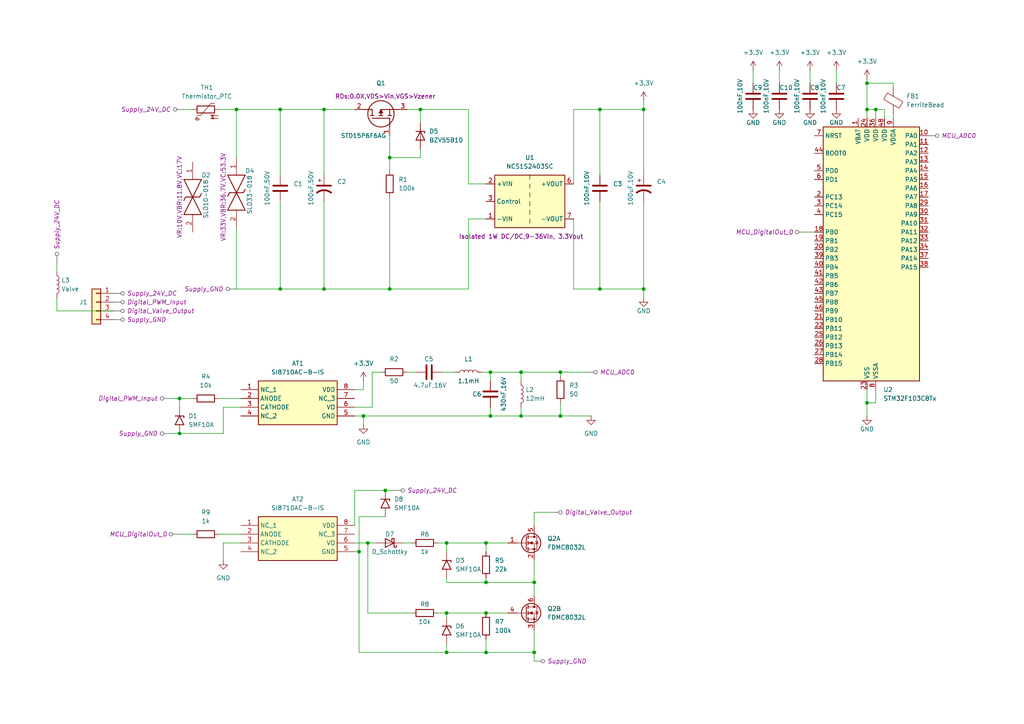
<source format=kicad_sch>
(kicad_sch
	(version 20231120)
	(generator "eeschema")
	(generator_version "8.0")
	(uuid "5a9cfbae-0335-4081-abcc-fc43a0497ee5")
	(paper "A4")
	(lib_symbols
		(symbol "Connector_Generic:Conn_01x04"
			(pin_names
				(offset 1.016) hide)
			(exclude_from_sim no)
			(in_bom yes)
			(on_board yes)
			(property "Reference" "J"
				(at 0 5.08 0)
				(effects
					(font
						(size 1.27 1.27)
					)
				)
			)
			(property "Value" "Conn_01x04"
				(at 0 -7.62 0)
				(effects
					(font
						(size 1.27 1.27)
					)
				)
			)
			(property "Footprint" ""
				(at 0 0 0)
				(effects
					(font
						(size 1.27 1.27)
					)
					(hide yes)
				)
			)
			(property "Datasheet" "~"
				(at 0 0 0)
				(effects
					(font
						(size 1.27 1.27)
					)
					(hide yes)
				)
			)
			(property "Description" "Generic connector, single row, 01x04, script generated (kicad-library-utils/schlib/autogen/connector/)"
				(at 0 0 0)
				(effects
					(font
						(size 1.27 1.27)
					)
					(hide yes)
				)
			)
			(property "ki_keywords" "connector"
				(at 0 0 0)
				(effects
					(font
						(size 1.27 1.27)
					)
					(hide yes)
				)
			)
			(property "ki_fp_filters" "Connector*:*_1x??_*"
				(at 0 0 0)
				(effects
					(font
						(size 1.27 1.27)
					)
					(hide yes)
				)
			)
			(symbol "Conn_01x04_1_1"
				(rectangle
					(start -1.27 -4.953)
					(end 0 -5.207)
					(stroke
						(width 0.1524)
						(type default)
					)
					(fill
						(type none)
					)
				)
				(rectangle
					(start -1.27 -2.413)
					(end 0 -2.667)
					(stroke
						(width 0.1524)
						(type default)
					)
					(fill
						(type none)
					)
				)
				(rectangle
					(start -1.27 0.127)
					(end 0 -0.127)
					(stroke
						(width 0.1524)
						(type default)
					)
					(fill
						(type none)
					)
				)
				(rectangle
					(start -1.27 2.667)
					(end 0 2.413)
					(stroke
						(width 0.1524)
						(type default)
					)
					(fill
						(type none)
					)
				)
				(rectangle
					(start -1.27 3.81)
					(end 1.27 -6.35)
					(stroke
						(width 0.254)
						(type default)
					)
					(fill
						(type background)
					)
				)
				(pin passive line
					(at -5.08 2.54 0)
					(length 3.81)
					(name "Pin_1"
						(effects
							(font
								(size 1.27 1.27)
							)
						)
					)
					(number "1"
						(effects
							(font
								(size 1.27 1.27)
							)
						)
					)
				)
				(pin passive line
					(at -5.08 0 0)
					(length 3.81)
					(name "Pin_2"
						(effects
							(font
								(size 1.27 1.27)
							)
						)
					)
					(number "2"
						(effects
							(font
								(size 1.27 1.27)
							)
						)
					)
				)
				(pin passive line
					(at -5.08 -2.54 0)
					(length 3.81)
					(name "Pin_3"
						(effects
							(font
								(size 1.27 1.27)
							)
						)
					)
					(number "3"
						(effects
							(font
								(size 1.27 1.27)
							)
						)
					)
				)
				(pin passive line
					(at -5.08 -5.08 0)
					(length 3.81)
					(name "Pin_4"
						(effects
							(font
								(size 1.27 1.27)
							)
						)
					)
					(number "4"
						(effects
							(font
								(size 1.27 1.27)
							)
						)
					)
				)
			)
		)
		(symbol "Converter_DCDC:NCS1S2403SC"
			(exclude_from_sim no)
			(in_bom yes)
			(on_board yes)
			(property "Reference" "U"
				(at -8.89 8.89 0)
				(effects
					(font
						(size 1.27 1.27)
					)
				)
			)
			(property "Value" "NCS1S2403SC"
				(at 8.89 8.89 0)
				(effects
					(font
						(size 1.27 1.27)
					)
				)
			)
			(property "Footprint" "Converter_DCDC:Converter_DCDC_Murata_NCS1SxxxxSC_THT"
				(at 0 -10.16 0)
				(effects
					(font
						(size 1.27 1.27)
					)
					(hide yes)
				)
			)
			(property "Datasheet" "https://power.murata.com/data/power/ncl/kdc_ncs1.pdf"
				(at -0.635 0 0)
				(effects
					(font
						(size 1.27 1.27)
					)
					(hide yes)
				)
			)
			(property "Description" "Isolated 1W 4:1 input DC/DC converter module, 9-36V input voltage, 3.3V output voltage, SIP"
				(at 0 0 0)
				(effects
					(font
						(size 1.27 1.27)
					)
					(hide yes)
				)
			)
			(property "ki_keywords" "Murata isolated isolation dc-dc converter step-down"
				(at 0 0 0)
				(effects
					(font
						(size 1.27 1.27)
					)
					(hide yes)
				)
			)
			(property "ki_fp_filters" "Converter*DCDC*Murata*NCS1SxxxxSC*"
				(at 0 0 0)
				(effects
					(font
						(size 1.27 1.27)
					)
					(hide yes)
				)
			)
			(symbol "NCS1S2403SC_0_1"
				(rectangle
					(start -10.16 7.62)
					(end 10.16 -7.62)
					(stroke
						(width 0.254)
						(type default)
					)
					(fill
						(type background)
					)
				)
				(polyline
					(pts
						(xy 0 -5.08) (xy 0 -6.35)
					)
					(stroke
						(width 0)
						(type default)
					)
					(fill
						(type none)
					)
				)
				(polyline
					(pts
						(xy 0 -2.54) (xy 0 -3.81)
					)
					(stroke
						(width 0)
						(type default)
					)
					(fill
						(type none)
					)
				)
				(polyline
					(pts
						(xy 0 0) (xy 0 -1.27)
					)
					(stroke
						(width 0)
						(type default)
					)
					(fill
						(type none)
					)
				)
				(polyline
					(pts
						(xy 0 2.54) (xy 0 1.27)
					)
					(stroke
						(width 0)
						(type default)
					)
					(fill
						(type none)
					)
				)
				(polyline
					(pts
						(xy 0 5.08) (xy 0 3.81)
					)
					(stroke
						(width 0)
						(type default)
					)
					(fill
						(type none)
					)
				)
				(polyline
					(pts
						(xy 0 7.62) (xy 0 6.35)
					)
					(stroke
						(width 0)
						(type default)
					)
					(fill
						(type none)
					)
				)
			)
			(symbol "NCS1S2403SC_1_1"
				(pin power_in line
					(at -12.7 -5.08 0)
					(length 2.54)
					(name "-VIN"
						(effects
							(font
								(size 1.27 1.27)
							)
						)
					)
					(number "1"
						(effects
							(font
								(size 1.27 1.27)
							)
						)
					)
				)
				(pin power_in line
					(at -12.7 5.08 0)
					(length 2.54)
					(name "+VIN"
						(effects
							(font
								(size 1.27 1.27)
							)
						)
					)
					(number "2"
						(effects
							(font
								(size 1.27 1.27)
							)
						)
					)
				)
				(pin input line
					(at -12.7 0 0)
					(length 2.54)
					(name "Control"
						(effects
							(font
								(size 1.27 1.27)
							)
						)
					)
					(number "3"
						(effects
							(font
								(size 1.27 1.27)
							)
						)
					)
				)
				(pin power_out line
					(at 12.7 5.08 180)
					(length 2.54)
					(name "+VOUT"
						(effects
							(font
								(size 1.27 1.27)
							)
						)
					)
					(number "6"
						(effects
							(font
								(size 1.27 1.27)
							)
						)
					)
				)
				(pin power_out line
					(at 12.7 -5.08 180)
					(length 2.54)
					(name "-VOUT"
						(effects
							(font
								(size 1.27 1.27)
							)
						)
					)
					(number "7"
						(effects
							(font
								(size 1.27 1.27)
							)
						)
					)
				)
			)
		)
		(symbol "Device:C"
			(pin_numbers hide)
			(pin_names
				(offset 0.254)
			)
			(exclude_from_sim no)
			(in_bom yes)
			(on_board yes)
			(property "Reference" "C"
				(at 0.635 2.54 0)
				(effects
					(font
						(size 1.27 1.27)
					)
					(justify left)
				)
			)
			(property "Value" "C"
				(at 0.635 -2.54 0)
				(effects
					(font
						(size 1.27 1.27)
					)
					(justify left)
				)
			)
			(property "Footprint" ""
				(at 0.9652 -3.81 0)
				(effects
					(font
						(size 1.27 1.27)
					)
					(hide yes)
				)
			)
			(property "Datasheet" "~"
				(at 0 0 0)
				(effects
					(font
						(size 1.27 1.27)
					)
					(hide yes)
				)
			)
			(property "Description" "Unpolarized capacitor"
				(at 0 0 0)
				(effects
					(font
						(size 1.27 1.27)
					)
					(hide yes)
				)
			)
			(property "ki_keywords" "cap capacitor"
				(at 0 0 0)
				(effects
					(font
						(size 1.27 1.27)
					)
					(hide yes)
				)
			)
			(property "ki_fp_filters" "C_*"
				(at 0 0 0)
				(effects
					(font
						(size 1.27 1.27)
					)
					(hide yes)
				)
			)
			(symbol "C_0_1"
				(polyline
					(pts
						(xy -2.032 -0.762) (xy 2.032 -0.762)
					)
					(stroke
						(width 0.508)
						(type default)
					)
					(fill
						(type none)
					)
				)
				(polyline
					(pts
						(xy -2.032 0.762) (xy 2.032 0.762)
					)
					(stroke
						(width 0.508)
						(type default)
					)
					(fill
						(type none)
					)
				)
			)
			(symbol "C_1_1"
				(pin passive line
					(at 0 3.81 270)
					(length 2.794)
					(name "~"
						(effects
							(font
								(size 1.27 1.27)
							)
						)
					)
					(number "1"
						(effects
							(font
								(size 1.27 1.27)
							)
						)
					)
				)
				(pin passive line
					(at 0 -3.81 90)
					(length 2.794)
					(name "~"
						(effects
							(font
								(size 1.27 1.27)
							)
						)
					)
					(number "2"
						(effects
							(font
								(size 1.27 1.27)
							)
						)
					)
				)
			)
		)
		(symbol "Device:C_Polarized_US"
			(pin_numbers hide)
			(pin_names
				(offset 0.254) hide)
			(exclude_from_sim no)
			(in_bom yes)
			(on_board yes)
			(property "Reference" "C"
				(at 0.635 2.54 0)
				(effects
					(font
						(size 1.27 1.27)
					)
					(justify left)
				)
			)
			(property "Value" "C_Polarized_US"
				(at 0.635 -2.54 0)
				(effects
					(font
						(size 1.27 1.27)
					)
					(justify left)
				)
			)
			(property "Footprint" ""
				(at 0 0 0)
				(effects
					(font
						(size 1.27 1.27)
					)
					(hide yes)
				)
			)
			(property "Datasheet" "~"
				(at 0 0 0)
				(effects
					(font
						(size 1.27 1.27)
					)
					(hide yes)
				)
			)
			(property "Description" "Polarized capacitor, US symbol"
				(at 0 0 0)
				(effects
					(font
						(size 1.27 1.27)
					)
					(hide yes)
				)
			)
			(property "ki_keywords" "cap capacitor"
				(at 0 0 0)
				(effects
					(font
						(size 1.27 1.27)
					)
					(hide yes)
				)
			)
			(property "ki_fp_filters" "CP_*"
				(at 0 0 0)
				(effects
					(font
						(size 1.27 1.27)
					)
					(hide yes)
				)
			)
			(symbol "C_Polarized_US_0_1"
				(polyline
					(pts
						(xy -2.032 0.762) (xy 2.032 0.762)
					)
					(stroke
						(width 0.508)
						(type default)
					)
					(fill
						(type none)
					)
				)
				(polyline
					(pts
						(xy -1.778 2.286) (xy -0.762 2.286)
					)
					(stroke
						(width 0)
						(type default)
					)
					(fill
						(type none)
					)
				)
				(polyline
					(pts
						(xy -1.27 1.778) (xy -1.27 2.794)
					)
					(stroke
						(width 0)
						(type default)
					)
					(fill
						(type none)
					)
				)
				(arc
					(start 2.032 -1.27)
					(mid 0 -0.5572)
					(end -2.032 -1.27)
					(stroke
						(width 0.508)
						(type default)
					)
					(fill
						(type none)
					)
				)
			)
			(symbol "C_Polarized_US_1_1"
				(pin passive line
					(at 0 3.81 270)
					(length 2.794)
					(name "~"
						(effects
							(font
								(size 1.27 1.27)
							)
						)
					)
					(number "1"
						(effects
							(font
								(size 1.27 1.27)
							)
						)
					)
				)
				(pin passive line
					(at 0 -3.81 90)
					(length 3.302)
					(name "~"
						(effects
							(font
								(size 1.27 1.27)
							)
						)
					)
					(number "2"
						(effects
							(font
								(size 1.27 1.27)
							)
						)
					)
				)
			)
		)
		(symbol "Device:D_Schottky"
			(pin_numbers hide)
			(pin_names
				(offset 1.016) hide)
			(exclude_from_sim no)
			(in_bom yes)
			(on_board yes)
			(property "Reference" "D"
				(at 0 2.54 0)
				(effects
					(font
						(size 1.27 1.27)
					)
				)
			)
			(property "Value" "D_Schottky"
				(at 0 -2.54 0)
				(effects
					(font
						(size 1.27 1.27)
					)
				)
			)
			(property "Footprint" ""
				(at 0 0 0)
				(effects
					(font
						(size 1.27 1.27)
					)
					(hide yes)
				)
			)
			(property "Datasheet" "~"
				(at 0 0 0)
				(effects
					(font
						(size 1.27 1.27)
					)
					(hide yes)
				)
			)
			(property "Description" "Schottky diode"
				(at 0 0 0)
				(effects
					(font
						(size 1.27 1.27)
					)
					(hide yes)
				)
			)
			(property "ki_keywords" "diode Schottky"
				(at 0 0 0)
				(effects
					(font
						(size 1.27 1.27)
					)
					(hide yes)
				)
			)
			(property "ki_fp_filters" "TO-???* *_Diode_* *SingleDiode* D_*"
				(at 0 0 0)
				(effects
					(font
						(size 1.27 1.27)
					)
					(hide yes)
				)
			)
			(symbol "D_Schottky_0_1"
				(polyline
					(pts
						(xy 1.27 0) (xy -1.27 0)
					)
					(stroke
						(width 0)
						(type default)
					)
					(fill
						(type none)
					)
				)
				(polyline
					(pts
						(xy 1.27 1.27) (xy 1.27 -1.27) (xy -1.27 0) (xy 1.27 1.27)
					)
					(stroke
						(width 0.254)
						(type default)
					)
					(fill
						(type none)
					)
				)
				(polyline
					(pts
						(xy -1.905 0.635) (xy -1.905 1.27) (xy -1.27 1.27) (xy -1.27 -1.27) (xy -0.635 -1.27) (xy -0.635 -0.635)
					)
					(stroke
						(width 0.254)
						(type default)
					)
					(fill
						(type none)
					)
				)
			)
			(symbol "D_Schottky_1_1"
				(pin passive line
					(at -3.81 0 0)
					(length 2.54)
					(name "K"
						(effects
							(font
								(size 1.27 1.27)
							)
						)
					)
					(number "1"
						(effects
							(font
								(size 1.27 1.27)
							)
						)
					)
				)
				(pin passive line
					(at 3.81 0 180)
					(length 2.54)
					(name "A"
						(effects
							(font
								(size 1.27 1.27)
							)
						)
					)
					(number "2"
						(effects
							(font
								(size 1.27 1.27)
							)
						)
					)
				)
			)
		)
		(symbol "Device:FerriteBead"
			(pin_numbers hide)
			(pin_names
				(offset 0)
			)
			(exclude_from_sim no)
			(in_bom yes)
			(on_board yes)
			(property "Reference" "FB"
				(at -3.81 0.635 90)
				(effects
					(font
						(size 1.27 1.27)
					)
				)
			)
			(property "Value" "FerriteBead"
				(at 3.81 0 90)
				(effects
					(font
						(size 1.27 1.27)
					)
				)
			)
			(property "Footprint" ""
				(at -1.778 0 90)
				(effects
					(font
						(size 1.27 1.27)
					)
					(hide yes)
				)
			)
			(property "Datasheet" "~"
				(at 0 0 0)
				(effects
					(font
						(size 1.27 1.27)
					)
					(hide yes)
				)
			)
			(property "Description" "Ferrite bead"
				(at 0 0 0)
				(effects
					(font
						(size 1.27 1.27)
					)
					(hide yes)
				)
			)
			(property "ki_keywords" "L ferrite bead inductor filter"
				(at 0 0 0)
				(effects
					(font
						(size 1.27 1.27)
					)
					(hide yes)
				)
			)
			(property "ki_fp_filters" "Inductor_* L_* *Ferrite*"
				(at 0 0 0)
				(effects
					(font
						(size 1.27 1.27)
					)
					(hide yes)
				)
			)
			(symbol "FerriteBead_0_1"
				(polyline
					(pts
						(xy 0 -1.27) (xy 0 -1.2192)
					)
					(stroke
						(width 0)
						(type default)
					)
					(fill
						(type none)
					)
				)
				(polyline
					(pts
						(xy 0 1.27) (xy 0 1.2954)
					)
					(stroke
						(width 0)
						(type default)
					)
					(fill
						(type none)
					)
				)
				(polyline
					(pts
						(xy -2.7686 0.4064) (xy -1.7018 2.2606) (xy 2.7686 -0.3048) (xy 1.6764 -2.159) (xy -2.7686 0.4064)
					)
					(stroke
						(width 0)
						(type default)
					)
					(fill
						(type none)
					)
				)
			)
			(symbol "FerriteBead_1_1"
				(pin passive line
					(at 0 3.81 270)
					(length 2.54)
					(name "~"
						(effects
							(font
								(size 1.27 1.27)
							)
						)
					)
					(number "1"
						(effects
							(font
								(size 1.27 1.27)
							)
						)
					)
				)
				(pin passive line
					(at 0 -3.81 90)
					(length 2.54)
					(name "~"
						(effects
							(font
								(size 1.27 1.27)
							)
						)
					)
					(number "2"
						(effects
							(font
								(size 1.27 1.27)
							)
						)
					)
				)
			)
		)
		(symbol "Device:L"
			(pin_numbers hide)
			(pin_names
				(offset 1.016) hide)
			(exclude_from_sim no)
			(in_bom yes)
			(on_board yes)
			(property "Reference" "L"
				(at -1.27 0 90)
				(effects
					(font
						(size 1.27 1.27)
					)
				)
			)
			(property "Value" "L"
				(at 1.905 0 90)
				(effects
					(font
						(size 1.27 1.27)
					)
				)
			)
			(property "Footprint" ""
				(at 0 0 0)
				(effects
					(font
						(size 1.27 1.27)
					)
					(hide yes)
				)
			)
			(property "Datasheet" "~"
				(at 0 0 0)
				(effects
					(font
						(size 1.27 1.27)
					)
					(hide yes)
				)
			)
			(property "Description" "Inductor"
				(at 0 0 0)
				(effects
					(font
						(size 1.27 1.27)
					)
					(hide yes)
				)
			)
			(property "ki_keywords" "inductor choke coil reactor magnetic"
				(at 0 0 0)
				(effects
					(font
						(size 1.27 1.27)
					)
					(hide yes)
				)
			)
			(property "ki_fp_filters" "Choke_* *Coil* Inductor_* L_*"
				(at 0 0 0)
				(effects
					(font
						(size 1.27 1.27)
					)
					(hide yes)
				)
			)
			(symbol "L_0_1"
				(arc
					(start 0 -2.54)
					(mid 0.6323 -1.905)
					(end 0 -1.27)
					(stroke
						(width 0)
						(type default)
					)
					(fill
						(type none)
					)
				)
				(arc
					(start 0 -1.27)
					(mid 0.6323 -0.635)
					(end 0 0)
					(stroke
						(width 0)
						(type default)
					)
					(fill
						(type none)
					)
				)
				(arc
					(start 0 0)
					(mid 0.6323 0.635)
					(end 0 1.27)
					(stroke
						(width 0)
						(type default)
					)
					(fill
						(type none)
					)
				)
				(arc
					(start 0 1.27)
					(mid 0.6323 1.905)
					(end 0 2.54)
					(stroke
						(width 0)
						(type default)
					)
					(fill
						(type none)
					)
				)
			)
			(symbol "L_1_1"
				(pin passive line
					(at 0 3.81 270)
					(length 1.27)
					(name "1"
						(effects
							(font
								(size 1.27 1.27)
							)
						)
					)
					(number "1"
						(effects
							(font
								(size 1.27 1.27)
							)
						)
					)
				)
				(pin passive line
					(at 0 -3.81 90)
					(length 1.27)
					(name "2"
						(effects
							(font
								(size 1.27 1.27)
							)
						)
					)
					(number "2"
						(effects
							(font
								(size 1.27 1.27)
							)
						)
					)
				)
			)
		)
		(symbol "Device:R"
			(pin_numbers hide)
			(pin_names
				(offset 0)
			)
			(exclude_from_sim no)
			(in_bom yes)
			(on_board yes)
			(property "Reference" "R"
				(at 2.032 0 90)
				(effects
					(font
						(size 1.27 1.27)
					)
				)
			)
			(property "Value" "R"
				(at 0 0 90)
				(effects
					(font
						(size 1.27 1.27)
					)
				)
			)
			(property "Footprint" ""
				(at -1.778 0 90)
				(effects
					(font
						(size 1.27 1.27)
					)
					(hide yes)
				)
			)
			(property "Datasheet" "~"
				(at 0 0 0)
				(effects
					(font
						(size 1.27 1.27)
					)
					(hide yes)
				)
			)
			(property "Description" "Resistor"
				(at 0 0 0)
				(effects
					(font
						(size 1.27 1.27)
					)
					(hide yes)
				)
			)
			(property "ki_keywords" "R res resistor"
				(at 0 0 0)
				(effects
					(font
						(size 1.27 1.27)
					)
					(hide yes)
				)
			)
			(property "ki_fp_filters" "R_*"
				(at 0 0 0)
				(effects
					(font
						(size 1.27 1.27)
					)
					(hide yes)
				)
			)
			(symbol "R_0_1"
				(rectangle
					(start -1.016 -2.54)
					(end 1.016 2.54)
					(stroke
						(width 0.254)
						(type default)
					)
					(fill
						(type none)
					)
				)
			)
			(symbol "R_1_1"
				(pin passive line
					(at 0 3.81 270)
					(length 1.27)
					(name "~"
						(effects
							(font
								(size 1.27 1.27)
							)
						)
					)
					(number "1"
						(effects
							(font
								(size 1.27 1.27)
							)
						)
					)
				)
				(pin passive line
					(at 0 -3.81 90)
					(length 1.27)
					(name "~"
						(effects
							(font
								(size 1.27 1.27)
							)
						)
					)
					(number "2"
						(effects
							(font
								(size 1.27 1.27)
							)
						)
					)
				)
			)
		)
		(symbol "Device:Thermistor_PTC"
			(pin_numbers hide)
			(pin_names
				(offset 0)
			)
			(exclude_from_sim no)
			(in_bom yes)
			(on_board yes)
			(property "Reference" "TH"
				(at -4.064 0 90)
				(effects
					(font
						(size 1.27 1.27)
					)
				)
			)
			(property "Value" "Thermistor_PTC"
				(at 3.048 0 90)
				(effects
					(font
						(size 1.27 1.27)
					)
				)
			)
			(property "Footprint" ""
				(at 1.27 -5.08 0)
				(effects
					(font
						(size 1.27 1.27)
					)
					(justify left)
					(hide yes)
				)
			)
			(property "Datasheet" "~"
				(at 0 0 0)
				(effects
					(font
						(size 1.27 1.27)
					)
					(hide yes)
				)
			)
			(property "Description" "Temperature dependent resistor, positive temperature coefficient"
				(at 0 0 0)
				(effects
					(font
						(size 1.27 1.27)
					)
					(hide yes)
				)
			)
			(property "ki_keywords" "resistor PTC thermistor sensor RTD"
				(at 0 0 0)
				(effects
					(font
						(size 1.27 1.27)
					)
					(hide yes)
				)
			)
			(property "ki_fp_filters" "*PTC* *Thermistor* PIN?ARRAY* bornier* *Terminal?Block* R_*"
				(at 0 0 0)
				(effects
					(font
						(size 1.27 1.27)
					)
					(hide yes)
				)
			)
			(symbol "Thermistor_PTC_0_1"
				(arc
					(start -3.048 2.159)
					(mid -3.0495 2.3143)
					(end -3.175 2.413)
					(stroke
						(width 0)
						(type default)
					)
					(fill
						(type none)
					)
				)
				(arc
					(start -3.048 2.159)
					(mid -2.9736 1.9794)
					(end -2.794 1.905)
					(stroke
						(width 0)
						(type default)
					)
					(fill
						(type none)
					)
				)
				(arc
					(start -3.048 2.794)
					(mid -2.9736 2.6144)
					(end -2.794 2.54)
					(stroke
						(width 0)
						(type default)
					)
					(fill
						(type none)
					)
				)
				(arc
					(start -2.794 1.905)
					(mid -2.6144 1.9794)
					(end -2.54 2.159)
					(stroke
						(width 0)
						(type default)
					)
					(fill
						(type none)
					)
				)
				(arc
					(start -2.794 2.54)
					(mid -2.4393 2.5587)
					(end -2.159 2.794)
					(stroke
						(width 0)
						(type default)
					)
					(fill
						(type none)
					)
				)
				(arc
					(start -2.794 3.048)
					(mid -2.9736 2.9736)
					(end -3.048 2.794)
					(stroke
						(width 0)
						(type default)
					)
					(fill
						(type none)
					)
				)
				(arc
					(start -2.54 2.794)
					(mid -2.6144 2.9736)
					(end -2.794 3.048)
					(stroke
						(width 0)
						(type default)
					)
					(fill
						(type none)
					)
				)
				(rectangle
					(start -1.016 2.54)
					(end 1.016 -2.54)
					(stroke
						(width 0.254)
						(type default)
					)
					(fill
						(type none)
					)
				)
				(polyline
					(pts
						(xy -2.54 2.159) (xy -2.54 2.794)
					)
					(stroke
						(width 0)
						(type default)
					)
					(fill
						(type none)
					)
				)
				(polyline
					(pts
						(xy -1.778 2.54) (xy -1.778 1.524) (xy 1.778 -1.524) (xy 1.778 -2.54)
					)
					(stroke
						(width 0)
						(type default)
					)
					(fill
						(type none)
					)
				)
				(polyline
					(pts
						(xy -2.54 -3.683) (xy -2.54 -1.397) (xy -2.794 -2.159) (xy -2.286 -2.159) (xy -2.54 -1.397) (xy -2.54 -1.651)
					)
					(stroke
						(width 0)
						(type default)
					)
					(fill
						(type outline)
					)
				)
				(polyline
					(pts
						(xy -1.778 -3.683) (xy -1.778 -1.397) (xy -2.032 -2.159) (xy -1.524 -2.159) (xy -1.778 -1.397)
						(xy -1.778 -1.651)
					)
					(stroke
						(width 0)
						(type default)
					)
					(fill
						(type outline)
					)
				)
			)
			(symbol "Thermistor_PTC_1_1"
				(pin passive line
					(at 0 3.81 270)
					(length 1.27)
					(name "~"
						(effects
							(font
								(size 1.27 1.27)
							)
						)
					)
					(number "1"
						(effects
							(font
								(size 1.27 1.27)
							)
						)
					)
				)
				(pin passive line
					(at 0 -3.81 90)
					(length 1.27)
					(name "~"
						(effects
							(font
								(size 1.27 1.27)
							)
						)
					)
					(number "2"
						(effects
							(font
								(size 1.27 1.27)
							)
						)
					)
				)
			)
		)
		(symbol "Diode:BZV55B10"
			(pin_numbers hide)
			(pin_names hide)
			(exclude_from_sim no)
			(in_bom yes)
			(on_board yes)
			(property "Reference" "D"
				(at 0 2.54 0)
				(effects
					(font
						(size 1.27 1.27)
					)
				)
			)
			(property "Value" "BZV55B10"
				(at 0 -2.54 0)
				(effects
					(font
						(size 1.27 1.27)
					)
				)
			)
			(property "Footprint" "Diode_SMD:D_MiniMELF"
				(at 0 -4.445 0)
				(effects
					(font
						(size 1.27 1.27)
					)
					(hide yes)
				)
			)
			(property "Datasheet" "https://assets.nexperia.com/documents/data-sheet/BZV55_SER.pdf"
				(at 0 0 0)
				(effects
					(font
						(size 1.27 1.27)
					)
					(hide yes)
				)
			)
			(property "Description" "10V, 500mW, 2%, Zener diode, MiniMELF"
				(at 0 0 0)
				(effects
					(font
						(size 1.27 1.27)
					)
					(hide yes)
				)
			)
			(property "ki_keywords" "zener diode"
				(at 0 0 0)
				(effects
					(font
						(size 1.27 1.27)
					)
					(hide yes)
				)
			)
			(property "ki_fp_filters" "D*MiniMELF*"
				(at 0 0 0)
				(effects
					(font
						(size 1.27 1.27)
					)
					(hide yes)
				)
			)
			(symbol "BZV55B10_0_1"
				(polyline
					(pts
						(xy 1.27 0) (xy -1.27 0)
					)
					(stroke
						(width 0)
						(type default)
					)
					(fill
						(type none)
					)
				)
				(polyline
					(pts
						(xy -1.27 -1.27) (xy -1.27 1.27) (xy -0.762 1.27)
					)
					(stroke
						(width 0.254)
						(type default)
					)
					(fill
						(type none)
					)
				)
				(polyline
					(pts
						(xy 1.27 -1.27) (xy 1.27 1.27) (xy -1.27 0) (xy 1.27 -1.27)
					)
					(stroke
						(width 0.254)
						(type default)
					)
					(fill
						(type none)
					)
				)
			)
			(symbol "BZV55B10_1_1"
				(pin passive line
					(at -3.81 0 0)
					(length 2.54)
					(name "K"
						(effects
							(font
								(size 1.27 1.27)
							)
						)
					)
					(number "1"
						(effects
							(font
								(size 1.27 1.27)
							)
						)
					)
				)
				(pin passive line
					(at 3.81 0 180)
					(length 2.54)
					(name "A"
						(effects
							(font
								(size 1.27 1.27)
							)
						)
					)
					(number "2"
						(effects
							(font
								(size 1.27 1.27)
							)
						)
					)
				)
			)
		)
		(symbol "Diode:SMF10A"
			(pin_numbers hide)
			(pin_names
				(offset 1.016) hide)
			(exclude_from_sim no)
			(in_bom yes)
			(on_board yes)
			(property "Reference" "D"
				(at 0 2.54 0)
				(effects
					(font
						(size 1.27 1.27)
					)
				)
			)
			(property "Value" "SMF10A"
				(at 0 -2.54 0)
				(effects
					(font
						(size 1.27 1.27)
					)
				)
			)
			(property "Footprint" "Diode_SMD:D_SMF"
				(at 0 -5.08 0)
				(effects
					(font
						(size 1.27 1.27)
					)
					(hide yes)
				)
			)
			(property "Datasheet" "https://www.vishay.com/doc?85881"
				(at -1.27 0 0)
				(effects
					(font
						(size 1.27 1.27)
					)
					(hide yes)
				)
			)
			(property "Description" "200W unidirectional Transil Transient Voltage Suppressor, 10Vrwm, SMF"
				(at 0 0 0)
				(effects
					(font
						(size 1.27 1.27)
					)
					(hide yes)
				)
			)
			(property "ki_keywords" "diode TVS voltage suppressor"
				(at 0 0 0)
				(effects
					(font
						(size 1.27 1.27)
					)
					(hide yes)
				)
			)
			(property "ki_fp_filters" "D*SMF*"
				(at 0 0 0)
				(effects
					(font
						(size 1.27 1.27)
					)
					(hide yes)
				)
			)
			(symbol "SMF10A_0_1"
				(polyline
					(pts
						(xy -0.762 1.27) (xy -1.27 1.27) (xy -1.27 -1.27)
					)
					(stroke
						(width 0.254)
						(type default)
					)
					(fill
						(type none)
					)
				)
				(polyline
					(pts
						(xy 1.27 1.27) (xy 1.27 -1.27) (xy -1.27 0) (xy 1.27 1.27)
					)
					(stroke
						(width 0.254)
						(type default)
					)
					(fill
						(type none)
					)
				)
			)
			(symbol "SMF10A_1_1"
				(pin passive line
					(at -3.81 0 0)
					(length 2.54)
					(name "A1"
						(effects
							(font
								(size 1.27 1.27)
							)
						)
					)
					(number "1"
						(effects
							(font
								(size 1.27 1.27)
							)
						)
					)
				)
				(pin passive line
					(at 3.81 0 180)
					(length 2.54)
					(name "A2"
						(effects
							(font
								(size 1.27 1.27)
							)
						)
					)
					(number "2"
						(effects
							(font
								(size 1.27 1.27)
							)
						)
					)
				)
			)
		)
		(symbol "MCU_ST_STM32F1:STM32F103C8Tx"
			(exclude_from_sim no)
			(in_bom yes)
			(on_board yes)
			(property "Reference" "U"
				(at -12.7 39.37 0)
				(effects
					(font
						(size 1.27 1.27)
					)
					(justify left)
				)
			)
			(property "Value" "STM32F103C8Tx"
				(at 10.16 39.37 0)
				(effects
					(font
						(size 1.27 1.27)
					)
					(justify left)
				)
			)
			(property "Footprint" "Package_QFP:LQFP-48_7x7mm_P0.5mm"
				(at -12.7 -35.56 0)
				(effects
					(font
						(size 1.27 1.27)
					)
					(justify right)
					(hide yes)
				)
			)
			(property "Datasheet" "https://www.st.com/resource/en/datasheet/stm32f103c8.pdf"
				(at 0 0 0)
				(effects
					(font
						(size 1.27 1.27)
					)
					(hide yes)
				)
			)
			(property "Description" "STMicroelectronics Arm Cortex-M3 MCU, 64KB flash, 20KB RAM, 72 MHz, 2.0-3.6V, 37 GPIO, LQFP48"
				(at 0 0 0)
				(effects
					(font
						(size 1.27 1.27)
					)
					(hide yes)
				)
			)
			(property "ki_locked" ""
				(at 0 0 0)
				(effects
					(font
						(size 1.27 1.27)
					)
				)
			)
			(property "ki_keywords" "Arm Cortex-M3 STM32F1 STM32F103"
				(at 0 0 0)
				(effects
					(font
						(size 1.27 1.27)
					)
					(hide yes)
				)
			)
			(property "ki_fp_filters" "LQFP*7x7mm*P0.5mm*"
				(at 0 0 0)
				(effects
					(font
						(size 1.27 1.27)
					)
					(hide yes)
				)
			)
			(symbol "STM32F103C8Tx_0_1"
				(rectangle
					(start -12.7 -35.56)
					(end 15.24 38.1)
					(stroke
						(width 0.254)
						(type default)
					)
					(fill
						(type background)
					)
				)
			)
			(symbol "STM32F103C8Tx_1_1"
				(pin power_in line
					(at -2.54 40.64 270)
					(length 2.54)
					(name "VBAT"
						(effects
							(font
								(size 1.27 1.27)
							)
						)
					)
					(number "1"
						(effects
							(font
								(size 1.27 1.27)
							)
						)
					)
				)
				(pin bidirectional line
					(at 17.78 35.56 180)
					(length 2.54)
					(name "PA0"
						(effects
							(font
								(size 1.27 1.27)
							)
						)
					)
					(number "10"
						(effects
							(font
								(size 1.27 1.27)
							)
						)
					)
					(alternate "ADC1_IN0" bidirectional line)
					(alternate "ADC2_IN0" bidirectional line)
					(alternate "SYS_WKUP" bidirectional line)
					(alternate "TIM2_CH1" bidirectional line)
					(alternate "TIM2_ETR" bidirectional line)
					(alternate "USART2_CTS" bidirectional line)
				)
				(pin bidirectional line
					(at 17.78 33.02 180)
					(length 2.54)
					(name "PA1"
						(effects
							(font
								(size 1.27 1.27)
							)
						)
					)
					(number "11"
						(effects
							(font
								(size 1.27 1.27)
							)
						)
					)
					(alternate "ADC1_IN1" bidirectional line)
					(alternate "ADC2_IN1" bidirectional line)
					(alternate "TIM2_CH2" bidirectional line)
					(alternate "USART2_RTS" bidirectional line)
				)
				(pin bidirectional line
					(at 17.78 30.48 180)
					(length 2.54)
					(name "PA2"
						(effects
							(font
								(size 1.27 1.27)
							)
						)
					)
					(number "12"
						(effects
							(font
								(size 1.27 1.27)
							)
						)
					)
					(alternate "ADC1_IN2" bidirectional line)
					(alternate "ADC2_IN2" bidirectional line)
					(alternate "TIM2_CH3" bidirectional line)
					(alternate "USART2_TX" bidirectional line)
				)
				(pin bidirectional line
					(at 17.78 27.94 180)
					(length 2.54)
					(name "PA3"
						(effects
							(font
								(size 1.27 1.27)
							)
						)
					)
					(number "13"
						(effects
							(font
								(size 1.27 1.27)
							)
						)
					)
					(alternate "ADC1_IN3" bidirectional line)
					(alternate "ADC2_IN3" bidirectional line)
					(alternate "TIM2_CH4" bidirectional line)
					(alternate "USART2_RX" bidirectional line)
				)
				(pin bidirectional line
					(at 17.78 25.4 180)
					(length 2.54)
					(name "PA4"
						(effects
							(font
								(size 1.27 1.27)
							)
						)
					)
					(number "14"
						(effects
							(font
								(size 1.27 1.27)
							)
						)
					)
					(alternate "ADC1_IN4" bidirectional line)
					(alternate "ADC2_IN4" bidirectional line)
					(alternate "SPI1_NSS" bidirectional line)
					(alternate "USART2_CK" bidirectional line)
				)
				(pin bidirectional line
					(at 17.78 22.86 180)
					(length 2.54)
					(name "PA5"
						(effects
							(font
								(size 1.27 1.27)
							)
						)
					)
					(number "15"
						(effects
							(font
								(size 1.27 1.27)
							)
						)
					)
					(alternate "ADC1_IN5" bidirectional line)
					(alternate "ADC2_IN5" bidirectional line)
					(alternate "SPI1_SCK" bidirectional line)
				)
				(pin bidirectional line
					(at 17.78 20.32 180)
					(length 2.54)
					(name "PA6"
						(effects
							(font
								(size 1.27 1.27)
							)
						)
					)
					(number "16"
						(effects
							(font
								(size 1.27 1.27)
							)
						)
					)
					(alternate "ADC1_IN6" bidirectional line)
					(alternate "ADC2_IN6" bidirectional line)
					(alternate "SPI1_MISO" bidirectional line)
					(alternate "TIM1_BKIN" bidirectional line)
					(alternate "TIM3_CH1" bidirectional line)
				)
				(pin bidirectional line
					(at 17.78 17.78 180)
					(length 2.54)
					(name "PA7"
						(effects
							(font
								(size 1.27 1.27)
							)
						)
					)
					(number "17"
						(effects
							(font
								(size 1.27 1.27)
							)
						)
					)
					(alternate "ADC1_IN7" bidirectional line)
					(alternate "ADC2_IN7" bidirectional line)
					(alternate "SPI1_MOSI" bidirectional line)
					(alternate "TIM1_CH1N" bidirectional line)
					(alternate "TIM3_CH2" bidirectional line)
				)
				(pin bidirectional line
					(at -15.24 7.62 0)
					(length 2.54)
					(name "PB0"
						(effects
							(font
								(size 1.27 1.27)
							)
						)
					)
					(number "18"
						(effects
							(font
								(size 1.27 1.27)
							)
						)
					)
					(alternate "ADC1_IN8" bidirectional line)
					(alternate "ADC2_IN8" bidirectional line)
					(alternate "TIM1_CH2N" bidirectional line)
					(alternate "TIM3_CH3" bidirectional line)
				)
				(pin bidirectional line
					(at -15.24 5.08 0)
					(length 2.54)
					(name "PB1"
						(effects
							(font
								(size 1.27 1.27)
							)
						)
					)
					(number "19"
						(effects
							(font
								(size 1.27 1.27)
							)
						)
					)
					(alternate "ADC1_IN9" bidirectional line)
					(alternate "ADC2_IN9" bidirectional line)
					(alternate "TIM1_CH3N" bidirectional line)
					(alternate "TIM3_CH4" bidirectional line)
				)
				(pin bidirectional line
					(at -15.24 17.78 0)
					(length 2.54)
					(name "PC13"
						(effects
							(font
								(size 1.27 1.27)
							)
						)
					)
					(number "2"
						(effects
							(font
								(size 1.27 1.27)
							)
						)
					)
					(alternate "RTC_OUT" bidirectional line)
					(alternate "RTC_TAMPER" bidirectional line)
				)
				(pin bidirectional line
					(at -15.24 2.54 0)
					(length 2.54)
					(name "PB2"
						(effects
							(font
								(size 1.27 1.27)
							)
						)
					)
					(number "20"
						(effects
							(font
								(size 1.27 1.27)
							)
						)
					)
				)
				(pin bidirectional line
					(at -15.24 -17.78 0)
					(length 2.54)
					(name "PB10"
						(effects
							(font
								(size 1.27 1.27)
							)
						)
					)
					(number "21"
						(effects
							(font
								(size 1.27 1.27)
							)
						)
					)
					(alternate "I2C2_SCL" bidirectional line)
					(alternate "TIM2_CH3" bidirectional line)
					(alternate "USART3_TX" bidirectional line)
				)
				(pin bidirectional line
					(at -15.24 -20.32 0)
					(length 2.54)
					(name "PB11"
						(effects
							(font
								(size 1.27 1.27)
							)
						)
					)
					(number "22"
						(effects
							(font
								(size 1.27 1.27)
							)
						)
					)
					(alternate "ADC1_EXTI11" bidirectional line)
					(alternate "ADC2_EXTI11" bidirectional line)
					(alternate "I2C2_SDA" bidirectional line)
					(alternate "TIM2_CH4" bidirectional line)
					(alternate "USART3_RX" bidirectional line)
				)
				(pin power_in line
					(at 0 -38.1 90)
					(length 2.54)
					(name "VSS"
						(effects
							(font
								(size 1.27 1.27)
							)
						)
					)
					(number "23"
						(effects
							(font
								(size 1.27 1.27)
							)
						)
					)
				)
				(pin power_in line
					(at 0 40.64 270)
					(length 2.54)
					(name "VDD"
						(effects
							(font
								(size 1.27 1.27)
							)
						)
					)
					(number "24"
						(effects
							(font
								(size 1.27 1.27)
							)
						)
					)
				)
				(pin bidirectional line
					(at -15.24 -22.86 0)
					(length 2.54)
					(name "PB12"
						(effects
							(font
								(size 1.27 1.27)
							)
						)
					)
					(number "25"
						(effects
							(font
								(size 1.27 1.27)
							)
						)
					)
					(alternate "I2C2_SMBA" bidirectional line)
					(alternate "SPI2_NSS" bidirectional line)
					(alternate "TIM1_BKIN" bidirectional line)
					(alternate "USART3_CK" bidirectional line)
				)
				(pin bidirectional line
					(at -15.24 -25.4 0)
					(length 2.54)
					(name "PB13"
						(effects
							(font
								(size 1.27 1.27)
							)
						)
					)
					(number "26"
						(effects
							(font
								(size 1.27 1.27)
							)
						)
					)
					(alternate "SPI2_SCK" bidirectional line)
					(alternate "TIM1_CH1N" bidirectional line)
					(alternate "USART3_CTS" bidirectional line)
				)
				(pin bidirectional line
					(at -15.24 -27.94 0)
					(length 2.54)
					(name "PB14"
						(effects
							(font
								(size 1.27 1.27)
							)
						)
					)
					(number "27"
						(effects
							(font
								(size 1.27 1.27)
							)
						)
					)
					(alternate "SPI2_MISO" bidirectional line)
					(alternate "TIM1_CH2N" bidirectional line)
					(alternate "USART3_RTS" bidirectional line)
				)
				(pin bidirectional line
					(at -15.24 -30.48 0)
					(length 2.54)
					(name "PB15"
						(effects
							(font
								(size 1.27 1.27)
							)
						)
					)
					(number "28"
						(effects
							(font
								(size 1.27 1.27)
							)
						)
					)
					(alternate "ADC1_EXTI15" bidirectional line)
					(alternate "ADC2_EXTI15" bidirectional line)
					(alternate "SPI2_MOSI" bidirectional line)
					(alternate "TIM1_CH3N" bidirectional line)
				)
				(pin bidirectional line
					(at 17.78 15.24 180)
					(length 2.54)
					(name "PA8"
						(effects
							(font
								(size 1.27 1.27)
							)
						)
					)
					(number "29"
						(effects
							(font
								(size 1.27 1.27)
							)
						)
					)
					(alternate "RCC_MCO" bidirectional line)
					(alternate "TIM1_CH1" bidirectional line)
					(alternate "USART1_CK" bidirectional line)
				)
				(pin bidirectional line
					(at -15.24 15.24 0)
					(length 2.54)
					(name "PC14"
						(effects
							(font
								(size 1.27 1.27)
							)
						)
					)
					(number "3"
						(effects
							(font
								(size 1.27 1.27)
							)
						)
					)
					(alternate "RCC_OSC32_IN" bidirectional line)
				)
				(pin bidirectional line
					(at 17.78 12.7 180)
					(length 2.54)
					(name "PA9"
						(effects
							(font
								(size 1.27 1.27)
							)
						)
					)
					(number "30"
						(effects
							(font
								(size 1.27 1.27)
							)
						)
					)
					(alternate "TIM1_CH2" bidirectional line)
					(alternate "USART1_TX" bidirectional line)
				)
				(pin bidirectional line
					(at 17.78 10.16 180)
					(length 2.54)
					(name "PA10"
						(effects
							(font
								(size 1.27 1.27)
							)
						)
					)
					(number "31"
						(effects
							(font
								(size 1.27 1.27)
							)
						)
					)
					(alternate "TIM1_CH3" bidirectional line)
					(alternate "USART1_RX" bidirectional line)
				)
				(pin bidirectional line
					(at 17.78 7.62 180)
					(length 2.54)
					(name "PA11"
						(effects
							(font
								(size 1.27 1.27)
							)
						)
					)
					(number "32"
						(effects
							(font
								(size 1.27 1.27)
							)
						)
					)
					(alternate "ADC1_EXTI11" bidirectional line)
					(alternate "ADC2_EXTI11" bidirectional line)
					(alternate "CAN_RX" bidirectional line)
					(alternate "TIM1_CH4" bidirectional line)
					(alternate "USART1_CTS" bidirectional line)
					(alternate "USB_DM" bidirectional line)
				)
				(pin bidirectional line
					(at 17.78 5.08 180)
					(length 2.54)
					(name "PA12"
						(effects
							(font
								(size 1.27 1.27)
							)
						)
					)
					(number "33"
						(effects
							(font
								(size 1.27 1.27)
							)
						)
					)
					(alternate "CAN_TX" bidirectional line)
					(alternate "TIM1_ETR" bidirectional line)
					(alternate "USART1_RTS" bidirectional line)
					(alternate "USB_DP" bidirectional line)
				)
				(pin bidirectional line
					(at 17.78 2.54 180)
					(length 2.54)
					(name "PA13"
						(effects
							(font
								(size 1.27 1.27)
							)
						)
					)
					(number "34"
						(effects
							(font
								(size 1.27 1.27)
							)
						)
					)
					(alternate "SYS_JTMS-SWDIO" bidirectional line)
				)
				(pin passive line
					(at 0 -38.1 90)
					(length 2.54) hide
					(name "VSS"
						(effects
							(font
								(size 1.27 1.27)
							)
						)
					)
					(number "35"
						(effects
							(font
								(size 1.27 1.27)
							)
						)
					)
				)
				(pin power_in line
					(at 2.54 40.64 270)
					(length 2.54)
					(name "VDD"
						(effects
							(font
								(size 1.27 1.27)
							)
						)
					)
					(number "36"
						(effects
							(font
								(size 1.27 1.27)
							)
						)
					)
				)
				(pin bidirectional line
					(at 17.78 0 180)
					(length 2.54)
					(name "PA14"
						(effects
							(font
								(size 1.27 1.27)
							)
						)
					)
					(number "37"
						(effects
							(font
								(size 1.27 1.27)
							)
						)
					)
					(alternate "SYS_JTCK-SWCLK" bidirectional line)
				)
				(pin bidirectional line
					(at 17.78 -2.54 180)
					(length 2.54)
					(name "PA15"
						(effects
							(font
								(size 1.27 1.27)
							)
						)
					)
					(number "38"
						(effects
							(font
								(size 1.27 1.27)
							)
						)
					)
					(alternate "ADC1_EXTI15" bidirectional line)
					(alternate "ADC2_EXTI15" bidirectional line)
					(alternate "SPI1_NSS" bidirectional line)
					(alternate "SYS_JTDI" bidirectional line)
					(alternate "TIM2_CH1" bidirectional line)
					(alternate "TIM2_ETR" bidirectional line)
				)
				(pin bidirectional line
					(at -15.24 0 0)
					(length 2.54)
					(name "PB3"
						(effects
							(font
								(size 1.27 1.27)
							)
						)
					)
					(number "39"
						(effects
							(font
								(size 1.27 1.27)
							)
						)
					)
					(alternate "SPI1_SCK" bidirectional line)
					(alternate "SYS_JTDO-TRACESWO" bidirectional line)
					(alternate "TIM2_CH2" bidirectional line)
				)
				(pin bidirectional line
					(at -15.24 12.7 0)
					(length 2.54)
					(name "PC15"
						(effects
							(font
								(size 1.27 1.27)
							)
						)
					)
					(number "4"
						(effects
							(font
								(size 1.27 1.27)
							)
						)
					)
					(alternate "ADC1_EXTI15" bidirectional line)
					(alternate "ADC2_EXTI15" bidirectional line)
					(alternate "RCC_OSC32_OUT" bidirectional line)
				)
				(pin bidirectional line
					(at -15.24 -2.54 0)
					(length 2.54)
					(name "PB4"
						(effects
							(font
								(size 1.27 1.27)
							)
						)
					)
					(number "40"
						(effects
							(font
								(size 1.27 1.27)
							)
						)
					)
					(alternate "SPI1_MISO" bidirectional line)
					(alternate "SYS_NJTRST" bidirectional line)
					(alternate "TIM3_CH1" bidirectional line)
				)
				(pin bidirectional line
					(at -15.24 -5.08 0)
					(length 2.54)
					(name "PB5"
						(effects
							(font
								(size 1.27 1.27)
							)
						)
					)
					(number "41"
						(effects
							(font
								(size 1.27 1.27)
							)
						)
					)
					(alternate "I2C1_SMBA" bidirectional line)
					(alternate "SPI1_MOSI" bidirectional line)
					(alternate "TIM3_CH2" bidirectional line)
				)
				(pin bidirectional line
					(at -15.24 -7.62 0)
					(length 2.54)
					(name "PB6"
						(effects
							(font
								(size 1.27 1.27)
							)
						)
					)
					(number "42"
						(effects
							(font
								(size 1.27 1.27)
							)
						)
					)
					(alternate "I2C1_SCL" bidirectional line)
					(alternate "TIM4_CH1" bidirectional line)
					(alternate "USART1_TX" bidirectional line)
				)
				(pin bidirectional line
					(at -15.24 -10.16 0)
					(length 2.54)
					(name "PB7"
						(effects
							(font
								(size 1.27 1.27)
							)
						)
					)
					(number "43"
						(effects
							(font
								(size 1.27 1.27)
							)
						)
					)
					(alternate "I2C1_SDA" bidirectional line)
					(alternate "TIM4_CH2" bidirectional line)
					(alternate "USART1_RX" bidirectional line)
				)
				(pin input line
					(at -15.24 30.48 0)
					(length 2.54)
					(name "BOOT0"
						(effects
							(font
								(size 1.27 1.27)
							)
						)
					)
					(number "44"
						(effects
							(font
								(size 1.27 1.27)
							)
						)
					)
				)
				(pin bidirectional line
					(at -15.24 -12.7 0)
					(length 2.54)
					(name "PB8"
						(effects
							(font
								(size 1.27 1.27)
							)
						)
					)
					(number "45"
						(effects
							(font
								(size 1.27 1.27)
							)
						)
					)
					(alternate "CAN_RX" bidirectional line)
					(alternate "I2C1_SCL" bidirectional line)
					(alternate "TIM4_CH3" bidirectional line)
				)
				(pin bidirectional line
					(at -15.24 -15.24 0)
					(length 2.54)
					(name "PB9"
						(effects
							(font
								(size 1.27 1.27)
							)
						)
					)
					(number "46"
						(effects
							(font
								(size 1.27 1.27)
							)
						)
					)
					(alternate "CAN_TX" bidirectional line)
					(alternate "I2C1_SDA" bidirectional line)
					(alternate "TIM4_CH4" bidirectional line)
				)
				(pin passive line
					(at 0 -38.1 90)
					(length 2.54) hide
					(name "VSS"
						(effects
							(font
								(size 1.27 1.27)
							)
						)
					)
					(number "47"
						(effects
							(font
								(size 1.27 1.27)
							)
						)
					)
				)
				(pin power_in line
					(at 5.08 40.64 270)
					(length 2.54)
					(name "VDD"
						(effects
							(font
								(size 1.27 1.27)
							)
						)
					)
					(number "48"
						(effects
							(font
								(size 1.27 1.27)
							)
						)
					)
				)
				(pin bidirectional line
					(at -15.24 25.4 0)
					(length 2.54)
					(name "PD0"
						(effects
							(font
								(size 1.27 1.27)
							)
						)
					)
					(number "5"
						(effects
							(font
								(size 1.27 1.27)
							)
						)
					)
					(alternate "RCC_OSC_IN" bidirectional line)
				)
				(pin bidirectional line
					(at -15.24 22.86 0)
					(length 2.54)
					(name "PD1"
						(effects
							(font
								(size 1.27 1.27)
							)
						)
					)
					(number "6"
						(effects
							(font
								(size 1.27 1.27)
							)
						)
					)
					(alternate "RCC_OSC_OUT" bidirectional line)
				)
				(pin input line
					(at -15.24 35.56 0)
					(length 2.54)
					(name "NRST"
						(effects
							(font
								(size 1.27 1.27)
							)
						)
					)
					(number "7"
						(effects
							(font
								(size 1.27 1.27)
							)
						)
					)
				)
				(pin power_in line
					(at 2.54 -38.1 90)
					(length 2.54)
					(name "VSSA"
						(effects
							(font
								(size 1.27 1.27)
							)
						)
					)
					(number "8"
						(effects
							(font
								(size 1.27 1.27)
							)
						)
					)
				)
				(pin power_in line
					(at 7.62 40.64 270)
					(length 2.54)
					(name "VDDA"
						(effects
							(font
								(size 1.27 1.27)
							)
						)
					)
					(number "9"
						(effects
							(font
								(size 1.27 1.27)
							)
						)
					)
				)
			)
		)
		(symbol "SI8710AC-B-IS:SI8710AC-B-IS"
			(exclude_from_sim no)
			(in_bom yes)
			(on_board yes)
			(property "Reference" "AT"
				(at 29.21 7.62 0)
				(effects
					(font
						(size 1.27 1.27)
					)
					(justify left top)
				)
			)
			(property "Value" "SI8710AC-B-IS"
				(at 29.21 5.08 0)
				(effects
					(font
						(size 1.27 1.27)
					)
					(justify left top)
				)
			)
			(property "Footprint" "SOIC127P600X175-8N"
				(at 29.21 -94.92 0)
				(effects
					(font
						(size 1.27 1.27)
					)
					(justify left top)
					(hide yes)
				)
			)
			(property "Datasheet" "https://www.skyworksinc.com/-/media/Skyworks/SL/documents/public/data-sheets/Si87xx.pdf"
				(at 29.21 -194.92 0)
				(effects
					(font
						(size 1.27 1.27)
					)
					(justify left top)
					(hide yes)
				)
			)
			(property "Description" "General Purpose Digital Isolator 3750Vrms 1 Channel 15Mbps 20kV/s CMTI 8-SOIC (0.154\", 3.90mm Width)"
				(at 0 0 0)
				(effects
					(font
						(size 1.27 1.27)
					)
					(hide yes)
				)
			)
			(property "Height" "1.75"
				(at 29.21 -394.92 0)
				(effects
					(font
						(size 1.27 1.27)
					)
					(justify left top)
					(hide yes)
				)
			)
			(property "Mouser Part Number" "634-SI8710AC-B-IS"
				(at 29.21 -494.92 0)
				(effects
					(font
						(size 1.27 1.27)
					)
					(justify left top)
					(hide yes)
				)
			)
			(property "Mouser Price/Stock" "https://www.mouser.co.uk/ProductDetail/Skyworks-Solutions-Inc/SI8710AC-B-IS?qs=j6MGy4L9yX2nuVtG5rnpZA%3D%3D"
				(at 29.21 -594.92 0)
				(effects
					(font
						(size 1.27 1.27)
					)
					(justify left top)
					(hide yes)
				)
			)
			(property "Manufacturer_Name" "Skyworks"
				(at 29.21 -694.92 0)
				(effects
					(font
						(size 1.27 1.27)
					)
					(justify left top)
					(hide yes)
				)
			)
			(property "Manufacturer_Part_Number" "SI8710AC-B-IS"
				(at 29.21 -794.92 0)
				(effects
					(font
						(size 1.27 1.27)
					)
					(justify left top)
					(hide yes)
				)
			)
			(symbol "SI8710AC-B-IS_1_1"
				(rectangle
					(start 5.08 2.54)
					(end 27.94 -10.16)
					(stroke
						(width 0.254)
						(type default)
					)
					(fill
						(type background)
					)
				)
				(pin passive line
					(at 0 0 0)
					(length 5.08)
					(name "NC_1"
						(effects
							(font
								(size 1.27 1.27)
							)
						)
					)
					(number "1"
						(effects
							(font
								(size 1.27 1.27)
							)
						)
					)
				)
				(pin passive line
					(at 0 -2.54 0)
					(length 5.08)
					(name "ANODE"
						(effects
							(font
								(size 1.27 1.27)
							)
						)
					)
					(number "2"
						(effects
							(font
								(size 1.27 1.27)
							)
						)
					)
				)
				(pin passive line
					(at 0 -5.08 0)
					(length 5.08)
					(name "CATHODE"
						(effects
							(font
								(size 1.27 1.27)
							)
						)
					)
					(number "3"
						(effects
							(font
								(size 1.27 1.27)
							)
						)
					)
				)
				(pin passive line
					(at 0 -7.62 0)
					(length 5.08)
					(name "NC_2"
						(effects
							(font
								(size 1.27 1.27)
							)
						)
					)
					(number "4"
						(effects
							(font
								(size 1.27 1.27)
							)
						)
					)
				)
				(pin passive line
					(at 33.02 -7.62 180)
					(length 5.08)
					(name "GND"
						(effects
							(font
								(size 1.27 1.27)
							)
						)
					)
					(number "5"
						(effects
							(font
								(size 1.27 1.27)
							)
						)
					)
				)
				(pin passive line
					(at 33.02 -5.08 180)
					(length 5.08)
					(name "VO"
						(effects
							(font
								(size 1.27 1.27)
							)
						)
					)
					(number "6"
						(effects
							(font
								(size 1.27 1.27)
							)
						)
					)
				)
				(pin passive line
					(at 33.02 -2.54 180)
					(length 5.08)
					(name "NC_3"
						(effects
							(font
								(size 1.27 1.27)
							)
						)
					)
					(number "7"
						(effects
							(font
								(size 1.27 1.27)
							)
						)
					)
				)
				(pin passive line
					(at 33.02 0 180)
					(length 5.08)
					(name "VDD"
						(effects
							(font
								(size 1.27 1.27)
							)
						)
					)
					(number "8"
						(effects
							(font
								(size 1.27 1.27)
							)
						)
					)
				)
			)
		)
		(symbol "SLD10-018:SLD10-018"
			(pin_names hide)
			(exclude_from_sim no)
			(in_bom yes)
			(on_board yes)
			(property "Reference" "D"
				(at 12.7 8.89 0)
				(effects
					(font
						(size 1.27 1.27)
					)
					(justify left bottom)
				)
			)
			(property "Value" "SLD10-018"
				(at 12.7 6.35 0)
				(effects
					(font
						(size 1.27 1.27)
					)
					(justify left bottom)
				)
			)
			(property "Footprint" "DIOAD4425W136L885D885"
				(at 12.7 -93.65 0)
				(effects
					(font
						(size 1.27 1.27)
					)
					(justify left bottom)
					(hide yes)
				)
			)
			(property "Datasheet" "https://www.arrow.com/en/products/sld10-018/littelfuse?region=nac"
				(at 12.7 -193.65 0)
				(effects
					(font
						(size 1.27 1.27)
					)
					(justify left bottom)
					(hide yes)
				)
			)
			(property "Description" "ESD Suppressors / TVS Diodes 10V 2200W BI-DIR SLD AEC-Q101"
				(at 0 0 0)
				(effects
					(font
						(size 1.27 1.27)
					)
					(hide yes)
				)
			)
			(property "Height" ""
				(at 12.7 -393.65 0)
				(effects
					(font
						(size 1.27 1.27)
					)
					(justify left bottom)
					(hide yes)
				)
			)
			(property "Mouser Part Number" ""
				(at 12.7 -493.65 0)
				(effects
					(font
						(size 1.27 1.27)
					)
					(justify left bottom)
					(hide yes)
				)
			)
			(property "Mouser Price/Stock" ""
				(at 12.7 -593.65 0)
				(effects
					(font
						(size 1.27 1.27)
					)
					(justify left bottom)
					(hide yes)
				)
			)
			(property "Manufacturer_Name" "LITTELFUSE"
				(at 12.7 -693.65 0)
				(effects
					(font
						(size 1.27 1.27)
					)
					(justify left bottom)
					(hide yes)
				)
			)
			(property "Manufacturer_Part_Number" "SLD10-018"
				(at 12.7 -793.65 0)
				(effects
					(font
						(size 1.27 1.27)
					)
					(justify left bottom)
					(hide yes)
				)
			)
			(symbol "SLD10-018_1_1"
				(polyline
					(pts
						(xy 5.08 2.54) (xy 5.08 -2.54)
					)
					(stroke
						(width 0.254)
						(type default)
					)
					(fill
						(type none)
					)
				)
				(polyline
					(pts
						(xy 5.08 2.54) (xy 10.16 0)
					)
					(stroke
						(width 0.254)
						(type default)
					)
					(fill
						(type none)
					)
				)
				(polyline
					(pts
						(xy 9.144 2.54) (xy 10.16 2.032)
					)
					(stroke
						(width 0.254)
						(type default)
					)
					(fill
						(type none)
					)
				)
				(polyline
					(pts
						(xy 10.16 -2.032) (xy 10.16 2.032)
					)
					(stroke
						(width 0.254)
						(type default)
					)
					(fill
						(type none)
					)
				)
				(polyline
					(pts
						(xy 10.16 -2.032) (xy 11.176 -2.54)
					)
					(stroke
						(width 0.254)
						(type default)
					)
					(fill
						(type none)
					)
				)
				(polyline
					(pts
						(xy 10.16 0) (xy 5.08 -2.54)
					)
					(stroke
						(width 0.254)
						(type default)
					)
					(fill
						(type none)
					)
				)
				(polyline
					(pts
						(xy 10.16 0) (xy 15.24 -2.54)
					)
					(stroke
						(width 0.254)
						(type default)
					)
					(fill
						(type none)
					)
				)
				(polyline
					(pts
						(xy 15.24 2.54) (xy 10.16 0)
					)
					(stroke
						(width 0.254)
						(type default)
					)
					(fill
						(type none)
					)
				)
				(polyline
					(pts
						(xy 15.24 2.54) (xy 15.24 -2.54)
					)
					(stroke
						(width 0.254)
						(type default)
					)
					(fill
						(type none)
					)
				)
				(pin passive line
					(at 0 0 0)
					(length 5.08)
					(name "1"
						(effects
							(font
								(size 1.27 1.27)
							)
						)
					)
					(number "1"
						(effects
							(font
								(size 1.27 1.27)
							)
						)
					)
				)
				(pin passive line
					(at 20.32 0 180)
					(length 5.08)
					(name "2"
						(effects
							(font
								(size 1.27 1.27)
							)
						)
					)
					(number "2"
						(effects
							(font
								(size 1.27 1.27)
							)
						)
					)
				)
			)
		)
		(symbol "SLD33-018:SLD33-018"
			(pin_names hide)
			(exclude_from_sim no)
			(in_bom yes)
			(on_board yes)
			(property "Reference" "D"
				(at 12.7 8.89 0)
				(effects
					(font
						(size 1.27 1.27)
					)
					(justify left bottom)
				)
			)
			(property "Value" "SLD33-018"
				(at 12.7 6.35 0)
				(effects
					(font
						(size 1.27 1.27)
					)
					(justify left bottom)
				)
			)
			(property "Footprint" "SLD33018"
				(at 12.7 -93.65 0)
				(effects
					(font
						(size 1.27 1.27)
					)
					(justify left bottom)
					(hide yes)
				)
			)
			(property "Datasheet" "https://www.littelfuse.com/~/media/electronics/datasheets/tvs_diodes/littelfuse_tvs_diode_sld_datasheet.pdf.pdf"
				(at 12.7 -193.65 0)
				(effects
					(font
						(size 1.27 1.27)
					)
					(justify left bottom)
					(hide yes)
				)
			)
			(property "Description" "Diode TVS Single Bi-Dir 33V 5KW Automotive 2-Pin Case P-600 T/R"
				(at 0 0 0)
				(effects
					(font
						(size 1.27 1.27)
					)
					(hide yes)
				)
			)
			(property "Height" "9.1"
				(at 12.7 -393.65 0)
				(effects
					(font
						(size 1.27 1.27)
					)
					(justify left bottom)
					(hide yes)
				)
			)
			(property "Mouser Part Number" "576-SLD33-018"
				(at 12.7 -493.65 0)
				(effects
					(font
						(size 1.27 1.27)
					)
					(justify left bottom)
					(hide yes)
				)
			)
			(property "Mouser Price/Stock" "https://www.mouser.co.uk/ProductDetail/Littelfuse/SLD33-018?qs=cIziFXvMxOU28DbHpZSS%252Bg%3D%3D"
				(at 12.7 -593.65 0)
				(effects
					(font
						(size 1.27 1.27)
					)
					(justify left bottom)
					(hide yes)
				)
			)
			(property "Manufacturer_Name" "LITTELFUSE"
				(at 12.7 -693.65 0)
				(effects
					(font
						(size 1.27 1.27)
					)
					(justify left bottom)
					(hide yes)
				)
			)
			(property "Manufacturer_Part_Number" "SLD33-018"
				(at 12.7 -793.65 0)
				(effects
					(font
						(size 1.27 1.27)
					)
					(justify left bottom)
					(hide yes)
				)
			)
			(symbol "SLD33-018_1_1"
				(polyline
					(pts
						(xy 5.08 2.54) (xy 5.08 -2.54)
					)
					(stroke
						(width 0.254)
						(type default)
					)
					(fill
						(type none)
					)
				)
				(polyline
					(pts
						(xy 5.08 2.54) (xy 10.16 0)
					)
					(stroke
						(width 0.254)
						(type default)
					)
					(fill
						(type none)
					)
				)
				(polyline
					(pts
						(xy 9.144 2.54) (xy 10.16 2.032)
					)
					(stroke
						(width 0.254)
						(type default)
					)
					(fill
						(type none)
					)
				)
				(polyline
					(pts
						(xy 10.16 -2.032) (xy 10.16 2.032)
					)
					(stroke
						(width 0.254)
						(type default)
					)
					(fill
						(type none)
					)
				)
				(polyline
					(pts
						(xy 10.16 -2.032) (xy 11.176 -2.54)
					)
					(stroke
						(width 0.254)
						(type default)
					)
					(fill
						(type none)
					)
				)
				(polyline
					(pts
						(xy 10.16 0) (xy 5.08 -2.54)
					)
					(stroke
						(width 0.254)
						(type default)
					)
					(fill
						(type none)
					)
				)
				(polyline
					(pts
						(xy 10.16 0) (xy 15.24 -2.54)
					)
					(stroke
						(width 0.254)
						(type default)
					)
					(fill
						(type none)
					)
				)
				(polyline
					(pts
						(xy 15.24 2.54) (xy 10.16 0)
					)
					(stroke
						(width 0.254)
						(type default)
					)
					(fill
						(type none)
					)
				)
				(polyline
					(pts
						(xy 15.24 2.54) (xy 15.24 -2.54)
					)
					(stroke
						(width 0.254)
						(type default)
					)
					(fill
						(type none)
					)
				)
				(pin passive line
					(at 0 0 0)
					(length 5.08)
					(name "1"
						(effects
							(font
								(size 1.27 1.27)
							)
						)
					)
					(number "1"
						(effects
							(font
								(size 1.27 1.27)
							)
						)
					)
				)
				(pin passive line
					(at 20.32 0 180)
					(length 5.08)
					(name "2"
						(effects
							(font
								(size 1.27 1.27)
							)
						)
					)
					(number "2"
						(effects
							(font
								(size 1.27 1.27)
							)
						)
					)
				)
			)
		)
		(symbol "STD15P6F6AG:STD15P6F6AG"
			(pin_names hide)
			(exclude_from_sim no)
			(in_bom yes)
			(on_board yes)
			(property "Reference" "Q"
				(at 11.43 3.81 0)
				(effects
					(font
						(size 1.27 1.27)
					)
					(justify left top)
				)
			)
			(property "Value" "STD15P6F6AG"
				(at 11.43 1.27 0)
				(effects
					(font
						(size 1.27 1.27)
					)
					(justify left top)
				)
			)
			(property "Footprint" "STD36P4LLF6"
				(at 11.43 -98.73 0)
				(effects
					(font
						(size 1.27 1.27)
					)
					(justify left top)
					(hide yes)
				)
			)
			(property "Datasheet" "https://www.st.com/resource/en/datasheet/std15p6f6ag.pdf"
				(at 11.43 -198.73 0)
				(effects
					(font
						(size 1.27 1.27)
					)
					(justify left top)
					(hide yes)
				)
			)
			(property "Description" "MOSFET Automotive-grade P-channel -60 V, 0.13 Ohm typ., -10 A STripFET F6 Power MOSFET in a DPAK package"
				(at 0 0 0)
				(effects
					(font
						(size 1.27 1.27)
					)
					(hide yes)
				)
			)
			(property "Height" "2"
				(at 11.43 -398.73 0)
				(effects
					(font
						(size 1.27 1.27)
					)
					(justify left top)
					(hide yes)
				)
			)
			(property "Mouser Part Number" "511-STD15P6F6AG"
				(at 11.43 -498.73 0)
				(effects
					(font
						(size 1.27 1.27)
					)
					(justify left top)
					(hide yes)
				)
			)
			(property "Mouser Price/Stock" "https://www.mouser.co.uk/ProductDetail/STMicroelectronics/STD15P6F6AG?qs=mKNKSX85ZJdeGYVWIh6DfQ%3D%3D"
				(at 11.43 -598.73 0)
				(effects
					(font
						(size 1.27 1.27)
					)
					(justify left top)
					(hide yes)
				)
			)
			(property "Manufacturer_Name" "STMicroelectronics"
				(at 11.43 -698.73 0)
				(effects
					(font
						(size 1.27 1.27)
					)
					(justify left top)
					(hide yes)
				)
			)
			(property "Manufacturer_Part_Number" "STD15P6F6AG"
				(at 11.43 -798.73 0)
				(effects
					(font
						(size 1.27 1.27)
					)
					(justify left top)
					(hide yes)
				)
			)
			(symbol "STD15P6F6AG_1_1"
				(polyline
					(pts
						(xy 2.54 0) (xy 5.08 0)
					)
					(stroke
						(width 0.254)
						(type default)
					)
					(fill
						(type none)
					)
				)
				(polyline
					(pts
						(xy 5.08 5.08) (xy 5.08 0)
					)
					(stroke
						(width 0.254)
						(type default)
					)
					(fill
						(type none)
					)
				)
				(polyline
					(pts
						(xy 5.842 -0.508) (xy 5.842 0.508)
					)
					(stroke
						(width 0.254)
						(type default)
					)
					(fill
						(type none)
					)
				)
				(polyline
					(pts
						(xy 5.842 0) (xy 7.62 0)
					)
					(stroke
						(width 0.254)
						(type default)
					)
					(fill
						(type none)
					)
				)
				(polyline
					(pts
						(xy 5.842 2.032) (xy 5.842 3.048)
					)
					(stroke
						(width 0.254)
						(type default)
					)
					(fill
						(type none)
					)
				)
				(polyline
					(pts
						(xy 5.842 5.588) (xy 5.842 4.572)
					)
					(stroke
						(width 0.254)
						(type default)
					)
					(fill
						(type none)
					)
				)
				(polyline
					(pts
						(xy 7.62 2.54) (xy 5.842 2.54)
					)
					(stroke
						(width 0.254)
						(type default)
					)
					(fill
						(type none)
					)
				)
				(polyline
					(pts
						(xy 7.62 2.54) (xy 7.62 -2.54)
					)
					(stroke
						(width 0.254)
						(type default)
					)
					(fill
						(type none)
					)
				)
				(polyline
					(pts
						(xy 7.62 5.08) (xy 5.842 5.08)
					)
					(stroke
						(width 0.254)
						(type default)
					)
					(fill
						(type none)
					)
				)
				(polyline
					(pts
						(xy 7.62 5.08) (xy 7.62 7.62)
					)
					(stroke
						(width 0.254)
						(type default)
					)
					(fill
						(type none)
					)
				)
				(polyline
					(pts
						(xy 7.62 2.54) (xy 6.604 3.048) (xy 6.604 2.032) (xy 7.62 2.54)
					)
					(stroke
						(width 0.254)
						(type default)
					)
					(fill
						(type outline)
					)
				)
				(circle
					(center 6.35 2.54)
					(radius 3.81)
					(stroke
						(width 0.254)
						(type default)
					)
					(fill
						(type none)
					)
				)
				(pin passive line
					(at 0 0 0)
					(length 2.54)
					(name "G"
						(effects
							(font
								(size 1.27 1.27)
							)
						)
					)
					(number "1"
						(effects
							(font
								(size 1.27 1.27)
							)
						)
					)
				)
				(pin passive line
					(at 7.62 10.16 270)
					(length 2.54)
					(name "D"
						(effects
							(font
								(size 1.27 1.27)
							)
						)
					)
					(number "2"
						(effects
							(font
								(size 1.27 1.27)
							)
						)
					)
				)
				(pin passive line
					(at 7.62 -5.08 90)
					(length 2.54)
					(name "S"
						(effects
							(font
								(size 1.27 1.27)
							)
						)
					)
					(number "3"
						(effects
							(font
								(size 1.27 1.27)
							)
						)
					)
				)
			)
		)
		(symbol "Transistor_FET:FDMC8032L"
			(pin_names hide)
			(exclude_from_sim no)
			(in_bom yes)
			(on_board yes)
			(property "Reference" "Q"
				(at 5.08 1.905 0)
				(effects
					(font
						(size 1.27 1.27)
					)
					(justify left)
				)
			)
			(property "Value" "FDMC8032L"
				(at 5.08 0 0)
				(effects
					(font
						(size 1.27 1.27)
					)
					(justify left)
				)
			)
			(property "Footprint" "Package_SON:Fairchild_DualPower33-6_3x3mm"
				(at 5.08 -1.905 0)
				(effects
					(font
						(size 1.27 1.27)
						(italic yes)
					)
					(justify left)
					(hide yes)
				)
			)
			(property "Datasheet" "https://www.onsemi.com/pub/Collateral/FDMC8032L-D.PDF"
				(at 5.08 -3.81 0)
				(effects
					(font
						(size 1.27 1.27)
					)
					(justify left)
					(hide yes)
				)
			)
			(property "Description" "7A Id, 40V Vds, Dual N-Channel MOSFET, 20mOhm Ron, Power33 Package"
				(at 0 0 0)
				(effects
					(font
						(size 1.27 1.27)
					)
					(hide yes)
				)
			)
			(property "ki_keywords" "Dual N-Channel MOSFET"
				(at 0 0 0)
				(effects
					(font
						(size 1.27 1.27)
					)
					(hide yes)
				)
			)
			(property "ki_fp_filters" "Fairchild*DualPower33*3x3mm*"
				(at 0 0 0)
				(effects
					(font
						(size 1.27 1.27)
					)
					(hide yes)
				)
			)
			(symbol "FDMC8032L_0_1"
				(polyline
					(pts
						(xy 0.254 0) (xy -2.54 0)
					)
					(stroke
						(width 0)
						(type default)
					)
					(fill
						(type none)
					)
				)
				(polyline
					(pts
						(xy 0.254 1.905) (xy 0.254 -1.905)
					)
					(stroke
						(width 0.254)
						(type default)
					)
					(fill
						(type none)
					)
				)
				(polyline
					(pts
						(xy 0.762 -1.27) (xy 0.762 -2.286)
					)
					(stroke
						(width 0.254)
						(type default)
					)
					(fill
						(type none)
					)
				)
				(polyline
					(pts
						(xy 0.762 0.508) (xy 0.762 -0.508)
					)
					(stroke
						(width 0.254)
						(type default)
					)
					(fill
						(type none)
					)
				)
				(polyline
					(pts
						(xy 0.762 2.286) (xy 0.762 1.27)
					)
					(stroke
						(width 0.254)
						(type default)
					)
					(fill
						(type none)
					)
				)
				(polyline
					(pts
						(xy 2.54 2.54) (xy 2.54 1.778)
					)
					(stroke
						(width 0)
						(type default)
					)
					(fill
						(type none)
					)
				)
				(polyline
					(pts
						(xy 2.54 -2.54) (xy 2.54 0) (xy 0.762 0)
					)
					(stroke
						(width 0)
						(type default)
					)
					(fill
						(type none)
					)
				)
				(polyline
					(pts
						(xy 0.762 -1.778) (xy 3.302 -1.778) (xy 3.302 1.778) (xy 0.762 1.778)
					)
					(stroke
						(width 0)
						(type default)
					)
					(fill
						(type none)
					)
				)
				(polyline
					(pts
						(xy 1.016 0) (xy 2.032 0.381) (xy 2.032 -0.381) (xy 1.016 0)
					)
					(stroke
						(width 0)
						(type default)
					)
					(fill
						(type outline)
					)
				)
				(polyline
					(pts
						(xy 2.794 0.508) (xy 2.921 0.381) (xy 3.683 0.381) (xy 3.81 0.254)
					)
					(stroke
						(width 0)
						(type default)
					)
					(fill
						(type none)
					)
				)
				(polyline
					(pts
						(xy 3.302 0.381) (xy 2.921 -0.254) (xy 3.683 -0.254) (xy 3.302 0.381)
					)
					(stroke
						(width 0)
						(type default)
					)
					(fill
						(type none)
					)
				)
				(circle
					(center 1.651 0)
					(radius 2.794)
					(stroke
						(width 0.254)
						(type default)
					)
					(fill
						(type none)
					)
				)
				(circle
					(center 2.54 -1.778)
					(radius 0.254)
					(stroke
						(width 0)
						(type default)
					)
					(fill
						(type outline)
					)
				)
				(circle
					(center 2.54 1.778)
					(radius 0.254)
					(stroke
						(width 0)
						(type default)
					)
					(fill
						(type outline)
					)
				)
			)
			(symbol "FDMC8032L_1_1"
				(pin passive line
					(at -5.08 0 0)
					(length 2.54)
					(name "G1"
						(effects
							(font
								(size 1.27 1.27)
							)
						)
					)
					(number "1"
						(effects
							(font
								(size 1.27 1.27)
							)
						)
					)
				)
				(pin passive line
					(at 2.54 -5.08 90)
					(length 2.54)
					(name "S1"
						(effects
							(font
								(size 1.27 1.27)
							)
						)
					)
					(number "2"
						(effects
							(font
								(size 1.27 1.27)
							)
						)
					)
				)
				(pin passive line
					(at 2.54 5.08 270)
					(length 2.54)
					(name "D1"
						(effects
							(font
								(size 1.27 1.27)
							)
						)
					)
					(number "5"
						(effects
							(font
								(size 1.27 1.27)
							)
						)
					)
				)
			)
			(symbol "FDMC8032L_2_1"
				(pin passive line
					(at 2.54 -5.08 90)
					(length 2.54)
					(name "S2"
						(effects
							(font
								(size 1.27 1.27)
							)
						)
					)
					(number "3"
						(effects
							(font
								(size 1.27 1.27)
							)
						)
					)
				)
				(pin passive line
					(at -5.08 0 0)
					(length 2.54)
					(name "G2"
						(effects
							(font
								(size 1.27 1.27)
							)
						)
					)
					(number "4"
						(effects
							(font
								(size 1.27 1.27)
							)
						)
					)
				)
				(pin passive line
					(at 2.54 5.08 270)
					(length 2.54)
					(name "D2"
						(effects
							(font
								(size 1.27 1.27)
							)
						)
					)
					(number "6"
						(effects
							(font
								(size 1.27 1.27)
							)
						)
					)
				)
			)
		)
		(symbol "power:+3.3V"
			(power)
			(pin_numbers hide)
			(pin_names
				(offset 0) hide)
			(exclude_from_sim no)
			(in_bom yes)
			(on_board yes)
			(property "Reference" "#PWR"
				(at 0 -3.81 0)
				(effects
					(font
						(size 1.27 1.27)
					)
					(hide yes)
				)
			)
			(property "Value" "+3.3V"
				(at 0 3.556 0)
				(effects
					(font
						(size 1.27 1.27)
					)
				)
			)
			(property "Footprint" ""
				(at 0 0 0)
				(effects
					(font
						(size 1.27 1.27)
					)
					(hide yes)
				)
			)
			(property "Datasheet" ""
				(at 0 0 0)
				(effects
					(font
						(size 1.27 1.27)
					)
					(hide yes)
				)
			)
			(property "Description" "Power symbol creates a global label with name \"+3.3V\""
				(at 0 0 0)
				(effects
					(font
						(size 1.27 1.27)
					)
					(hide yes)
				)
			)
			(property "ki_keywords" "global power"
				(at 0 0 0)
				(effects
					(font
						(size 1.27 1.27)
					)
					(hide yes)
				)
			)
			(symbol "+3.3V_0_1"
				(polyline
					(pts
						(xy -0.762 1.27) (xy 0 2.54)
					)
					(stroke
						(width 0)
						(type default)
					)
					(fill
						(type none)
					)
				)
				(polyline
					(pts
						(xy 0 0) (xy 0 2.54)
					)
					(stroke
						(width 0)
						(type default)
					)
					(fill
						(type none)
					)
				)
				(polyline
					(pts
						(xy 0 2.54) (xy 0.762 1.27)
					)
					(stroke
						(width 0)
						(type default)
					)
					(fill
						(type none)
					)
				)
			)
			(symbol "+3.3V_1_1"
				(pin power_in line
					(at 0 0 90)
					(length 0)
					(name "~"
						(effects
							(font
								(size 1.27 1.27)
							)
						)
					)
					(number "1"
						(effects
							(font
								(size 1.27 1.27)
							)
						)
					)
				)
			)
		)
		(symbol "power:GND"
			(power)
			(pin_numbers hide)
			(pin_names
				(offset 0) hide)
			(exclude_from_sim no)
			(in_bom yes)
			(on_board yes)
			(property "Reference" "#PWR"
				(at 0 -6.35 0)
				(effects
					(font
						(size 1.27 1.27)
					)
					(hide yes)
				)
			)
			(property "Value" "GND"
				(at 0 -3.81 0)
				(effects
					(font
						(size 1.27 1.27)
					)
				)
			)
			(property "Footprint" ""
				(at 0 0 0)
				(effects
					(font
						(size 1.27 1.27)
					)
					(hide yes)
				)
			)
			(property "Datasheet" ""
				(at 0 0 0)
				(effects
					(font
						(size 1.27 1.27)
					)
					(hide yes)
				)
			)
			(property "Description" "Power symbol creates a global label with name \"GND\" , ground"
				(at 0 0 0)
				(effects
					(font
						(size 1.27 1.27)
					)
					(hide yes)
				)
			)
			(property "ki_keywords" "global power"
				(at 0 0 0)
				(effects
					(font
						(size 1.27 1.27)
					)
					(hide yes)
				)
			)
			(symbol "GND_0_1"
				(polyline
					(pts
						(xy 0 0) (xy 0 -1.27) (xy 1.27 -1.27) (xy 0 -2.54) (xy -1.27 -1.27) (xy 0 -1.27)
					)
					(stroke
						(width 0)
						(type default)
					)
					(fill
						(type none)
					)
				)
			)
			(symbol "GND_1_1"
				(pin power_in line
					(at 0 0 270)
					(length 0)
					(name "~"
						(effects
							(font
								(size 1.27 1.27)
							)
						)
					)
					(number "1"
						(effects
							(font
								(size 1.27 1.27)
							)
						)
					)
				)
			)
		)
	)
	(junction
		(at 154.94 189.23)
		(diameter 0)
		(color 0 0 0 0)
		(uuid "09caa40c-d315-47b7-8d44-d116e4e3c48d")
	)
	(junction
		(at 106.68 157.48)
		(diameter 0)
		(color 0 0 0 0)
		(uuid "0db08c84-f6e4-4250-b7b0-b361c52f8986")
	)
	(junction
		(at 162.56 120.65)
		(diameter 0)
		(color 0 0 0 0)
		(uuid "0e601a88-1555-4bbb-bcd5-3a2dc3f279c0")
	)
	(junction
		(at 113.03 45.72)
		(diameter 0)
		(color 0 0 0 0)
		(uuid "0f5a85d2-965f-4ae0-a12f-4218a66d70e2")
	)
	(junction
		(at 129.54 157.48)
		(diameter 0)
		(color 0 0 0 0)
		(uuid "1fa65558-fee3-4a6b-8fc9-4cfb61a5aabc")
	)
	(junction
		(at 140.97 177.8)
		(diameter 0)
		(color 0 0 0 0)
		(uuid "264cf1c7-1425-45d1-9392-53f57e35e0a3")
	)
	(junction
		(at 129.54 177.8)
		(diameter 0)
		(color 0 0 0 0)
		(uuid "2f42d5b0-6321-4167-a02a-04c978197e03")
	)
	(junction
		(at 68.58 31.75)
		(diameter 0)
		(color 0 0 0 0)
		(uuid "3ad22b62-4c41-4fb5-9154-2c63ca6a5a97")
	)
	(junction
		(at 254 31.75)
		(diameter 0)
		(color 0 0 0 0)
		(uuid "40761ab2-88ee-4b3f-9c80-a46781263400")
	)
	(junction
		(at 105.41 120.65)
		(diameter 0)
		(color 0 0 0 0)
		(uuid "411b400a-9925-46d6-a3e9-bdf082267435")
	)
	(junction
		(at 186.69 31.75)
		(diameter 0)
		(color 0 0 0 0)
		(uuid "444617fe-fa55-4fc9-ad3a-06963a5243db")
	)
	(junction
		(at 93.98 83.82)
		(diameter 0)
		(color 0 0 0 0)
		(uuid "4b2f4519-bc24-4d14-99f6-13b4b1fccf76")
	)
	(junction
		(at 121.92 31.75)
		(diameter 0)
		(color 0 0 0 0)
		(uuid "4b774c3e-2d0e-43f9-a786-145fae8b3b66")
	)
	(junction
		(at 93.98 31.75)
		(diameter 0)
		(color 0 0 0 0)
		(uuid "4bf2dcd9-0272-40a6-be7d-b8d237c41348")
	)
	(junction
		(at 142.24 107.95)
		(diameter 0)
		(color 0 0 0 0)
		(uuid "55acabe3-0516-42b7-9a6a-9adc4249e42a")
	)
	(junction
		(at 140.97 189.23)
		(diameter 0)
		(color 0 0 0 0)
		(uuid "56fe7b1e-d2d1-4083-914f-bb586d7e07b8")
	)
	(junction
		(at 186.69 83.82)
		(diameter 0)
		(color 0 0 0 0)
		(uuid "64721a6e-ad0d-4be6-8572-3ec9414b58a3")
	)
	(junction
		(at 81.28 31.75)
		(diameter 0)
		(color 0 0 0 0)
		(uuid "6cfc56ae-88b1-4971-b76e-ef867f854019")
	)
	(junction
		(at 154.94 168.91)
		(diameter 0)
		(color 0 0 0 0)
		(uuid "6f5beb61-58f1-4467-83bd-e45ebaa2ad58")
	)
	(junction
		(at 251.46 116.84)
		(diameter 0)
		(color 0 0 0 0)
		(uuid "797c108b-0712-48c9-8542-57d3d2bf88ff")
	)
	(junction
		(at 251.46 24.13)
		(diameter 0)
		(color 0 0 0 0)
		(uuid "7cc20cc3-8aec-4c47-ae5b-1a7c3d812c1b")
	)
	(junction
		(at 140.97 168.91)
		(diameter 0)
		(color 0 0 0 0)
		(uuid "9bfcf292-178b-4255-8916-0525f02a95dd")
	)
	(junction
		(at 52.07 125.73)
		(diameter 0)
		(color 0 0 0 0)
		(uuid "9ebced9e-e598-4708-9692-f0447cb70f04")
	)
	(junction
		(at 173.99 31.75)
		(diameter 0)
		(color 0 0 0 0)
		(uuid "a88b3b35-75c5-4d34-93a6-d4507125a56a")
	)
	(junction
		(at 140.97 157.48)
		(diameter 0)
		(color 0 0 0 0)
		(uuid "c680b200-9a39-4a85-b48d-1d4e984a5f53")
	)
	(junction
		(at 113.03 83.82)
		(diameter 0)
		(color 0 0 0 0)
		(uuid "c98eae6e-89d5-4bce-a07b-6667f7dec188")
	)
	(junction
		(at 151.13 107.95)
		(diameter 0)
		(color 0 0 0 0)
		(uuid "ca42b86e-2914-4ba3-8a0c-f04e21bb4687")
	)
	(junction
		(at 151.13 120.65)
		(diameter 0)
		(color 0 0 0 0)
		(uuid "cc128cf5-beae-4ee6-a812-2806c3f746bb")
	)
	(junction
		(at 173.99 83.82)
		(diameter 0)
		(color 0 0 0 0)
		(uuid "d2a0eacd-528f-46b9-a55a-f8509a7502bb")
	)
	(junction
		(at 162.56 107.95)
		(diameter 0)
		(color 0 0 0 0)
		(uuid "dcd2710c-4b8f-4eb1-a7bc-7e3bf6f00e45")
	)
	(junction
		(at 104.14 160.02)
		(diameter 0)
		(color 0 0 0 0)
		(uuid "de17ffee-2965-47ea-8458-999104473a94")
	)
	(junction
		(at 111.76 142.24)
		(diameter 0)
		(color 0 0 0 0)
		(uuid "e284ca43-21c3-479c-b3e4-59d2bb222c04")
	)
	(junction
		(at 129.54 189.23)
		(diameter 0)
		(color 0 0 0 0)
		(uuid "ec284d94-88e2-4e82-9ec5-c12a07792a12")
	)
	(junction
		(at 52.07 115.57)
		(diameter 0)
		(color 0 0 0 0)
		(uuid "f233813f-87df-402b-bb45-68792c5809a1")
	)
	(junction
		(at 81.28 83.82)
		(diameter 0)
		(color 0 0 0 0)
		(uuid "f874e226-1342-4015-85fd-d5cf46971aaf")
	)
	(junction
		(at 142.24 120.65)
		(diameter 0)
		(color 0 0 0 0)
		(uuid "fb972506-e45b-45fe-a109-659b1fe428cf")
	)
	(junction
		(at 251.46 31.75)
		(diameter 0)
		(color 0 0 0 0)
		(uuid "fcb2bcd5-4bfc-4677-8b2c-2b8a4864572f")
	)
	(wire
		(pts
			(xy 129.54 157.48) (xy 140.97 157.48)
		)
		(stroke
			(width 0)
			(type default)
		)
		(uuid "01d9a6b8-c011-43c9-af85-405ba8dee8df")
	)
	(wire
		(pts
			(xy 226.06 20.32) (xy 226.06 24.13)
		)
		(stroke
			(width 0)
			(type default)
		)
		(uuid "05d66703-1c91-49df-8e17-08a0e3b9b871")
	)
	(wire
		(pts
			(xy 104.14 189.23) (xy 129.54 189.23)
		)
		(stroke
			(width 0)
			(type default)
		)
		(uuid "0632d1ca-ff82-48f9-9724-20d081797320")
	)
	(wire
		(pts
			(xy 129.54 177.8) (xy 129.54 179.07)
		)
		(stroke
			(width 0)
			(type default)
		)
		(uuid "06552235-d7b9-42c5-8f11-bcd3dfc386d4")
	)
	(wire
		(pts
			(xy 104.14 149.86) (xy 104.14 160.02)
		)
		(stroke
			(width 0)
			(type default)
		)
		(uuid "073b2880-a614-49a1-b151-b66f1000faa0")
	)
	(wire
		(pts
			(xy 162.56 107.95) (xy 151.13 107.95)
		)
		(stroke
			(width 0)
			(type default)
		)
		(uuid "0ab6c8e9-3fda-4417-8ac8-0dfae145def1")
	)
	(wire
		(pts
			(xy 154.94 152.4) (xy 154.94 148.59)
		)
		(stroke
			(width 0)
			(type default)
		)
		(uuid "0b4a90e7-75c6-40cb-a244-fc239ddda7d0")
	)
	(wire
		(pts
			(xy 102.87 113.03) (xy 105.41 113.03)
		)
		(stroke
			(width 0)
			(type default)
		)
		(uuid "0f700dac-de53-4743-a502-8ca55076f34e")
	)
	(wire
		(pts
			(xy 93.98 58.42) (xy 93.98 83.82)
		)
		(stroke
			(width 0)
			(type default)
		)
		(uuid "125bef23-01ed-47a1-98b8-2242ee9a4b86")
	)
	(wire
		(pts
			(xy 16.51 76.2) (xy 16.51 78.74)
		)
		(stroke
			(width 0)
			(type default)
		)
		(uuid "1303fcfc-80bf-4230-8fcb-f172d18a44eb")
	)
	(wire
		(pts
			(xy 106.68 157.48) (xy 106.68 177.8)
		)
		(stroke
			(width 0)
			(type default)
		)
		(uuid "145d1c3f-e286-4025-a67d-4c94a34cc90f")
	)
	(wire
		(pts
			(xy 16.51 86.36) (xy 16.51 90.17)
		)
		(stroke
			(width 0)
			(type default)
		)
		(uuid "19ee3b81-1cf3-4795-a9c4-21ed0108d030")
	)
	(wire
		(pts
			(xy 140.97 167.64) (xy 140.97 168.91)
		)
		(stroke
			(width 0)
			(type default)
		)
		(uuid "1b6c7202-06f4-46f0-bba9-e06aad9a78d3")
	)
	(wire
		(pts
			(xy 173.99 31.75) (xy 186.69 31.75)
		)
		(stroke
			(width 0)
			(type default)
		)
		(uuid "1be3f5ed-2ceb-4b02-8be9-ea0e879d5d06")
	)
	(wire
		(pts
			(xy 105.41 120.65) (xy 105.41 123.19)
		)
		(stroke
			(width 0)
			(type default)
		)
		(uuid "1f0a2485-1d80-4215-8ce9-e036e4c9cee8")
	)
	(wire
		(pts
			(xy 151.13 118.11) (xy 151.13 120.65)
		)
		(stroke
			(width 0)
			(type default)
		)
		(uuid "20b7f793-7c44-4922-a3f8-8f9fc7c161d0")
	)
	(wire
		(pts
			(xy 151.13 107.95) (xy 142.24 107.95)
		)
		(stroke
			(width 0)
			(type default)
		)
		(uuid "23f660cc-c2dd-4ab4-a37d-7330b6337944")
	)
	(wire
		(pts
			(xy 186.69 29.21) (xy 186.69 31.75)
		)
		(stroke
			(width 0)
			(type default)
		)
		(uuid "25d305ae-dbce-4591-9ca9-c05c9113484f")
	)
	(wire
		(pts
			(xy 68.58 31.75) (xy 68.58 45.72)
		)
		(stroke
			(width 0)
			(type default)
		)
		(uuid "27dcf5c0-184a-48c7-a2e8-2d9915509f6f")
	)
	(wire
		(pts
			(xy 52.07 125.73) (xy 64.77 125.73)
		)
		(stroke
			(width 0)
			(type default)
		)
		(uuid "297fb041-79da-4f68-94d7-48f83eca6d01")
	)
	(wire
		(pts
			(xy 162.56 120.65) (xy 171.45 120.65)
		)
		(stroke
			(width 0)
			(type default)
		)
		(uuid "2a608573-0d6a-47b7-b364-a4cc51272d62")
	)
	(wire
		(pts
			(xy 52.07 154.94) (xy 55.88 154.94)
		)
		(stroke
			(width 0)
			(type default)
		)
		(uuid "2aaf6471-71b3-4a59-a7e0-aa74ffb0af78")
	)
	(wire
		(pts
			(xy 173.99 31.75) (xy 173.99 50.8)
		)
		(stroke
			(width 0)
			(type default)
		)
		(uuid "2cab5a2d-67e3-4af9-919d-3b9c5e1f093f")
	)
	(wire
		(pts
			(xy 106.68 177.8) (xy 119.38 177.8)
		)
		(stroke
			(width 0)
			(type default)
		)
		(uuid "2d57ff3a-ed18-4a38-ba16-964e308d13c9")
	)
	(wire
		(pts
			(xy 106.68 157.48) (xy 109.22 157.48)
		)
		(stroke
			(width 0)
			(type default)
		)
		(uuid "2ed9bd87-5209-4c59-b712-a33460b05a59")
	)
	(wire
		(pts
			(xy 102.87 142.24) (xy 111.76 142.24)
		)
		(stroke
			(width 0)
			(type default)
		)
		(uuid "2ff0b944-7d18-44a2-a7a2-56847c939c95")
	)
	(wire
		(pts
			(xy 162.56 107.95) (xy 170.18 107.95)
		)
		(stroke
			(width 0)
			(type default)
		)
		(uuid "30fc2a30-fafb-4310-8562-cb428a3ae908")
	)
	(wire
		(pts
			(xy 186.69 31.75) (xy 186.69 50.8)
		)
		(stroke
			(width 0)
			(type default)
		)
		(uuid "3137c8f4-4c9f-41e6-845b-2c6a7a526f8c")
	)
	(wire
		(pts
			(xy 218.44 20.32) (xy 218.44 24.13)
		)
		(stroke
			(width 0)
			(type default)
		)
		(uuid "34b000d1-3ed6-4f07-8160-d545cd53be06")
	)
	(wire
		(pts
			(xy 102.87 160.02) (xy 104.14 160.02)
		)
		(stroke
			(width 0)
			(type default)
		)
		(uuid "35ddf5ad-cd80-462c-a750-bf294e9148ef")
	)
	(wire
		(pts
			(xy 151.13 120.65) (xy 142.24 120.65)
		)
		(stroke
			(width 0)
			(type default)
		)
		(uuid "370403b4-5747-4866-9ea1-0dd9ce0475dc")
	)
	(wire
		(pts
			(xy 113.03 57.15) (xy 113.03 83.82)
		)
		(stroke
			(width 0)
			(type default)
		)
		(uuid "375fc81c-b196-44bf-8a86-745a2725aa59")
	)
	(wire
		(pts
			(xy 102.87 120.65) (xy 105.41 120.65)
		)
		(stroke
			(width 0)
			(type default)
		)
		(uuid "38127ab3-980f-4103-9c40-c293095da0f8")
	)
	(wire
		(pts
			(xy 102.87 157.48) (xy 106.68 157.48)
		)
		(stroke
			(width 0)
			(type default)
		)
		(uuid "3fa39630-333e-40e3-804e-9e167355fcb4")
	)
	(wire
		(pts
			(xy 234.95 20.32) (xy 234.95 24.13)
		)
		(stroke
			(width 0)
			(type default)
		)
		(uuid "42515bed-1a62-4db6-8eda-6d0be053bf28")
	)
	(wire
		(pts
			(xy 135.89 31.75) (xy 121.92 31.75)
		)
		(stroke
			(width 0)
			(type default)
		)
		(uuid "42aab85b-d56f-45cd-968e-bf50cf8151ac")
	)
	(wire
		(pts
			(xy 186.69 83.82) (xy 186.69 86.36)
		)
		(stroke
			(width 0)
			(type default)
		)
		(uuid "4343a3d2-ed8e-4b46-b86e-69209a864076")
	)
	(wire
		(pts
			(xy 93.98 83.82) (xy 81.28 83.82)
		)
		(stroke
			(width 0)
			(type default)
		)
		(uuid "47bf485e-1f08-4c93-875d-022c7b865018")
	)
	(wire
		(pts
			(xy 121.92 31.75) (xy 121.92 35.56)
		)
		(stroke
			(width 0)
			(type default)
		)
		(uuid "49ea0be3-fc95-4746-9fa3-70ec7c2584a7")
	)
	(wire
		(pts
			(xy 55.88 115.57) (xy 52.07 115.57)
		)
		(stroke
			(width 0)
			(type default)
		)
		(uuid "4e793673-8103-41ff-8def-7b6e00524388")
	)
	(wire
		(pts
			(xy 127 157.48) (xy 129.54 157.48)
		)
		(stroke
			(width 0)
			(type default)
		)
		(uuid "506f6a00-ea53-4048-9441-9eb8601652c2")
	)
	(wire
		(pts
			(xy 104.14 160.02) (xy 104.14 189.23)
		)
		(stroke
			(width 0)
			(type default)
		)
		(uuid "527e0219-60a3-474f-88c7-73f89ff58f9c")
	)
	(wire
		(pts
			(xy 254 116.84) (xy 251.46 116.84)
		)
		(stroke
			(width 0)
			(type default)
		)
		(uuid "54385b4e-2996-4ec0-8ebd-8c21abe4cfd8")
	)
	(wire
		(pts
			(xy 129.54 189.23) (xy 140.97 189.23)
		)
		(stroke
			(width 0)
			(type default)
		)
		(uuid "54394b90-6c96-47a5-b448-a93e8cd1fb98")
	)
	(wire
		(pts
			(xy 116.84 157.48) (xy 119.38 157.48)
		)
		(stroke
			(width 0)
			(type default)
		)
		(uuid "55118e07-8d9e-4115-a491-0c4fc31cbf1e")
	)
	(wire
		(pts
			(xy 162.56 120.65) (xy 151.13 120.65)
		)
		(stroke
			(width 0)
			(type default)
		)
		(uuid "55f96e50-4d1b-4a85-b317-c42aaeddb260")
	)
	(wire
		(pts
			(xy 81.28 83.82) (xy 68.58 83.82)
		)
		(stroke
			(width 0)
			(type default)
		)
		(uuid "571e9781-5d95-499a-80ef-171bfa71fb6a")
	)
	(wire
		(pts
			(xy 186.69 58.42) (xy 186.69 83.82)
		)
		(stroke
			(width 0)
			(type default)
		)
		(uuid "643a5c08-17ad-4f76-83b5-e99884f0cd1e")
	)
	(wire
		(pts
			(xy 251.46 22.86) (xy 251.46 24.13)
		)
		(stroke
			(width 0)
			(type default)
		)
		(uuid "652d4d8a-c417-421f-a2cb-fbf1c49fe90d")
	)
	(wire
		(pts
			(xy 69.85 157.48) (xy 64.77 157.48)
		)
		(stroke
			(width 0)
			(type default)
		)
		(uuid "65625b5d-5365-4062-9953-e64ce5ec446a")
	)
	(wire
		(pts
			(xy 251.46 116.84) (xy 251.46 120.65)
		)
		(stroke
			(width 0)
			(type default)
		)
		(uuid "6816f5a8-9394-44b8-9b00-dbe9b2cff198")
	)
	(wire
		(pts
			(xy 154.94 189.23) (xy 154.94 191.77)
		)
		(stroke
			(width 0)
			(type default)
		)
		(uuid "69366468-198d-4753-9192-12371023b263")
	)
	(wire
		(pts
			(xy 162.56 116.84) (xy 162.56 120.65)
		)
		(stroke
			(width 0)
			(type default)
		)
		(uuid "6cb588fa-4d7b-4103-8cbd-34fb7279f129")
	)
	(wire
		(pts
			(xy 154.94 189.23) (xy 140.97 189.23)
		)
		(stroke
			(width 0)
			(type default)
		)
		(uuid "6d237c7f-440c-4242-85b6-b0fe95df228e")
	)
	(wire
		(pts
			(xy 52.07 115.57) (xy 49.53 115.57)
		)
		(stroke
			(width 0)
			(type default)
		)
		(uuid "6f273cba-1f8e-4431-b94b-3c168236e7e9")
	)
	(wire
		(pts
			(xy 93.98 31.75) (xy 93.98 50.8)
		)
		(stroke
			(width 0)
			(type default)
		)
		(uuid "6f800297-448b-47ee-bb77-4b34c7f39bd8")
	)
	(wire
		(pts
			(xy 129.54 186.69) (xy 129.54 189.23)
		)
		(stroke
			(width 0)
			(type default)
		)
		(uuid "6fbc341d-977b-40a7-bc56-0a5424875409")
	)
	(wire
		(pts
			(xy 113.03 83.82) (xy 93.98 83.82)
		)
		(stroke
			(width 0)
			(type default)
		)
		(uuid "740aa4bc-f159-409f-a139-6d49e8c77119")
	)
	(wire
		(pts
			(xy 129.54 167.64) (xy 129.54 168.91)
		)
		(stroke
			(width 0)
			(type default)
		)
		(uuid "74b85f9d-1d24-413a-9508-fffb2cc9bccd")
	)
	(wire
		(pts
			(xy 251.46 24.13) (xy 251.46 31.75)
		)
		(stroke
			(width 0)
			(type default)
		)
		(uuid "76756f2b-9da2-4b03-a01f-bf64b340f650")
	)
	(wire
		(pts
			(xy 105.41 120.65) (xy 142.24 120.65)
		)
		(stroke
			(width 0)
			(type default)
		)
		(uuid "76828593-7ee2-45de-be50-294937bba5a5")
	)
	(wire
		(pts
			(xy 173.99 58.42) (xy 173.99 83.82)
		)
		(stroke
			(width 0)
			(type default)
		)
		(uuid "77a732be-adb7-42c9-b526-c691f602a25f")
	)
	(wire
		(pts
			(xy 63.5 154.94) (xy 69.85 154.94)
		)
		(stroke
			(width 0)
			(type default)
		)
		(uuid "77facddb-f1ba-4a15-a884-4fe0274c4774")
	)
	(wire
		(pts
			(xy 154.94 148.59) (xy 160.02 148.59)
		)
		(stroke
			(width 0)
			(type default)
		)
		(uuid "7a64ee00-1cb8-4861-9a88-bb9d542e7418")
	)
	(wire
		(pts
			(xy 135.89 53.34) (xy 135.89 31.75)
		)
		(stroke
			(width 0)
			(type default)
		)
		(uuid "7b158143-abca-4f76-8645-aba4ecb561e2")
	)
	(wire
		(pts
			(xy 113.03 45.72) (xy 113.03 49.53)
		)
		(stroke
			(width 0)
			(type default)
		)
		(uuid "7bca235f-8cda-4ea8-80ea-66043de71a96")
	)
	(wire
		(pts
			(xy 251.46 24.13) (xy 259.08 24.13)
		)
		(stroke
			(width 0)
			(type default)
		)
		(uuid "7f0101f4-d551-41d8-af04-167d1c84198b")
	)
	(wire
		(pts
			(xy 81.28 58.42) (xy 81.28 83.82)
		)
		(stroke
			(width 0)
			(type default)
		)
		(uuid "7fb774a6-ab62-4a97-b223-44419a1314ad")
	)
	(wire
		(pts
			(xy 121.92 43.18) (xy 121.92 45.72)
		)
		(stroke
			(width 0)
			(type default)
		)
		(uuid "81ec058d-b460-4b2c-9a99-a28c63b080c6")
	)
	(wire
		(pts
			(xy 129.54 168.91) (xy 140.97 168.91)
		)
		(stroke
			(width 0)
			(type default)
		)
		(uuid "8525d65a-ee6d-4002-bc61-73a864a40f50")
	)
	(wire
		(pts
			(xy 64.77 157.48) (xy 64.77 162.56)
		)
		(stroke
			(width 0)
			(type default)
		)
		(uuid "87ba4462-e592-4efc-81f7-423c2b047831")
	)
	(wire
		(pts
			(xy 129.54 177.8) (xy 140.97 177.8)
		)
		(stroke
			(width 0)
			(type default)
		)
		(uuid "89f3f0ec-d6d8-4a7f-bf66-84f7ede0eb32")
	)
	(wire
		(pts
			(xy 259.08 24.13) (xy 259.08 25.4)
		)
		(stroke
			(width 0)
			(type default)
		)
		(uuid "96289cea-f4b0-451a-b0ce-d6797f938421")
	)
	(wire
		(pts
			(xy 118.11 107.95) (xy 120.65 107.95)
		)
		(stroke
			(width 0)
			(type default)
		)
		(uuid "96b7aaa0-2ee0-4100-88a4-9dce7ffe5f65")
	)
	(wire
		(pts
			(xy 142.24 107.95) (xy 142.24 110.49)
		)
		(stroke
			(width 0)
			(type default)
		)
		(uuid "997244ff-4b13-4577-a6be-f0480a42982b")
	)
	(wire
		(pts
			(xy 127 177.8) (xy 129.54 177.8)
		)
		(stroke
			(width 0)
			(type default)
		)
		(uuid "9b3d0d6a-c847-4242-9188-2ee8a22a8d70")
	)
	(wire
		(pts
			(xy 236.22 67.31) (xy 233.68 67.31)
		)
		(stroke
			(width 0)
			(type default)
		)
		(uuid "9b6ce164-8d20-46d8-98ed-ba372ce6b4a0")
	)
	(wire
		(pts
			(xy 68.58 66.04) (xy 68.58 83.82)
		)
		(stroke
			(width 0)
			(type default)
		)
		(uuid "9fce4297-37e4-4cdc-83f0-84951f74c2db")
	)
	(wire
		(pts
			(xy 254 113.03) (xy 254 116.84)
		)
		(stroke
			(width 0)
			(type default)
		)
		(uuid "a0270d89-b759-446f-b00e-a5a6c1011ce2")
	)
	(wire
		(pts
			(xy 151.13 110.49) (xy 151.13 107.95)
		)
		(stroke
			(width 0)
			(type default)
		)
		(uuid "a161352d-2962-48c1-86e5-309c9ec881b1")
	)
	(wire
		(pts
			(xy 105.41 113.03) (xy 105.41 110.49)
		)
		(stroke
			(width 0)
			(type default)
		)
		(uuid "a7d597e3-109e-4b0d-8761-de9fc9f6f6ba")
	)
	(wire
		(pts
			(xy 140.97 177.8) (xy 147.32 177.8)
		)
		(stroke
			(width 0)
			(type default)
		)
		(uuid "a7fad910-bb11-48b8-9612-96f8dc5eeab4")
	)
	(wire
		(pts
			(xy 68.58 31.75) (xy 81.28 31.75)
		)
		(stroke
			(width 0)
			(type default)
		)
		(uuid "a8c50869-4763-4ee9-999f-300657efbe35")
	)
	(wire
		(pts
			(xy 162.56 109.22) (xy 162.56 107.95)
		)
		(stroke
			(width 0)
			(type default)
		)
		(uuid "a9dcdfc1-35eb-46fe-a3d0-73ce4751ad89")
	)
	(wire
		(pts
			(xy 251.46 113.03) (xy 251.46 116.84)
		)
		(stroke
			(width 0)
			(type default)
		)
		(uuid "a9e85c99-3a7a-407d-93b3-fffbdd6d5b99")
	)
	(wire
		(pts
			(xy 93.98 31.75) (xy 102.87 31.75)
		)
		(stroke
			(width 0)
			(type default)
		)
		(uuid "ab10eb9b-4276-41df-9386-89684dfdde26")
	)
	(wire
		(pts
			(xy 242.57 20.32) (xy 242.57 24.13)
		)
		(stroke
			(width 0)
			(type default)
		)
		(uuid "ab3bbe40-d919-473f-8cf7-d401b129af12")
	)
	(wire
		(pts
			(xy 49.53 125.73) (xy 52.07 125.73)
		)
		(stroke
			(width 0)
			(type default)
		)
		(uuid "ac6465c1-1c54-4f33-9fbf-9d6eb7083820")
	)
	(wire
		(pts
			(xy 135.89 63.5) (xy 140.97 63.5)
		)
		(stroke
			(width 0)
			(type default)
		)
		(uuid "ad93f09d-72fc-441f-96ca-2af0a8399ccf")
	)
	(wire
		(pts
			(xy 118.11 31.75) (xy 121.92 31.75)
		)
		(stroke
			(width 0)
			(type default)
		)
		(uuid "b0a04843-c150-4273-9850-1a00f773b6e8")
	)
	(wire
		(pts
			(xy 81.28 31.75) (xy 93.98 31.75)
		)
		(stroke
			(width 0)
			(type default)
		)
		(uuid "b2dcc9e3-cdef-4e5c-b2ac-e38dfb2d798e")
	)
	(wire
		(pts
			(xy 173.99 83.82) (xy 186.69 83.82)
		)
		(stroke
			(width 0)
			(type default)
		)
		(uuid "b5a7d1fb-7710-46f9-839f-eade91e57c7a")
	)
	(wire
		(pts
			(xy 166.37 53.34) (xy 166.37 31.75)
		)
		(stroke
			(width 0)
			(type default)
		)
		(uuid "b7ca5684-58bc-41b0-a683-eec1a0c4f1c1")
	)
	(wire
		(pts
			(xy 166.37 83.82) (xy 173.99 83.82)
		)
		(stroke
			(width 0)
			(type default)
		)
		(uuid "b8d2c38a-fa51-4554-bf84-d05e2628f032")
	)
	(wire
		(pts
			(xy 166.37 63.5) (xy 166.37 83.82)
		)
		(stroke
			(width 0)
			(type default)
		)
		(uuid "bad9a26f-ade1-458c-9665-0b1b05862337")
	)
	(wire
		(pts
			(xy 140.97 157.48) (xy 140.97 160.02)
		)
		(stroke
			(width 0)
			(type default)
		)
		(uuid "bc3e4019-6157-4e0f-8364-3fe5f01f74ba")
	)
	(wire
		(pts
			(xy 254 31.75) (xy 251.46 31.75)
		)
		(stroke
			(width 0)
			(type default)
		)
		(uuid "be326b4f-d86f-4210-85c2-522ac0af3bc7")
	)
	(wire
		(pts
			(xy 63.5 31.75) (xy 68.58 31.75)
		)
		(stroke
			(width 0)
			(type default)
		)
		(uuid "beb122d5-9f39-44fd-aea5-5e1076695517")
	)
	(wire
		(pts
			(xy 121.92 45.72) (xy 113.03 45.72)
		)
		(stroke
			(width 0)
			(type default)
		)
		(uuid "bef24be8-f6fa-4200-a777-4bfdfda01f10")
	)
	(wire
		(pts
			(xy 256.54 34.29) (xy 256.54 31.75)
		)
		(stroke
			(width 0)
			(type default)
		)
		(uuid "c5310bae-2205-41f8-9d35-3e7b3cd2439a")
	)
	(wire
		(pts
			(xy 111.76 149.86) (xy 104.14 149.86)
		)
		(stroke
			(width 0)
			(type default)
		)
		(uuid "c782c8bc-7e65-4f4e-8379-28863047a792")
	)
	(wire
		(pts
			(xy 135.89 63.5) (xy 135.89 83.82)
		)
		(stroke
			(width 0)
			(type default)
		)
		(uuid "cd955b68-daee-47f1-a9bf-ede318b9e14c")
	)
	(wire
		(pts
			(xy 129.54 157.48) (xy 129.54 160.02)
		)
		(stroke
			(width 0)
			(type default)
		)
		(uuid "cdbe8478-d1cd-4e9c-be08-297566745483")
	)
	(wire
		(pts
			(xy 135.89 53.34) (xy 140.97 53.34)
		)
		(stroke
			(width 0)
			(type default)
		)
		(uuid "ce4ffc69-a455-4970-bbba-10574038d323")
	)
	(wire
		(pts
			(xy 107.95 118.11) (xy 107.95 107.95)
		)
		(stroke
			(width 0)
			(type default)
		)
		(uuid "ceceb34a-e955-45c3-b436-ff94fb1fca62")
	)
	(wire
		(pts
			(xy 53.34 31.75) (xy 55.88 31.75)
		)
		(stroke
			(width 0)
			(type default)
		)
		(uuid "cfb45c53-7e57-44a1-a070-6c356f480597")
	)
	(wire
		(pts
			(xy 102.87 118.11) (xy 107.95 118.11)
		)
		(stroke
			(width 0)
			(type default)
		)
		(uuid "d37f06d9-7522-4364-98a6-e0d03cff3a82")
	)
	(wire
		(pts
			(xy 256.54 31.75) (xy 254 31.75)
		)
		(stroke
			(width 0)
			(type default)
		)
		(uuid "d81bb4a1-fd51-4f06-b3e9-72133ca0ab15")
	)
	(wire
		(pts
			(xy 140.97 185.42) (xy 140.97 189.23)
		)
		(stroke
			(width 0)
			(type default)
		)
		(uuid "db5fac33-695d-4508-84f5-5739a760772d")
	)
	(wire
		(pts
			(xy 135.89 83.82) (xy 113.03 83.82)
		)
		(stroke
			(width 0)
			(type default)
		)
		(uuid "db8f1b33-365d-4d1a-81ff-3b72ed3e7c1b")
	)
	(wire
		(pts
			(xy 16.51 90.17) (xy 33.02 90.17)
		)
		(stroke
			(width 0)
			(type default)
		)
		(uuid "e35bc71b-2897-4948-9844-96367b9cf7e0")
	)
	(wire
		(pts
			(xy 128.27 107.95) (xy 132.08 107.95)
		)
		(stroke
			(width 0)
			(type default)
		)
		(uuid "e3ad12c7-207d-4aa5-b354-4c3ed4b91a37")
	)
	(wire
		(pts
			(xy 254 34.29) (xy 254 31.75)
		)
		(stroke
			(width 0)
			(type default)
		)
		(uuid "e3cf154a-6891-4039-af5c-54e7955ef6e4")
	)
	(wire
		(pts
			(xy 102.87 152.4) (xy 102.87 142.24)
		)
		(stroke
			(width 0)
			(type default)
		)
		(uuid "e4b1bb20-5db1-4f3e-8409-01baa0a06e58")
	)
	(wire
		(pts
			(xy 140.97 157.48) (xy 147.32 157.48)
		)
		(stroke
			(width 0)
			(type default)
		)
		(uuid "e59ca00d-c6dd-4152-9768-0468a8aa1697")
	)
	(wire
		(pts
			(xy 81.28 31.75) (xy 81.28 50.8)
		)
		(stroke
			(width 0)
			(type default)
		)
		(uuid "e5a1d965-4e05-4a98-a1d5-f7cea3bb0112")
	)
	(wire
		(pts
			(xy 113.03 45.72) (xy 113.03 39.37)
		)
		(stroke
			(width 0)
			(type default)
		)
		(uuid "e7cc12a0-5e8a-42ef-841b-4b3091066cf4")
	)
	(wire
		(pts
			(xy 251.46 31.75) (xy 251.46 34.29)
		)
		(stroke
			(width 0)
			(type default)
		)
		(uuid "e8060b1c-18f8-4e2b-8816-c34c5b35d15c")
	)
	(wire
		(pts
			(xy 140.97 168.91) (xy 154.94 168.91)
		)
		(stroke
			(width 0)
			(type default)
		)
		(uuid "ea961671-d74c-4d4b-85f4-5d0512e40b8f")
	)
	(wire
		(pts
			(xy 154.94 162.56) (xy 154.94 168.91)
		)
		(stroke
			(width 0)
			(type default)
		)
		(uuid "eaf0ee9e-d52a-496b-b08d-d72880c417db")
	)
	(wire
		(pts
			(xy 107.95 107.95) (xy 110.49 107.95)
		)
		(stroke
			(width 0)
			(type default)
		)
		(uuid "ec27fe16-dbac-485b-87fb-1be73aa5f1ab")
	)
	(wire
		(pts
			(xy 154.94 172.72) (xy 154.94 168.91)
		)
		(stroke
			(width 0)
			(type default)
		)
		(uuid "ee561d51-2bbf-4445-b192-91c043180721")
	)
	(wire
		(pts
			(xy 154.94 189.23) (xy 154.94 182.88)
		)
		(stroke
			(width 0)
			(type default)
		)
		(uuid "ee9fa22e-6b17-4ff6-a92c-0dbeced3dc2a")
	)
	(wire
		(pts
			(xy 111.76 142.24) (xy 114.3 142.24)
		)
		(stroke
			(width 0)
			(type default)
		)
		(uuid "ef30d250-0f79-44b3-9d2a-709449ca40a1")
	)
	(wire
		(pts
			(xy 259.08 33.02) (xy 259.08 34.29)
		)
		(stroke
			(width 0)
			(type default)
		)
		(uuid "f3064c67-e58d-44e6-9e41-fb5839601cf4")
	)
	(wire
		(pts
			(xy 63.5 115.57) (xy 69.85 115.57)
		)
		(stroke
			(width 0)
			(type default)
		)
		(uuid "f5e38ece-45fd-48a8-979c-b2e8c6d59bc5")
	)
	(wire
		(pts
			(xy 64.77 118.11) (xy 64.77 125.73)
		)
		(stroke
			(width 0)
			(type default)
		)
		(uuid "f616ccee-b66d-4f26-a059-2f65eb5dafdc")
	)
	(wire
		(pts
			(xy 69.85 118.11) (xy 64.77 118.11)
		)
		(stroke
			(width 0)
			(type default)
		)
		(uuid "f762433b-7d39-4e6b-b258-8b996fbf445b")
	)
	(wire
		(pts
			(xy 52.07 115.57) (xy 52.07 118.11)
		)
		(stroke
			(width 0)
			(type default)
		)
		(uuid "f932bd3d-656f-4160-bbdc-9ddc8fa1bb4d")
	)
	(wire
		(pts
			(xy 139.7 107.95) (xy 142.24 107.95)
		)
		(stroke
			(width 0)
			(type default)
		)
		(uuid "fe50c334-f8e2-46d9-bba2-cf45cd43833a")
	)
	(wire
		(pts
			(xy 142.24 118.11) (xy 142.24 120.65)
		)
		(stroke
			(width 0)
			(type default)
		)
		(uuid "fe7dd863-0549-41fb-904d-473e61e22c4d")
	)
	(wire
		(pts
			(xy 166.37 31.75) (xy 173.99 31.75)
		)
		(stroke
			(width 0)
			(type default)
		)
		(uuid "ffb2f93c-e944-483a-991b-88afefa38730")
	)
	(netclass_flag ""
		(length 2.54)
		(shape round)
		(at 269.24 39.37 270)
		(effects
			(font
				(size 1.27 1.27)
			)
			(justify right bottom)
		)
		(uuid "027c751e-5178-42c3-a898-45bf5ebd3786")
		(property "Netclass" "MCU_ADC0"
			(at 273.05 39.37 0)
			(effects
				(font
					(size 1.27 1.27)
					(italic yes)
				)
				(justify left)
			)
		)
	)
	(netclass_flag ""
		(length 2.54)
		(shape round)
		(at 68.58 83.82 90)
		(effects
			(font
				(size 1.27 1.27)
			)
			(justify left bottom)
		)
		(uuid "07637e9b-a073-4c5d-9b95-9a7087db412a")
		(property "Netclass" "Supply_GND"
			(at 64.77 83.82 0)
			(effects
				(font
					(size 1.27 1.27)
					(italic yes)
				)
				(justify right)
			)
		)
	)
	(netclass_flag ""
		(length 2.54)
		(shape round)
		(at 33.02 92.71 270)
		(effects
			(font
				(size 1.27 1.27)
			)
			(justify right bottom)
		)
		(uuid "22c65fd9-3178-4746-b6fa-7ce981a5dbef")
		(property "Netclass" "Supply_GND"
			(at 36.83 92.71 0)
			(effects
				(font
					(size 1.27 1.27)
					(italic yes)
				)
				(justify left)
			)
		)
	)
	(netclass_flag ""
		(length 2.54)
		(shape round)
		(at 170.18 107.95 270)
		(effects
			(font
				(size 1.27 1.27)
			)
			(justify right bottom)
		)
		(uuid "398075b9-2249-4948-8b9c-36d3a1a3e2a6")
		(property "Netclass" "MCU_ADC0"
			(at 173.99 107.95 0)
			(effects
				(font
					(size 1.27 1.27)
					(italic yes)
				)
				(justify left)
			)
		)
	)
	(netclass_flag ""
		(length 2.54)
		(shape round)
		(at 16.51 76.2 0)
		(effects
			(font
				(size 1.27 1.27)
			)
			(justify left bottom)
		)
		(uuid "4101c0fe-9913-4994-b28e-3bcbaca86581")
		(property "Netclass" "Supply_24V_DC"
			(at 16.51 72.39 90)
			(effects
				(font
					(size 1.27 1.27)
					(italic yes)
				)
				(justify left)
			)
		)
	)
	(netclass_flag ""
		(length 2.54)
		(shape round)
		(at 49.53 115.57 90)
		(effects
			(font
				(size 1.27 1.27)
			)
			(justify left bottom)
		)
		(uuid "50beb238-0c17-4203-9124-600b658d5d4c")
		(property "Netclass" "Digital_PWM_Input"
			(at 45.72 115.57 0)
			(effects
				(font
					(size 1.27 1.27)
					(italic yes)
				)
				(justify right)
			)
		)
	)
	(netclass_flag ""
		(length 2.54)
		(shape round)
		(at 160.02 148.59 270)
		(effects
			(font
				(size 1.27 1.27)
			)
			(justify right bottom)
		)
		(uuid "8597c5ca-5cd6-46d9-8e62-3a3f90be7fcd")
		(property "Netclass" "Digital_Valve_Output"
			(at 163.83 148.59 0)
			(effects
				(font
					(size 1.27 1.27)
					(italic yes)
				)
				(justify left)
			)
		)
	)
	(netclass_flag ""
		(length 2.54)
		(shape round)
		(at 33.02 85.09 270)
		(effects
			(font
				(size 1.27 1.27)
			)
			(justify right bottom)
		)
		(uuid "9aabbc85-0a8c-49bd-b604-bd2bad7ca8c4")
		(property "Netclass" "Supply_24V_DC"
			(at 36.83 85.09 0)
			(effects
				(font
					(size 1.27 1.27)
					(italic yes)
				)
				(justify left)
			)
		)
	)
	(netclass_flag ""
		(length 2.54)
		(shape round)
		(at 49.53 125.73 90)
		(effects
			(font
				(size 1.27 1.27)
			)
			(justify left bottom)
		)
		(uuid "9c9addb5-3d15-4192-a77d-e798fa76d1ce")
		(property "Netclass" "Supply_GND"
			(at 45.72 125.73 0)
			(effects
				(font
					(size 1.27 1.27)
					(italic yes)
				)
				(justify right)
			)
		)
	)
	(netclass_flag ""
		(length 2.54)
		(shape round)
		(at 33.02 87.63 270)
		(effects
			(font
				(size 1.27 1.27)
			)
			(justify right bottom)
		)
		(uuid "b8250f49-686c-47e6-8319-3f5f010daae5")
		(property "Netclass" "Digital_PWM_Input"
			(at 36.83 87.63 0)
			(effects
				(font
					(size 1.27 1.27)
					(italic yes)
				)
				(justify left)
			)
		)
	)
	(netclass_flag ""
		(length 2.54)
		(shape round)
		(at 52.07 154.94 90)
		(effects
			(font
				(size 1.27 1.27)
			)
			(justify left bottom)
		)
		(uuid "b8e846ca-c4a8-481c-8af3-1e58e70105e7")
		(property "Netclass" "MCU_DigitalOut_0"
			(at 31.75 154.94 0)
			(effects
				(font
					(size 1.27 1.27)
					(italic yes)
				)
				(justify left)
			)
		)
	)
	(netclass_flag ""
		(length 2.54)
		(shape round)
		(at 33.02 90.17 270)
		(effects
			(font
				(size 1.27 1.27)
			)
			(justify right bottom)
		)
		(uuid "b9ec049d-ed53-4a09-b552-7a63a81dd38a")
		(property "Netclass" "Digital_Valve_Output"
			(at 36.83 90.17 0)
			(effects
				(font
					(size 1.27 1.27)
					(italic yes)
				)
				(justify left)
			)
		)
	)
	(netclass_flag ""
		(length 2.54)
		(shape round)
		(at 114.3 142.24 270)
		(effects
			(font
				(size 1.27 1.27)
			)
			(justify right bottom)
		)
		(uuid "bcbf3094-6934-47c8-9d39-0619061419dc")
		(property "Netclass" "Supply_24V_DC"
			(at 118.11 142.24 0)
			(effects
				(font
					(size 1.27 1.27)
					(italic yes)
				)
				(justify left)
			)
		)
	)
	(netclass_flag ""
		(length 2.54)
		(shape round)
		(at 233.68 67.31 90)
		(effects
			(font
				(size 1.27 1.27)
			)
			(justify left bottom)
		)
		(uuid "c36b1312-dbf3-46c6-b65f-77682413b710")
		(property "Netclass" "MCU_DigitalOut_0"
			(at 213.36 67.31 0)
			(effects
				(font
					(size 1.27 1.27)
					(italic yes)
				)
				(justify left)
			)
		)
	)
	(netclass_flag ""
		(length 2.54)
		(shape round)
		(at 154.94 191.77 270)
		(effects
			(font
				(size 1.27 1.27)
			)
			(justify right bottom)
		)
		(uuid "d9c3b000-968c-48d8-9482-bdb7744bb6d8")
		(property "Netclass" "Supply_GND"
			(at 158.75 191.77 0)
			(effects
				(font
					(size 1.27 1.27)
					(italic yes)
				)
				(justify left)
			)
		)
	)
	(netclass_flag ""
		(length 2.54)
		(shape round)
		(at 53.34 31.75 90)
		(effects
			(font
				(size 1.27 1.27)
			)
			(justify left bottom)
		)
		(uuid "e260e540-577c-4a1d-9844-63e4484ec2fc")
		(property "Netclass" "Supply_24V_DC"
			(at 49.53 31.75 0)
			(effects
				(font
					(size 1.27 1.27)
					(italic yes)
				)
				(justify right)
			)
		)
	)
	(symbol
		(lib_id "power:+3.3V")
		(at 186.69 29.21 0)
		(unit 1)
		(exclude_from_sim no)
		(in_bom yes)
		(on_board yes)
		(dnp no)
		(fields_autoplaced yes)
		(uuid "044927be-4d04-4c21-ab2d-ae310ee8f112")
		(property "Reference" "#PWR02"
			(at 186.69 33.02 0)
			(effects
				(font
					(size 1.27 1.27)
				)
				(hide yes)
			)
		)
		(property "Value" "+3.3V"
			(at 186.69 24.13 0)
			(effects
				(font
					(size 1.27 1.27)
				)
			)
		)
		(property "Footprint" ""
			(at 186.69 29.21 0)
			(effects
				(font
					(size 1.27 1.27)
				)
				(hide yes)
			)
		)
		(property "Datasheet" ""
			(at 186.69 29.21 0)
			(effects
				(font
					(size 1.27 1.27)
				)
				(hide yes)
			)
		)
		(property "Description" "Power symbol creates a global label with name \"+3.3V\""
			(at 186.69 29.21 0)
			(effects
				(font
					(size 1.27 1.27)
				)
				(hide yes)
			)
		)
		(pin "1"
			(uuid "ed22723d-4ba7-483f-b0f3-dbb97d3b2574")
		)
		(instances
			(project ""
				(path "/5a9cfbae-0335-4081-abcc-fc43a0497ee5"
					(reference "#PWR02")
					(unit 1)
				)
			)
		)
	)
	(symbol
		(lib_id "Diode:SMF10A")
		(at 129.54 163.83 270)
		(unit 1)
		(exclude_from_sim no)
		(in_bom yes)
		(on_board yes)
		(dnp no)
		(fields_autoplaced yes)
		(uuid "04c3f005-4753-4abc-a247-c177977a983c")
		(property "Reference" "D3"
			(at 132.08 162.5599 90)
			(effects
				(font
					(size 1.27 1.27)
				)
				(justify left)
			)
		)
		(property "Value" "SMF10A"
			(at 132.08 165.0999 90)
			(effects
				(font
					(size 1.27 1.27)
				)
				(justify left)
			)
		)
		(property "Footprint" "Diode_SMD:D_SMF"
			(at 124.46 163.83 0)
			(effects
				(font
					(size 1.27 1.27)
				)
				(hide yes)
			)
		)
		(property "Datasheet" "https://www.vishay.com/doc?85881"
			(at 129.54 162.56 0)
			(effects
				(font
					(size 1.27 1.27)
				)
				(hide yes)
			)
		)
		(property "Description" "200W unidirectional Transil Transient Voltage Suppressor, 10Vrwm, SMF"
			(at 129.54 163.83 0)
			(effects
				(font
					(size 1.27 1.27)
				)
				(hide yes)
			)
		)
		(pin "1"
			(uuid "9ee1cb06-d741-456d-8822-a835268557ca")
		)
		(pin "2"
			(uuid "2c23281b-7daf-4f3a-97b5-1c134f1a1e5f")
		)
		(instances
			(project "FazElk_Case01_CAD"
				(path "/5a9cfbae-0335-4081-abcc-fc43a0497ee5"
					(reference "D3")
					(unit 1)
				)
			)
		)
	)
	(symbol
		(lib_id "Device:C")
		(at 81.28 54.61 0)
		(unit 1)
		(exclude_from_sim no)
		(in_bom yes)
		(on_board yes)
		(dnp no)
		(uuid "0a1cf486-bb31-4197-a823-a3e8711aedef")
		(property "Reference" "C1"
			(at 85.09 53.3399 0)
			(effects
				(font
					(size 1.27 1.27)
				)
				(justify left)
			)
		)
		(property "Value" "100nF,50V"
			(at 77.47 59.69 90)
			(effects
				(font
					(size 1.27 1.27)
				)
				(justify left)
			)
		)
		(property "Footprint" "Capacitor_SMD:C_1206_3216Metric"
			(at 82.2452 58.42 0)
			(effects
				(font
					(size 1.27 1.27)
				)
				(hide yes)
			)
		)
		(property "Datasheet" "~"
			(at 81.28 54.61 0)
			(effects
				(font
					(size 1.27 1.27)
				)
				(hide yes)
			)
		)
		(property "Description" "Unpolarized capacitor"
			(at 81.28 54.61 0)
			(effects
				(font
					(size 1.27 1.27)
				)
				(hide yes)
			)
		)
		(pin "1"
			(uuid "373dd2e1-e34a-48c2-86fb-04127adb32a4")
		)
		(pin "2"
			(uuid "3e4257e9-fbf7-4e51-88bf-9f6240ad741e")
		)
		(instances
			(project ""
				(path "/5a9cfbae-0335-4081-abcc-fc43a0497ee5"
					(reference "C1")
					(unit 1)
				)
			)
		)
	)
	(symbol
		(lib_id "SI8710AC-B-IS:SI8710AC-B-IS")
		(at 69.85 113.03 0)
		(unit 1)
		(exclude_from_sim no)
		(in_bom yes)
		(on_board yes)
		(dnp no)
		(fields_autoplaced yes)
		(uuid "127806fa-fada-491b-abf9-a58abd3c3eb4")
		(property "Reference" "AT1"
			(at 86.36 105.41 0)
			(effects
				(font
					(size 1.27 1.27)
				)
			)
		)
		(property "Value" "SI8710AC-B-IS"
			(at 86.36 107.95 0)
			(effects
				(font
					(size 1.27 1.27)
				)
			)
		)
		(property "Footprint" "SOIC127P600X175-8N"
			(at 99.06 207.95 0)
			(effects
				(font
					(size 1.27 1.27)
				)
				(justify left top)
				(hide yes)
			)
		)
		(property "Datasheet" "https://www.skyworksinc.com/-/media/Skyworks/SL/documents/public/data-sheets/Si87xx.pdf"
			(at 99.06 307.95 0)
			(effects
				(font
					(size 1.27 1.27)
				)
				(justify left top)
				(hide yes)
			)
		)
		(property "Description" "General Purpose Digital Isolator 3750Vrms 1 Channel 15Mbps 20kV/s CMTI 8-SOIC (0.154\", 3.90mm Width)"
			(at 69.85 113.03 0)
			(effects
				(font
					(size 1.27 1.27)
				)
				(hide yes)
			)
		)
		(property "Height" "1.75"
			(at 99.06 507.95 0)
			(effects
				(font
					(size 1.27 1.27)
				)
				(justify left top)
				(hide yes)
			)
		)
		(property "Mouser Part Number" "634-SI8710AC-B-IS"
			(at 99.06 607.95 0)
			(effects
				(font
					(size 1.27 1.27)
				)
				(justify left top)
				(hide yes)
			)
		)
		(property "Mouser Price/Stock" "https://www.mouser.co.uk/ProductDetail/Skyworks-Solutions-Inc/SI8710AC-B-IS?qs=j6MGy4L9yX2nuVtG5rnpZA%3D%3D"
			(at 99.06 707.95 0)
			(effects
				(font
					(size 1.27 1.27)
				)
				(justify left top)
				(hide yes)
			)
		)
		(property "Manufacturer_Name" "Skyworks"
			(at 99.06 807.95 0)
			(effects
				(font
					(size 1.27 1.27)
				)
				(justify left top)
				(hide yes)
			)
		)
		(property "Manufacturer_Part_Number" "SI8710AC-B-IS"
			(at 99.06 907.95 0)
			(effects
				(font
					(size 1.27 1.27)
				)
				(justify left top)
				(hide yes)
			)
		)
		(pin "5"
			(uuid "bb85e4bd-458b-46f2-a6d8-cad7230505f6")
		)
		(pin "3"
			(uuid "3f11bb30-4d6d-47f9-9a9c-4b0429d79de3")
		)
		(pin "6"
			(uuid "bc172e14-8745-4199-bc57-787bebd653cc")
		)
		(pin "8"
			(uuid "181c4341-dfe6-4e00-b18f-731824ee7173")
		)
		(pin "2"
			(uuid "f058f754-310e-45ac-8877-8a55d888ea8e")
		)
		(pin "7"
			(uuid "f5f2e595-fe2b-4088-aa42-c6d5138f0cec")
		)
		(pin "4"
			(uuid "88ff7c84-e30d-44a4-8044-165f0d9357ee")
		)
		(pin "1"
			(uuid "961fb88e-d428-43b6-a1c4-bd6f3eed21b1")
		)
		(instances
			(project ""
				(path "/5a9cfbae-0335-4081-abcc-fc43a0497ee5"
					(reference "AT1")
					(unit 1)
				)
			)
		)
	)
	(symbol
		(lib_id "Diode:SMF10A")
		(at 111.76 146.05 270)
		(unit 1)
		(exclude_from_sim no)
		(in_bom yes)
		(on_board yes)
		(dnp no)
		(fields_autoplaced yes)
		(uuid "1a57b7bd-0c2d-4b1d-b5e1-1ebb1656093d")
		(property "Reference" "D8"
			(at 114.3 144.7799 90)
			(effects
				(font
					(size 1.27 1.27)
				)
				(justify left)
			)
		)
		(property "Value" "SMF10A"
			(at 114.3 147.3199 90)
			(effects
				(font
					(size 1.27 1.27)
				)
				(justify left)
			)
		)
		(property "Footprint" "Diode_SMD:D_SMF"
			(at 106.68 146.05 0)
			(effects
				(font
					(size 1.27 1.27)
				)
				(hide yes)
			)
		)
		(property "Datasheet" "https://www.vishay.com/doc?85881"
			(at 111.76 144.78 0)
			(effects
				(font
					(size 1.27 1.27)
				)
				(hide yes)
			)
		)
		(property "Description" "200W unidirectional Transil Transient Voltage Suppressor, 10Vrwm, SMF"
			(at 111.76 146.05 0)
			(effects
				(font
					(size 1.27 1.27)
				)
				(hide yes)
			)
		)
		(pin "1"
			(uuid "903ed108-d76d-43f4-a627-b583b36ddefb")
		)
		(pin "2"
			(uuid "3ff32855-53d3-4317-bda2-59b6b4035539")
		)
		(instances
			(project "FazElk_Case01_CAD"
				(path "/5a9cfbae-0335-4081-abcc-fc43a0497ee5"
					(reference "D8")
					(unit 1)
				)
			)
		)
	)
	(symbol
		(lib_id "STD15P6F6AG:STD15P6F6AG")
		(at 113.03 39.37 90)
		(unit 1)
		(exclude_from_sim no)
		(in_bom yes)
		(on_board yes)
		(dnp no)
		(uuid "21a25508-a72b-44b2-a249-a0ebbdba49e1")
		(property "Reference" "Q1"
			(at 110.49 24.13 90)
			(effects
				(font
					(size 1.27 1.27)
				)
			)
		)
		(property "Value" "STD15P6F6AG"
			(at 105.41 39.37 90)
			(effects
				(font
					(size 1.27 1.27)
				)
			)
		)
		(property "Footprint" "STD36P4LLF6"
			(at 211.76 27.94 0)
			(effects
				(font
					(size 1.27 1.27)
				)
				(justify left top)
				(hide yes)
			)
		)
		(property "Datasheet" "https://www.st.com/resource/en/datasheet/std15p6f6ag.pdf"
			(at 311.76 27.94 0)
			(effects
				(font
					(size 1.27 1.27)
				)
				(justify left top)
				(hide yes)
			)
		)
		(property "Description" "RDs:0.0X,VDS>Vin,VGS>Vzener"
			(at 111.76 27.94 90)
			(effects
				(font
					(size 1.27 1.27)
				)
			)
		)
		(property "Height" "2"
			(at 511.76 27.94 0)
			(effects
				(font
					(size 1.27 1.27)
				)
				(justify left top)
				(hide yes)
			)
		)
		(property "Mouser Part Number" "511-STD15P6F6AG"
			(at 611.76 27.94 0)
			(effects
				(font
					(size 1.27 1.27)
				)
				(justify left top)
				(hide yes)
			)
		)
		(property "Mouser Price/Stock" "https://www.mouser.co.uk/ProductDetail/STMicroelectronics/STD15P6F6AG?qs=mKNKSX85ZJdeGYVWIh6DfQ%3D%3D"
			(at 711.76 27.94 0)
			(effects
				(font
					(size 1.27 1.27)
				)
				(justify left top)
				(hide yes)
			)
		)
		(property "Manufacturer_Name" "STMicroelectronics"
			(at 811.76 27.94 0)
			(effects
				(font
					(size 1.27 1.27)
				)
				(justify left top)
				(hide yes)
			)
		)
		(property "Manufacturer_Part_Number" "STD15P6F6AG"
			(at 911.76 27.94 0)
			(effects
				(font
					(size 1.27 1.27)
				)
				(justify left top)
				(hide yes)
			)
		)
		(pin "2"
			(uuid "67404693-429d-4ca9-b7d5-9a6e00c4f7d4")
		)
		(pin "1"
			(uuid "161fe7df-b1b1-4900-921a-e00550b3cb55")
		)
		(pin "3"
			(uuid "ccea8e59-9075-4c95-bbd0-d2f09a4d4028")
		)
		(instances
			(project ""
				(path "/5a9cfbae-0335-4081-abcc-fc43a0497ee5"
					(reference "Q1")
					(unit 1)
				)
			)
		)
	)
	(symbol
		(lib_id "Device:C_Polarized_US")
		(at 186.69 54.61 0)
		(unit 1)
		(exclude_from_sim no)
		(in_bom yes)
		(on_board yes)
		(dnp no)
		(uuid "26a2dea5-b0aa-42e2-b937-591d2da212ed")
		(property "Reference" "C4"
			(at 190.5 52.7049 0)
			(effects
				(font
					(size 1.27 1.27)
				)
				(justify left)
			)
		)
		(property "Value" "100uF,10V"
			(at 182.88 59.69 90)
			(effects
				(font
					(size 1.27 1.27)
				)
				(justify left)
			)
		)
		(property "Footprint" "Capacitor_SMD:CP_Elec_6.3x5.4_Nichicon"
			(at 186.69 54.61 0)
			(effects
				(font
					(size 1.27 1.27)
				)
				(hide yes)
			)
		)
		(property "Datasheet" "~"
			(at 186.69 54.61 0)
			(effects
				(font
					(size 1.27 1.27)
				)
				(hide yes)
			)
		)
		(property "Description" "Polarized capacitor, US symbol"
			(at 186.69 54.61 0)
			(effects
				(font
					(size 1.27 1.27)
				)
				(hide yes)
			)
		)
		(pin "2"
			(uuid "a08a8ecc-86db-4839-abf2-cec55a4f2341")
		)
		(pin "1"
			(uuid "f9865def-7336-4c73-ac86-acb46aa8cff2")
		)
		(instances
			(project "FazElk_Case01_CAD"
				(path "/5a9cfbae-0335-4081-abcc-fc43a0497ee5"
					(reference "C4")
					(unit 1)
				)
			)
		)
	)
	(symbol
		(lib_id "Transistor_FET:FDMC8032L")
		(at 152.4 177.8 0)
		(unit 2)
		(exclude_from_sim no)
		(in_bom yes)
		(on_board yes)
		(dnp no)
		(fields_autoplaced yes)
		(uuid "2ec65e01-5b1d-4b34-a398-510a2487b3da")
		(property "Reference" "Q2"
			(at 158.75 176.5299 0)
			(effects
				(font
					(size 1.27 1.27)
				)
				(justify left)
			)
		)
		(property "Value" "FDMC8032L"
			(at 158.75 179.0699 0)
			(effects
				(font
					(size 1.27 1.27)
				)
				(justify left)
			)
		)
		(property "Footprint" "Package_SON:Fairchild_DualPower33-6_3x3mm"
			(at 157.48 179.705 0)
			(effects
				(font
					(size 1.27 1.27)
					(italic yes)
				)
				(justify left)
				(hide yes)
			)
		)
		(property "Datasheet" "https://www.onsemi.com/pub/Collateral/FDMC8032L-D.PDF"
			(at 157.48 181.61 0)
			(effects
				(font
					(size 1.27 1.27)
				)
				(justify left)
				(hide yes)
			)
		)
		(property "Description" "7A Id, 40V Vds, Dual N-Channel MOSFET, 20mOhm Ron, Power33 Package"
			(at 152.4 177.8 0)
			(effects
				(font
					(size 1.27 1.27)
				)
				(hide yes)
			)
		)
		(pin "1"
			(uuid "4aab279c-06b8-427b-809e-898fed9272c6")
		)
		(pin "2"
			(uuid "44359587-5242-4866-b0ce-a3905417affd")
		)
		(pin "5"
			(uuid "22652c4a-d310-4f64-ace1-4ceea055e66e")
		)
		(pin "3"
			(uuid "2d69e6ab-7cca-48e9-9e65-c4dbe004f69b")
		)
		(pin "6"
			(uuid "8f71f21e-dba9-49ca-8c03-766aae15dcff")
		)
		(pin "4"
			(uuid "c9925a56-3dcd-4cb2-97d2-fb75aa23b9ed")
		)
		(instances
			(project ""
				(path "/5a9cfbae-0335-4081-abcc-fc43a0497ee5"
					(reference "Q2")
					(unit 2)
				)
			)
		)
	)
	(symbol
		(lib_id "power:GND")
		(at 171.45 120.65 0)
		(unit 1)
		(exclude_from_sim no)
		(in_bom yes)
		(on_board yes)
		(dnp no)
		(fields_autoplaced yes)
		(uuid "35fd751d-22ac-4bd9-8d1d-96fa49e6ca77")
		(property "Reference" "#PWR015"
			(at 171.45 127 0)
			(effects
				(font
					(size 1.27 1.27)
				)
				(hide yes)
			)
		)
		(property "Value" "GND"
			(at 171.45 125.73 0)
			(effects
				(font
					(size 1.27 1.27)
				)
			)
		)
		(property "Footprint" ""
			(at 171.45 120.65 0)
			(effects
				(font
					(size 1.27 1.27)
				)
				(hide yes)
			)
		)
		(property "Datasheet" ""
			(at 171.45 120.65 0)
			(effects
				(font
					(size 1.27 1.27)
				)
				(hide yes)
			)
		)
		(property "Description" "Power symbol creates a global label with name \"GND\" , ground"
			(at 171.45 120.65 0)
			(effects
				(font
					(size 1.27 1.27)
				)
				(hide yes)
			)
		)
		(pin "1"
			(uuid "835c1824-e8df-4fc1-a5ce-c424bd0d7fbf")
		)
		(instances
			(project "FazElk_Case01_CAD"
				(path "/5a9cfbae-0335-4081-abcc-fc43a0497ee5"
					(reference "#PWR015")
					(unit 1)
				)
			)
		)
	)
	(symbol
		(lib_id "power:+3.3V")
		(at 218.44 20.32 0)
		(unit 1)
		(exclude_from_sim no)
		(in_bom yes)
		(on_board yes)
		(dnp no)
		(fields_autoplaced yes)
		(uuid "383c8a2d-5055-4200-9253-c246a2a0568d")
		(property "Reference" "#PWR010"
			(at 218.44 24.13 0)
			(effects
				(font
					(size 1.27 1.27)
				)
				(hide yes)
			)
		)
		(property "Value" "+3.3V"
			(at 218.44 15.24 0)
			(effects
				(font
					(size 1.27 1.27)
				)
			)
		)
		(property "Footprint" ""
			(at 218.44 20.32 0)
			(effects
				(font
					(size 1.27 1.27)
				)
				(hide yes)
			)
		)
		(property "Datasheet" ""
			(at 218.44 20.32 0)
			(effects
				(font
					(size 1.27 1.27)
				)
				(hide yes)
			)
		)
		(property "Description" "Power symbol creates a global label with name \"+3.3V\""
			(at 218.44 20.32 0)
			(effects
				(font
					(size 1.27 1.27)
				)
				(hide yes)
			)
		)
		(pin "1"
			(uuid "66b8dcb8-52f9-413d-92c1-09d21daa1865")
		)
		(instances
			(project "FazElk_Case01_CAD"
				(path "/5a9cfbae-0335-4081-abcc-fc43a0497ee5"
					(reference "#PWR010")
					(unit 1)
				)
			)
		)
	)
	(symbol
		(lib_id "Device:R")
		(at 59.69 154.94 270)
		(unit 1)
		(exclude_from_sim no)
		(in_bom yes)
		(on_board yes)
		(dnp no)
		(fields_autoplaced yes)
		(uuid "3b012860-9ff8-4ef9-9c64-472f181288c1")
		(property "Reference" "R9"
			(at 59.69 148.59 90)
			(effects
				(font
					(size 1.27 1.27)
				)
			)
		)
		(property "Value" "1k"
			(at 59.69 151.13 90)
			(effects
				(font
					(size 1.27 1.27)
				)
			)
		)
		(property "Footprint" "Resistor_SMD:R_1206_3216Metric"
			(at 59.69 153.162 90)
			(effects
				(font
					(size 1.27 1.27)
				)
				(hide yes)
			)
		)
		(property "Datasheet" "~"
			(at 59.69 154.94 0)
			(effects
				(font
					(size 1.27 1.27)
				)
				(hide yes)
			)
		)
		(property "Description" "Resistor"
			(at 59.69 154.94 0)
			(effects
				(font
					(size 1.27 1.27)
				)
				(hide yes)
			)
		)
		(pin "1"
			(uuid "54f6aff7-acf2-4064-9f00-b5a884682b1b")
		)
		(pin "2"
			(uuid "38988249-3e49-44bd-a257-88d413375a8a")
		)
		(instances
			(project "FazElk_Case01_CAD"
				(path "/5a9cfbae-0335-4081-abcc-fc43a0497ee5"
					(reference "R9")
					(unit 1)
				)
			)
		)
	)
	(symbol
		(lib_id "power:+3.3V")
		(at 251.46 22.86 0)
		(unit 1)
		(exclude_from_sim no)
		(in_bom yes)
		(on_board yes)
		(dnp no)
		(fields_autoplaced yes)
		(uuid "3d430bb5-1bff-4f14-8567-6f23ebf96a62")
		(property "Reference" "#PWR05"
			(at 251.46 26.67 0)
			(effects
				(font
					(size 1.27 1.27)
				)
				(hide yes)
			)
		)
		(property "Value" "+3.3V"
			(at 251.46 17.78 0)
			(effects
				(font
					(size 1.27 1.27)
				)
			)
		)
		(property "Footprint" ""
			(at 251.46 22.86 0)
			(effects
				(font
					(size 1.27 1.27)
				)
				(hide yes)
			)
		)
		(property "Datasheet" ""
			(at 251.46 22.86 0)
			(effects
				(font
					(size 1.27 1.27)
				)
				(hide yes)
			)
		)
		(property "Description" "Power symbol creates a global label with name \"+3.3V\""
			(at 251.46 22.86 0)
			(effects
				(font
					(size 1.27 1.27)
				)
				(hide yes)
			)
		)
		(pin "1"
			(uuid "de2fc320-08ee-4681-a7ae-7d9e83d806fe")
		)
		(instances
			(project "FazElk_Case01_CAD"
				(path "/5a9cfbae-0335-4081-abcc-fc43a0497ee5"
					(reference "#PWR05")
					(unit 1)
				)
			)
		)
	)
	(symbol
		(lib_id "power:GND")
		(at 186.69 86.36 0)
		(unit 1)
		(exclude_from_sim no)
		(in_bom yes)
		(on_board yes)
		(dnp no)
		(uuid "3db5d31e-afee-40b6-8cc8-0484ef1fbc44")
		(property "Reference" "#PWR01"
			(at 186.69 92.71 0)
			(effects
				(font
					(size 1.27 1.27)
				)
				(hide yes)
			)
		)
		(property "Value" "GND"
			(at 186.69 90.17 0)
			(effects
				(font
					(size 1.27 1.27)
				)
			)
		)
		(property "Footprint" ""
			(at 186.69 86.36 0)
			(effects
				(font
					(size 1.27 1.27)
				)
				(hide yes)
			)
		)
		(property "Datasheet" ""
			(at 186.69 86.36 0)
			(effects
				(font
					(size 1.27 1.27)
				)
				(hide yes)
			)
		)
		(property "Description" "Power symbol creates a global label with name \"GND\" , ground"
			(at 186.69 86.36 0)
			(effects
				(font
					(size 1.27 1.27)
				)
				(hide yes)
			)
		)
		(pin "1"
			(uuid "913fbe6e-f780-45d9-847d-d259face0365")
		)
		(instances
			(project ""
				(path "/5a9cfbae-0335-4081-abcc-fc43a0497ee5"
					(reference "#PWR01")
					(unit 1)
				)
			)
		)
	)
	(symbol
		(lib_id "Device:L")
		(at 16.51 82.55 0)
		(unit 1)
		(exclude_from_sim no)
		(in_bom yes)
		(on_board yes)
		(dnp no)
		(fields_autoplaced yes)
		(uuid "3e0d1218-728a-490c-b093-d4cb001377b3")
		(property "Reference" "L3"
			(at 17.78 81.2799 0)
			(effects
				(font
					(size 1.27 1.27)
				)
				(justify left)
			)
		)
		(property "Value" "Valve"
			(at 17.78 83.8199 0)
			(effects
				(font
					(size 1.27 1.27)
				)
				(justify left)
			)
		)
		(property "Footprint" ""
			(at 16.51 82.55 0)
			(effects
				(font
					(size 1.27 1.27)
				)
				(hide yes)
			)
		)
		(property "Datasheet" "~"
			(at 16.51 82.55 0)
			(effects
				(font
					(size 1.27 1.27)
				)
				(hide yes)
			)
		)
		(property "Description" "Inductor"
			(at 16.51 82.55 0)
			(effects
				(font
					(size 1.27 1.27)
				)
				(hide yes)
			)
		)
		(pin "2"
			(uuid "c77b277f-3d7c-4056-9ce5-74a2bd107486")
		)
		(pin "1"
			(uuid "8b7e27a0-9fba-4f8e-83c0-ae884f6ddfed")
		)
		(instances
			(project ""
				(path "/5a9cfbae-0335-4081-abcc-fc43a0497ee5"
					(reference "L3")
					(unit 1)
				)
			)
		)
	)
	(symbol
		(lib_id "Device:R")
		(at 114.3 107.95 90)
		(unit 1)
		(exclude_from_sim no)
		(in_bom yes)
		(on_board yes)
		(dnp no)
		(uuid "3f53ac37-4c3e-410b-ad06-37d4c88caef8")
		(property "Reference" "R2"
			(at 114.3 104.14 90)
			(effects
				(font
					(size 1.27 1.27)
				)
			)
		)
		(property "Value" "50"
			(at 114.3 110.49 90)
			(effects
				(font
					(size 1.27 1.27)
				)
			)
		)
		(property "Footprint" "Resistor_SMD:R_1206_3216Metric"
			(at 114.3 109.728 90)
			(effects
				(font
					(size 1.27 1.27)
				)
				(hide yes)
			)
		)
		(property "Datasheet" "~"
			(at 114.3 107.95 0)
			(effects
				(font
					(size 1.27 1.27)
				)
				(hide yes)
			)
		)
		(property "Description" "Resistor"
			(at 114.3 107.95 0)
			(effects
				(font
					(size 1.27 1.27)
				)
				(hide yes)
			)
		)
		(pin "1"
			(uuid "d9765d4d-4653-4b29-8995-ce8ff08e65a6")
		)
		(pin "2"
			(uuid "18251369-8386-4e5c-b95d-5716ef0c72f0")
		)
		(instances
			(project "FazElk_Case01_CAD"
				(path "/5a9cfbae-0335-4081-abcc-fc43a0497ee5"
					(reference "R2")
					(unit 1)
				)
			)
		)
	)
	(symbol
		(lib_id "Device:R")
		(at 113.03 53.34 0)
		(unit 1)
		(exclude_from_sim no)
		(in_bom yes)
		(on_board yes)
		(dnp no)
		(fields_autoplaced yes)
		(uuid "41637b45-a4f9-40e2-936a-a80a887093e4")
		(property "Reference" "R1"
			(at 115.57 52.0699 0)
			(effects
				(font
					(size 1.27 1.27)
				)
				(justify left)
			)
		)
		(property "Value" "100k"
			(at 115.57 54.6099 0)
			(effects
				(font
					(size 1.27 1.27)
				)
				(justify left)
			)
		)
		(property "Footprint" "Resistor_SMD:R_1206_3216Metric"
			(at 111.252 53.34 90)
			(effects
				(font
					(size 1.27 1.27)
				)
				(hide yes)
			)
		)
		(property "Datasheet" "~"
			(at 113.03 53.34 0)
			(effects
				(font
					(size 1.27 1.27)
				)
				(hide yes)
			)
		)
		(property "Description" "Resistor"
			(at 113.03 53.34 0)
			(effects
				(font
					(size 1.27 1.27)
				)
				(hide yes)
			)
		)
		(pin "1"
			(uuid "302305df-1fb2-4700-a06e-31621fb10f38")
		)
		(pin "2"
			(uuid "5306dd1c-6823-423d-99af-d9949045f202")
		)
		(instances
			(project ""
				(path "/5a9cfbae-0335-4081-abcc-fc43a0497ee5"
					(reference "R1")
					(unit 1)
				)
			)
		)
	)
	(symbol
		(lib_id "Device:C")
		(at 124.46 107.95 90)
		(unit 1)
		(exclude_from_sim no)
		(in_bom yes)
		(on_board yes)
		(dnp no)
		(uuid "44259335-a3f9-4c27-a8cb-599d21195e56")
		(property "Reference" "C5"
			(at 125.73 104.14 90)
			(effects
				(font
					(size 1.27 1.27)
				)
				(justify left)
			)
		)
		(property "Value" "4.7uF,16V"
			(at 129.54 111.76 90)
			(effects
				(font
					(size 1.27 1.27)
				)
				(justify left)
			)
		)
		(property "Footprint" "Capacitor_SMD:C_1206_3216Metric"
			(at 128.27 106.9848 0)
			(effects
				(font
					(size 1.27 1.27)
				)
				(hide yes)
			)
		)
		(property "Datasheet" "~"
			(at 124.46 107.95 0)
			(effects
				(font
					(size 1.27 1.27)
				)
				(hide yes)
			)
		)
		(property "Description" "Unpolarized capacitor"
			(at 124.46 107.95 0)
			(effects
				(font
					(size 1.27 1.27)
				)
				(hide yes)
			)
		)
		(pin "1"
			(uuid "422fb0e7-0653-4549-8a92-371b1a1b7ee4")
		)
		(pin "2"
			(uuid "25ab68e2-fcda-4fb3-9195-72198fd94cd0")
		)
		(instances
			(project "FazElk_Case01_CAD"
				(path "/5a9cfbae-0335-4081-abcc-fc43a0497ee5"
					(reference "C5")
					(unit 1)
				)
			)
		)
	)
	(symbol
		(lib_id "Device:R")
		(at 140.97 181.61 180)
		(unit 1)
		(exclude_from_sim no)
		(in_bom yes)
		(on_board yes)
		(dnp no)
		(fields_autoplaced yes)
		(uuid "4c13cd9b-4118-427a-abeb-3542bca1295c")
		(property "Reference" "R7"
			(at 143.51 180.3399 0)
			(effects
				(font
					(size 1.27 1.27)
				)
				(justify right)
			)
		)
		(property "Value" "100k"
			(at 143.51 182.8799 0)
			(effects
				(font
					(size 1.27 1.27)
				)
				(justify right)
			)
		)
		(property "Footprint" "Resistor_SMD:R_1206_3216Metric"
			(at 142.748 181.61 90)
			(effects
				(font
					(size 1.27 1.27)
				)
				(hide yes)
			)
		)
		(property "Datasheet" "~"
			(at 140.97 181.61 0)
			(effects
				(font
					(size 1.27 1.27)
				)
				(hide yes)
			)
		)
		(property "Description" "Resistor"
			(at 140.97 181.61 0)
			(effects
				(font
					(size 1.27 1.27)
				)
				(hide yes)
			)
		)
		(pin "1"
			(uuid "63745fa9-747a-4332-b9cf-efce687783db")
		)
		(pin "2"
			(uuid "0c55f22c-6a32-4a08-b6b5-75e3036c4f32")
		)
		(instances
			(project "FazElk_Case01_CAD"
				(path "/5a9cfbae-0335-4081-abcc-fc43a0497ee5"
					(reference "R7")
					(unit 1)
				)
			)
		)
	)
	(symbol
		(lib_id "power:GND")
		(at 234.95 31.75 0)
		(unit 1)
		(exclude_from_sim no)
		(in_bom yes)
		(on_board yes)
		(dnp no)
		(uuid "53ef656d-713a-403d-a8fa-36b65d6d77c4")
		(property "Reference" "#PWR012"
			(at 234.95 38.1 0)
			(effects
				(font
					(size 1.27 1.27)
				)
				(hide yes)
			)
		)
		(property "Value" "GND"
			(at 234.95 35.56 0)
			(effects
				(font
					(size 1.27 1.27)
				)
			)
		)
		(property "Footprint" ""
			(at 234.95 31.75 0)
			(effects
				(font
					(size 1.27 1.27)
				)
				(hide yes)
			)
		)
		(property "Datasheet" ""
			(at 234.95 31.75 0)
			(effects
				(font
					(size 1.27 1.27)
				)
				(hide yes)
			)
		)
		(property "Description" "Power symbol creates a global label with name \"GND\" , ground"
			(at 234.95 31.75 0)
			(effects
				(font
					(size 1.27 1.27)
				)
				(hide yes)
			)
		)
		(pin "1"
			(uuid "ccf28692-d4ca-4ef1-baba-eec26f0d9f98")
		)
		(instances
			(project "FazElk_Case01_CAD"
				(path "/5a9cfbae-0335-4081-abcc-fc43a0497ee5"
					(reference "#PWR012")
					(unit 1)
				)
			)
		)
	)
	(symbol
		(lib_id "Converter_DCDC:NCS1S2403SC")
		(at 153.67 58.42 0)
		(unit 1)
		(exclude_from_sim no)
		(in_bom yes)
		(on_board yes)
		(dnp no)
		(uuid "5631e816-e5c4-4d43-84b6-aaf5b202cee7")
		(property "Reference" "U1"
			(at 153.67 45.72 0)
			(effects
				(font
					(size 1.27 1.27)
				)
			)
		)
		(property "Value" "NCS1S2403SC"
			(at 153.67 48.26 0)
			(effects
				(font
					(size 1.27 1.27)
				)
			)
		)
		(property "Footprint" "Converter_DCDC:Converter_DCDC_Murata_NCS1SxxxxSC_THT"
			(at 153.67 68.58 0)
			(effects
				(font
					(size 1.27 1.27)
				)
				(hide yes)
			)
		)
		(property "Datasheet" "https://power.murata.com/data/power/ncl/kdc_ncs1.pdf"
			(at 153.035 58.42 0)
			(effects
				(font
					(size 1.27 1.27)
				)
				(hide yes)
			)
		)
		(property "Description" "Isolated 1W DC/DC,9-36Vin, 3.3Vout"
			(at 151.13 68.58 0)
			(effects
				(font
					(size 1.27 1.27)
				)
			)
		)
		(pin "7"
			(uuid "2ac8c2e3-dbec-448e-b1de-d265beca02df")
		)
		(pin "2"
			(uuid "a7aae69d-7bef-42d6-a84e-e9cbb6a26068")
		)
		(pin "1"
			(uuid "076e917c-b0dc-443a-8884-c10935087f5f")
		)
		(pin "3"
			(uuid "6a2fb92a-e96e-46bb-af3a-b19b7a16916b")
		)
		(pin "6"
			(uuid "6799cd1c-7c9f-4703-a849-cb88589e8f2d")
		)
		(instances
			(project ""
				(path "/5a9cfbae-0335-4081-abcc-fc43a0497ee5"
					(reference "U1")
					(unit 1)
				)
			)
		)
	)
	(symbol
		(lib_id "power:+3.3V")
		(at 242.57 20.32 0)
		(unit 1)
		(exclude_from_sim no)
		(in_bom yes)
		(on_board yes)
		(dnp no)
		(fields_autoplaced yes)
		(uuid "59edc31f-a83f-489a-adab-b5a8c6904bd4")
		(property "Reference" "#PWR07"
			(at 242.57 24.13 0)
			(effects
				(font
					(size 1.27 1.27)
				)
				(hide yes)
			)
		)
		(property "Value" "+3.3V"
			(at 242.57 15.24 0)
			(effects
				(font
					(size 1.27 1.27)
				)
			)
		)
		(property "Footprint" ""
			(at 242.57 20.32 0)
			(effects
				(font
					(size 1.27 1.27)
				)
				(hide yes)
			)
		)
		(property "Datasheet" ""
			(at 242.57 20.32 0)
			(effects
				(font
					(size 1.27 1.27)
				)
				(hide yes)
			)
		)
		(property "Description" "Power symbol creates a global label with name \"+3.3V\""
			(at 242.57 20.32 0)
			(effects
				(font
					(size 1.27 1.27)
				)
				(hide yes)
			)
		)
		(pin "1"
			(uuid "8d4e0453-3185-42ea-a469-58d5e7143ae2")
		)
		(instances
			(project "FazElk_Case01_CAD"
				(path "/5a9cfbae-0335-4081-abcc-fc43a0497ee5"
					(reference "#PWR07")
					(unit 1)
				)
			)
		)
	)
	(symbol
		(lib_id "Device:FerriteBead")
		(at 259.08 29.21 0)
		(unit 1)
		(exclude_from_sim no)
		(in_bom yes)
		(on_board yes)
		(dnp no)
		(fields_autoplaced yes)
		(uuid "5af7183f-06b0-4bf7-a530-b863518a960f")
		(property "Reference" "FB1"
			(at 262.89 27.8891 0)
			(effects
				(font
					(size 1.27 1.27)
				)
				(justify left)
			)
		)
		(property "Value" "FerriteBead"
			(at 262.89 30.4291 0)
			(effects
				(font
					(size 1.27 1.27)
				)
				(justify left)
			)
		)
		(property "Footprint" "Inductor_SMD:L_6.3x6.3_H3"
			(at 257.302 29.21 90)
			(effects
				(font
					(size 1.27 1.27)
				)
				(hide yes)
			)
		)
		(property "Datasheet" "~"
			(at 259.08 29.21 0)
			(effects
				(font
					(size 1.27 1.27)
				)
				(hide yes)
			)
		)
		(property "Description" "Ferrite bead"
			(at 259.08 29.21 0)
			(effects
				(font
					(size 1.27 1.27)
				)
				(hide yes)
			)
		)
		(pin "1"
			(uuid "5f803d69-ec7d-464d-90b5-54e3e672ebc7")
		)
		(pin "2"
			(uuid "b44c8fb6-c2de-40c0-814c-4827986f2796")
		)
		(instances
			(project ""
				(path "/5a9cfbae-0335-4081-abcc-fc43a0497ee5"
					(reference "FB1")
					(unit 1)
				)
			)
		)
	)
	(symbol
		(lib_id "Device:C_Polarized_US")
		(at 93.98 54.61 0)
		(unit 1)
		(exclude_from_sim no)
		(in_bom yes)
		(on_board yes)
		(dnp no)
		(uuid "6009532a-1bab-40c8-be41-9d146328da14")
		(property "Reference" "C2"
			(at 97.79 52.7049 0)
			(effects
				(font
					(size 1.27 1.27)
				)
				(justify left)
			)
		)
		(property "Value" "100uF,50V"
			(at 90.17 59.69 90)
			(effects
				(font
					(size 1.27 1.27)
				)
				(justify left)
			)
		)
		(property "Footprint" "Capacitor_SMD:CP_Elec_6.3x5.4_Nichicon"
			(at 93.98 54.61 0)
			(effects
				(font
					(size 1.27 1.27)
				)
				(hide yes)
			)
		)
		(property "Datasheet" "~"
			(at 93.98 54.61 0)
			(effects
				(font
					(size 1.27 1.27)
				)
				(hide yes)
			)
		)
		(property "Description" "Polarized capacitor, US symbol"
			(at 93.98 54.61 0)
			(effects
				(font
					(size 1.27 1.27)
				)
				(hide yes)
			)
		)
		(pin "2"
			(uuid "bbbacecf-e774-421b-bdcf-f7fe6f6db088")
		)
		(pin "1"
			(uuid "14b79018-dbca-4bc0-95f9-f2a987b41c18")
		)
		(instances
			(project ""
				(path "/5a9cfbae-0335-4081-abcc-fc43a0497ee5"
					(reference "C2")
					(unit 1)
				)
			)
		)
	)
	(symbol
		(lib_id "Diode:BZV55B10")
		(at 121.92 39.37 270)
		(unit 1)
		(exclude_from_sim no)
		(in_bom yes)
		(on_board yes)
		(dnp no)
		(fields_autoplaced yes)
		(uuid "648e79d7-116d-4dc1-abb3-99a513aefbf0")
		(property "Reference" "D5"
			(at 124.46 38.0999 90)
			(effects
				(font
					(size 1.27 1.27)
				)
				(justify left)
			)
		)
		(property "Value" "BZV55B10"
			(at 124.46 40.6399 90)
			(effects
				(font
					(size 1.27 1.27)
				)
				(justify left)
			)
		)
		(property "Footprint" "Diode_SMD:D_MiniMELF"
			(at 117.475 39.37 0)
			(effects
				(font
					(size 1.27 1.27)
				)
				(hide yes)
			)
		)
		(property "Datasheet" "https://assets.nexperia.com/documents/data-sheet/BZV55_SER.pdf"
			(at 121.92 39.37 0)
			(effects
				(font
					(size 1.27 1.27)
				)
				(hide yes)
			)
		)
		(property "Description" "10V, 500mW, 2%, Zener diode, MiniMELF"
			(at 121.92 39.37 0)
			(effects
				(font
					(size 1.27 1.27)
				)
				(hide yes)
			)
		)
		(pin "2"
			(uuid "da5f5bf6-368c-4b7d-9c91-8ff70c5831c6")
		)
		(pin "1"
			(uuid "57a4bd78-b34a-4aa1-9e24-e2a52aec4b43")
		)
		(instances
			(project ""
				(path "/5a9cfbae-0335-4081-abcc-fc43a0497ee5"
					(reference "D5")
					(unit 1)
				)
			)
		)
	)
	(symbol
		(lib_id "Device:R")
		(at 140.97 163.83 180)
		(unit 1)
		(exclude_from_sim no)
		(in_bom yes)
		(on_board yes)
		(dnp no)
		(fields_autoplaced yes)
		(uuid "6991544c-ee03-4686-9bb2-4e200d8bb3d8")
		(property "Reference" "R5"
			(at 143.51 162.5599 0)
			(effects
				(font
					(size 1.27 1.27)
				)
				(justify right)
			)
		)
		(property "Value" "22k"
			(at 143.51 165.0999 0)
			(effects
				(font
					(size 1.27 1.27)
				)
				(justify right)
			)
		)
		(property "Footprint" "Resistor_SMD:R_1206_3216Metric"
			(at 142.748 163.83 90)
			(effects
				(font
					(size 1.27 1.27)
				)
				(hide yes)
			)
		)
		(property "Datasheet" "~"
			(at 140.97 163.83 0)
			(effects
				(font
					(size 1.27 1.27)
				)
				(hide yes)
			)
		)
		(property "Description" "Resistor"
			(at 140.97 163.83 0)
			(effects
				(font
					(size 1.27 1.27)
				)
				(hide yes)
			)
		)
		(pin "1"
			(uuid "5b6c3827-3662-49c2-bda5-42a05f023a4f")
		)
		(pin "2"
			(uuid "5441d3e2-57e6-40ba-8556-3d4c010c98ba")
		)
		(instances
			(project "FazElk_Case01_CAD"
				(path "/5a9cfbae-0335-4081-abcc-fc43a0497ee5"
					(reference "R5")
					(unit 1)
				)
			)
		)
	)
	(symbol
		(lib_id "Diode:SMF10A")
		(at 129.54 182.88 270)
		(unit 1)
		(exclude_from_sim no)
		(in_bom yes)
		(on_board yes)
		(dnp no)
		(fields_autoplaced yes)
		(uuid "6c32e4f8-95d1-491e-b42f-cede08743bcb")
		(property "Reference" "D6"
			(at 132.08 181.6099 90)
			(effects
				(font
					(size 1.27 1.27)
				)
				(justify left)
			)
		)
		(property "Value" "SMF10A"
			(at 132.08 184.1499 90)
			(effects
				(font
					(size 1.27 1.27)
				)
				(justify left)
			)
		)
		(property "Footprint" "Diode_SMD:D_SMF"
			(at 124.46 182.88 0)
			(effects
				(font
					(size 1.27 1.27)
				)
				(hide yes)
			)
		)
		(property "Datasheet" "https://www.vishay.com/doc?85881"
			(at 129.54 181.61 0)
			(effects
				(font
					(size 1.27 1.27)
				)
				(hide yes)
			)
		)
		(property "Description" "200W unidirectional Transil Transient Voltage Suppressor, 10Vrwm, SMF"
			(at 129.54 182.88 0)
			(effects
				(font
					(size 1.27 1.27)
				)
				(hide yes)
			)
		)
		(pin "1"
			(uuid "8d17827e-e625-420b-a4f6-00eb20e179d8")
		)
		(pin "2"
			(uuid "e3dae915-8c72-4a95-9496-30e2ec309a62")
		)
		(instances
			(project "FazElk_Case01_CAD"
				(path "/5a9cfbae-0335-4081-abcc-fc43a0497ee5"
					(reference "D6")
					(unit 1)
				)
			)
		)
	)
	(symbol
		(lib_id "power:+3.3V")
		(at 105.41 110.49 0)
		(unit 1)
		(exclude_from_sim no)
		(in_bom yes)
		(on_board yes)
		(dnp no)
		(fields_autoplaced yes)
		(uuid "6dbdeff8-66a4-4181-8509-b498586b8ab1")
		(property "Reference" "#PWR04"
			(at 105.41 114.3 0)
			(effects
				(font
					(size 1.27 1.27)
				)
				(hide yes)
			)
		)
		(property "Value" "+3.3V"
			(at 105.41 105.41 0)
			(effects
				(font
					(size 1.27 1.27)
				)
			)
		)
		(property "Footprint" ""
			(at 105.41 110.49 0)
			(effects
				(font
					(size 1.27 1.27)
				)
				(hide yes)
			)
		)
		(property "Datasheet" ""
			(at 105.41 110.49 0)
			(effects
				(font
					(size 1.27 1.27)
				)
				(hide yes)
			)
		)
		(property "Description" "Power symbol creates a global label with name \"+3.3V\""
			(at 105.41 110.49 0)
			(effects
				(font
					(size 1.27 1.27)
				)
				(hide yes)
			)
		)
		(pin "1"
			(uuid "542a0372-9f7c-427e-b10b-17d85729348b")
		)
		(instances
			(project "FazElk_Case01_CAD"
				(path "/5a9cfbae-0335-4081-abcc-fc43a0497ee5"
					(reference "#PWR04")
					(unit 1)
				)
			)
		)
	)
	(symbol
		(lib_id "Device:Thermistor_PTC")
		(at 59.69 31.75 90)
		(unit 1)
		(exclude_from_sim no)
		(in_bom yes)
		(on_board yes)
		(dnp no)
		(fields_autoplaced yes)
		(uuid "7047d938-0423-4f82-b17d-c2bfd02dbd10")
		(property "Reference" "TH1"
			(at 60.0075 25.4 90)
			(effects
				(font
					(size 1.27 1.27)
				)
			)
		)
		(property "Value" "Thermistor_PTC"
			(at 60.0075 27.94 90)
			(effects
				(font
					(size 1.27 1.27)
				)
			)
		)
		(property "Footprint" ""
			(at 64.77 30.48 0)
			(effects
				(font
					(size 1.27 1.27)
				)
				(justify left)
				(hide yes)
			)
		)
		(property "Datasheet" "~"
			(at 59.69 31.75 0)
			(effects
				(font
					(size 1.27 1.27)
				)
				(hide yes)
			)
		)
		(property "Description" "Temperature dependent resistor, positive temperature coefficient"
			(at 59.69 31.75 0)
			(effects
				(font
					(size 1.27 1.27)
				)
				(hide yes)
			)
		)
		(pin "2"
			(uuid "8186b3cb-5ad2-4377-82bf-d9d928633416")
		)
		(pin "1"
			(uuid "83b85c89-1637-4f03-8122-ba098a5c7f79")
		)
		(instances
			(project ""
				(path "/5a9cfbae-0335-4081-abcc-fc43a0497ee5"
					(reference "TH1")
					(unit 1)
				)
			)
		)
	)
	(symbol
		(lib_id "Device:C")
		(at 218.44 27.94 0)
		(unit 1)
		(exclude_from_sim no)
		(in_bom yes)
		(on_board yes)
		(dnp no)
		(uuid "7609fc9f-ff79-4222-a09f-8e1a0f15587f")
		(property "Reference" "C9"
			(at 218.44 25.4 0)
			(effects
				(font
					(size 1.27 1.27)
				)
				(justify left)
			)
		)
		(property "Value" "100nF,10V"
			(at 214.63 33.02 90)
			(effects
				(font
					(size 1.27 1.27)
				)
				(justify left)
			)
		)
		(property "Footprint" "Capacitor_SMD:C_1206_3216Metric"
			(at 219.4052 31.75 0)
			(effects
				(font
					(size 1.27 1.27)
				)
				(hide yes)
			)
		)
		(property "Datasheet" "~"
			(at 218.44 27.94 0)
			(effects
				(font
					(size 1.27 1.27)
				)
				(hide yes)
			)
		)
		(property "Description" "Unpolarized capacitor"
			(at 218.44 27.94 0)
			(effects
				(font
					(size 1.27 1.27)
				)
				(hide yes)
			)
		)
		(pin "1"
			(uuid "08f5deb1-1199-4935-9dab-630a8615a4cb")
		)
		(pin "2"
			(uuid "5e1d33bc-14b4-4551-a0bb-dda11ba0421b")
		)
		(instances
			(project "FazElk_Case01_CAD"
				(path "/5a9cfbae-0335-4081-abcc-fc43a0497ee5"
					(reference "C9")
					(unit 1)
				)
			)
		)
	)
	(symbol
		(lib_id "power:GND")
		(at 242.57 31.75 0)
		(unit 1)
		(exclude_from_sim no)
		(in_bom yes)
		(on_board yes)
		(dnp no)
		(uuid "79c90b32-7ecd-41a0-950c-38e4b4452ad2")
		(property "Reference" "#PWR011"
			(at 242.57 38.1 0)
			(effects
				(font
					(size 1.27 1.27)
				)
				(hide yes)
			)
		)
		(property "Value" "GND"
			(at 242.57 35.56 0)
			(effects
				(font
					(size 1.27 1.27)
				)
			)
		)
		(property "Footprint" ""
			(at 242.57 31.75 0)
			(effects
				(font
					(size 1.27 1.27)
				)
				(hide yes)
			)
		)
		(property "Datasheet" ""
			(at 242.57 31.75 0)
			(effects
				(font
					(size 1.27 1.27)
				)
				(hide yes)
			)
		)
		(property "Description" "Power symbol creates a global label with name \"GND\" , ground"
			(at 242.57 31.75 0)
			(effects
				(font
					(size 1.27 1.27)
				)
				(hide yes)
			)
		)
		(pin "1"
			(uuid "b0fb1e10-9b49-4b8f-8901-947a85864c52")
		)
		(instances
			(project "FazElk_Case01_CAD"
				(path "/5a9cfbae-0335-4081-abcc-fc43a0497ee5"
					(reference "#PWR011")
					(unit 1)
				)
			)
		)
	)
	(symbol
		(lib_id "Device:R")
		(at 162.56 113.03 180)
		(unit 1)
		(exclude_from_sim no)
		(in_bom yes)
		(on_board yes)
		(dnp no)
		(fields_autoplaced yes)
		(uuid "7a726b90-1db3-40e0-8a30-7e37f00f0d1b")
		(property "Reference" "R3"
			(at 165.1 111.7599 0)
			(effects
				(font
					(size 1.27 1.27)
				)
				(justify right)
			)
		)
		(property "Value" "50"
			(at 165.1 114.2999 0)
			(effects
				(font
					(size 1.27 1.27)
				)
				(justify right)
			)
		)
		(property "Footprint" "Resistor_SMD:R_1206_3216Metric"
			(at 164.338 113.03 90)
			(effects
				(font
					(size 1.27 1.27)
				)
				(hide yes)
			)
		)
		(property "Datasheet" "~"
			(at 162.56 113.03 0)
			(effects
				(font
					(size 1.27 1.27)
				)
				(hide yes)
			)
		)
		(property "Description" "Resistor"
			(at 162.56 113.03 0)
			(effects
				(font
					(size 1.27 1.27)
				)
				(hide yes)
			)
		)
		(pin "1"
			(uuid "14bd8e08-27b0-4aab-a1cb-1a2a96d83379")
		)
		(pin "2"
			(uuid "10cbe132-5497-47b0-931d-7f877d311b6f")
		)
		(instances
			(project "FazElk_Case01_CAD"
				(path "/5a9cfbae-0335-4081-abcc-fc43a0497ee5"
					(reference "R3")
					(unit 1)
				)
			)
		)
	)
	(symbol
		(lib_id "SI8710AC-B-IS:SI8710AC-B-IS")
		(at 69.85 152.4 0)
		(unit 1)
		(exclude_from_sim no)
		(in_bom yes)
		(on_board yes)
		(dnp no)
		(fields_autoplaced yes)
		(uuid "7b01ee70-02d1-4284-baf3-50f51bad11a9")
		(property "Reference" "AT2"
			(at 86.36 144.78 0)
			(effects
				(font
					(size 1.27 1.27)
				)
			)
		)
		(property "Value" "SI8710AC-B-IS"
			(at 86.36 147.32 0)
			(effects
				(font
					(size 1.27 1.27)
				)
			)
		)
		(property "Footprint" "SOIC127P600X175-8N"
			(at 99.06 247.32 0)
			(effects
				(font
					(size 1.27 1.27)
				)
				(justify left top)
				(hide yes)
			)
		)
		(property "Datasheet" "https://www.skyworksinc.com/-/media/Skyworks/SL/documents/public/data-sheets/Si87xx.pdf"
			(at 99.06 347.32 0)
			(effects
				(font
					(size 1.27 1.27)
				)
				(justify left top)
				(hide yes)
			)
		)
		(property "Description" "General Purpose Digital Isolator 3750Vrms 1 Channel 15Mbps 20kV/s CMTI 8-SOIC (0.154\", 3.90mm Width)"
			(at 69.85 152.4 0)
			(effects
				(font
					(size 1.27 1.27)
				)
				(hide yes)
			)
		)
		(property "Height" "1.75"
			(at 99.06 547.32 0)
			(effects
				(font
					(size 1.27 1.27)
				)
				(justify left top)
				(hide yes)
			)
		)
		(property "Mouser Part Number" "634-SI8710AC-B-IS"
			(at 99.06 647.32 0)
			(effects
				(font
					(size 1.27 1.27)
				)
				(justify left top)
				(hide yes)
			)
		)
		(property "Mouser Price/Stock" "https://www.mouser.co.uk/ProductDetail/Skyworks-Solutions-Inc/SI8710AC-B-IS?qs=j6MGy4L9yX2nuVtG5rnpZA%3D%3D"
			(at 99.06 747.32 0)
			(effects
				(font
					(size 1.27 1.27)
				)
				(justify left top)
				(hide yes)
			)
		)
		(property "Manufacturer_Name" "Skyworks"
			(at 99.06 847.32 0)
			(effects
				(font
					(size 1.27 1.27)
				)
				(justify left top)
				(hide yes)
			)
		)
		(property "Manufacturer_Part_Number" "SI8710AC-B-IS"
			(at 99.06 947.32 0)
			(effects
				(font
					(size 1.27 1.27)
				)
				(justify left top)
				(hide yes)
			)
		)
		(pin "5"
			(uuid "70a71956-3242-40be-87c9-382ad3045356")
		)
		(pin "3"
			(uuid "6bbf048f-b4a0-4ba7-b290-a432c694e57d")
		)
		(pin "6"
			(uuid "71dac43a-af2b-465d-9f6a-ea5622787e93")
		)
		(pin "8"
			(uuid "494eb0bd-7e86-4c39-a469-cd32a7ebfd44")
		)
		(pin "2"
			(uuid "64eacb46-1ae6-4569-9ef4-633ec41deecf")
		)
		(pin "7"
			(uuid "c2acc7b8-7bbf-4b57-b451-02293d8d9610")
		)
		(pin "4"
			(uuid "8a61873c-2e1f-4e24-9dd7-b3c41488e070")
		)
		(pin "1"
			(uuid "e94151a3-9bbc-442a-97f1-5ca24136a064")
		)
		(instances
			(project "FazElk_Case01_CAD"
				(path "/5a9cfbae-0335-4081-abcc-fc43a0497ee5"
					(reference "AT2")
					(unit 1)
				)
			)
		)
	)
	(symbol
		(lib_id "power:+3.3V")
		(at 234.95 20.32 0)
		(unit 1)
		(exclude_from_sim no)
		(in_bom yes)
		(on_board yes)
		(dnp no)
		(fields_autoplaced yes)
		(uuid "7c679451-560d-4cc4-9787-a6e746d59f1a")
		(property "Reference" "#PWR08"
			(at 234.95 24.13 0)
			(effects
				(font
					(size 1.27 1.27)
				)
				(hide yes)
			)
		)
		(property "Value" "+3.3V"
			(at 234.95 15.24 0)
			(effects
				(font
					(size 1.27 1.27)
				)
			)
		)
		(property "Footprint" ""
			(at 234.95 20.32 0)
			(effects
				(font
					(size 1.27 1.27)
				)
				(hide yes)
			)
		)
		(property "Datasheet" ""
			(at 234.95 20.32 0)
			(effects
				(font
					(size 1.27 1.27)
				)
				(hide yes)
			)
		)
		(property "Description" "Power symbol creates a global label with name \"+3.3V\""
			(at 234.95 20.32 0)
			(effects
				(font
					(size 1.27 1.27)
				)
				(hide yes)
			)
		)
		(pin "1"
			(uuid "e862aca5-f85b-4ac0-88ac-90f655012785")
		)
		(instances
			(project "FazElk_Case01_CAD"
				(path "/5a9cfbae-0335-4081-abcc-fc43a0497ee5"
					(reference "#PWR08")
					(unit 1)
				)
			)
		)
	)
	(symbol
		(lib_id "Device:C")
		(at 234.95 27.94 0)
		(unit 1)
		(exclude_from_sim no)
		(in_bom yes)
		(on_board yes)
		(dnp no)
		(uuid "7db733d5-5fe7-411b-9da9-4fd8fe7ecc26")
		(property "Reference" "C8"
			(at 234.95 25.4 0)
			(effects
				(font
					(size 1.27 1.27)
				)
				(justify left)
			)
		)
		(property "Value" "100nF,10V"
			(at 231.14 33.02 90)
			(effects
				(font
					(size 1.27 1.27)
				)
				(justify left)
			)
		)
		(property "Footprint" "Capacitor_SMD:C_1206_3216Metric"
			(at 235.9152 31.75 0)
			(effects
				(font
					(size 1.27 1.27)
				)
				(hide yes)
			)
		)
		(property "Datasheet" "~"
			(at 234.95 27.94 0)
			(effects
				(font
					(size 1.27 1.27)
				)
				(hide yes)
			)
		)
		(property "Description" "Unpolarized capacitor"
			(at 234.95 27.94 0)
			(effects
				(font
					(size 1.27 1.27)
				)
				(hide yes)
			)
		)
		(pin "1"
			(uuid "e45522b3-7a2b-4f6d-88ba-dbf85e6869e2")
		)
		(pin "2"
			(uuid "27df9a28-5895-4677-9c62-4341fc884847")
		)
		(instances
			(project "FazElk_Case01_CAD"
				(path "/5a9cfbae-0335-4081-abcc-fc43a0497ee5"
					(reference "C8")
					(unit 1)
				)
			)
		)
	)
	(symbol
		(lib_id "Device:R")
		(at 123.19 177.8 270)
		(unit 1)
		(exclude_from_sim no)
		(in_bom yes)
		(on_board yes)
		(dnp no)
		(uuid "81e6445b-0da4-4dbd-9d0d-4013c7c56447")
		(property "Reference" "R8"
			(at 123.19 175.26 90)
			(effects
				(font
					(size 1.27 1.27)
				)
			)
		)
		(property "Value" "10k"
			(at 123.19 180.34 90)
			(effects
				(font
					(size 1.27 1.27)
				)
			)
		)
		(property "Footprint" "Resistor_SMD:R_1206_3216Metric"
			(at 123.19 176.022 90)
			(effects
				(font
					(size 1.27 1.27)
				)
				(hide yes)
			)
		)
		(property "Datasheet" "~"
			(at 123.19 177.8 0)
			(effects
				(font
					(size 1.27 1.27)
				)
				(hide yes)
			)
		)
		(property "Description" "Resistor"
			(at 123.19 177.8 0)
			(effects
				(font
					(size 1.27 1.27)
				)
				(hide yes)
			)
		)
		(pin "1"
			(uuid "aecb1ffa-22a2-4a56-ba47-00270a1e5bb1")
		)
		(pin "2"
			(uuid "9339bcbc-9e71-434d-8f6d-5c30a84408ec")
		)
		(instances
			(project "FazElk_Case01_CAD"
				(path "/5a9cfbae-0335-4081-abcc-fc43a0497ee5"
					(reference "R8")
					(unit 1)
				)
			)
		)
	)
	(symbol
		(lib_id "power:GND")
		(at 64.77 162.56 0)
		(unit 1)
		(exclude_from_sim no)
		(in_bom yes)
		(on_board yes)
		(dnp no)
		(fields_autoplaced yes)
		(uuid "86f96f45-6696-4fea-938a-afeaa50c5ff8")
		(property "Reference" "#PWR016"
			(at 64.77 168.91 0)
			(effects
				(font
					(size 1.27 1.27)
				)
				(hide yes)
			)
		)
		(property "Value" "GND"
			(at 64.77 167.64 0)
			(effects
				(font
					(size 1.27 1.27)
				)
			)
		)
		(property "Footprint" ""
			(at 64.77 162.56 0)
			(effects
				(font
					(size 1.27 1.27)
				)
				(hide yes)
			)
		)
		(property "Datasheet" ""
			(at 64.77 162.56 0)
			(effects
				(font
					(size 1.27 1.27)
				)
				(hide yes)
			)
		)
		(property "Description" "Power symbol creates a global label with name \"GND\" , ground"
			(at 64.77 162.56 0)
			(effects
				(font
					(size 1.27 1.27)
				)
				(hide yes)
			)
		)
		(pin "1"
			(uuid "69502fd0-5dc8-4fc3-aa98-ec88074a1f38")
		)
		(instances
			(project "FazElk_Case01_CAD"
				(path "/5a9cfbae-0335-4081-abcc-fc43a0497ee5"
					(reference "#PWR016")
					(unit 1)
				)
			)
		)
	)
	(symbol
		(lib_id "Device:D_Schottky")
		(at 113.03 157.48 180)
		(unit 1)
		(exclude_from_sim no)
		(in_bom yes)
		(on_board yes)
		(dnp no)
		(uuid "8d5fcfb0-4a5a-4657-a905-81ba803dad1d")
		(property "Reference" "D7"
			(at 113.03 154.94 0)
			(effects
				(font
					(size 1.27 1.27)
				)
			)
		)
		(property "Value" "D_Schottky"
			(at 113.03 160.02 0)
			(effects
				(font
					(size 1.27 1.27)
				)
			)
		)
		(property "Footprint" "Diode_SMD:D_1206_3216Metric"
			(at 113.03 157.48 0)
			(effects
				(font
					(size 1.27 1.27)
				)
				(hide yes)
			)
		)
		(property "Datasheet" "~"
			(at 113.03 157.48 0)
			(effects
				(font
					(size 1.27 1.27)
				)
				(hide yes)
			)
		)
		(property "Description" "Schottky diode"
			(at 113.03 157.48 0)
			(effects
				(font
					(size 1.27 1.27)
				)
				(hide yes)
			)
		)
		(pin "1"
			(uuid "e14965a3-bd0e-45bc-88cd-85a459b90e4d")
		)
		(pin "2"
			(uuid "4e6f54ee-ce69-491a-aabf-003a150523f0")
		)
		(instances
			(project ""
				(path "/5a9cfbae-0335-4081-abcc-fc43a0497ee5"
					(reference "D7")
					(unit 1)
				)
			)
		)
	)
	(symbol
		(lib_id "Device:L")
		(at 151.13 114.3 0)
		(unit 1)
		(exclude_from_sim no)
		(in_bom yes)
		(on_board yes)
		(dnp no)
		(fields_autoplaced yes)
		(uuid "90be67ea-f3ea-4dde-a258-28fd2388d0d2")
		(property "Reference" "L2"
			(at 152.4 113.0299 0)
			(effects
				(font
					(size 1.27 1.27)
				)
				(justify left)
			)
		)
		(property "Value" "12mH"
			(at 152.4 115.5699 0)
			(effects
				(font
					(size 1.27 1.27)
				)
				(justify left)
			)
		)
		(property "Footprint" "Inductor_SMD:L_6.3x6.3_H3"
			(at 151.13 114.3 0)
			(effects
				(font
					(size 1.27 1.27)
				)
				(hide yes)
			)
		)
		(property "Datasheet" "~"
			(at 151.13 114.3 0)
			(effects
				(font
					(size 1.27 1.27)
				)
				(hide yes)
			)
		)
		(property "Description" "Inductor"
			(at 151.13 114.3 0)
			(effects
				(font
					(size 1.27 1.27)
				)
				(hide yes)
			)
		)
		(pin "2"
			(uuid "75370be8-530e-4ddf-9ce0-6660f8b10283")
		)
		(pin "1"
			(uuid "1ccb1566-3da8-46cf-8542-d056ed9385cd")
		)
		(instances
			(project "FazElk_Case01_CAD"
				(path "/5a9cfbae-0335-4081-abcc-fc43a0497ee5"
					(reference "L2")
					(unit 1)
				)
			)
		)
	)
	(symbol
		(lib_id "power:GND")
		(at 105.41 123.19 0)
		(unit 1)
		(exclude_from_sim no)
		(in_bom yes)
		(on_board yes)
		(dnp no)
		(fields_autoplaced yes)
		(uuid "922dcd7d-7b48-4296-8799-3960c6e85faf")
		(property "Reference" "#PWR03"
			(at 105.41 129.54 0)
			(effects
				(font
					(size 1.27 1.27)
				)
				(hide yes)
			)
		)
		(property "Value" "GND"
			(at 105.41 128.27 0)
			(effects
				(font
					(size 1.27 1.27)
				)
			)
		)
		(property "Footprint" ""
			(at 105.41 123.19 0)
			(effects
				(font
					(size 1.27 1.27)
				)
				(hide yes)
			)
		)
		(property "Datasheet" ""
			(at 105.41 123.19 0)
			(effects
				(font
					(size 1.27 1.27)
				)
				(hide yes)
			)
		)
		(property "Description" "Power symbol creates a global label with name \"GND\" , ground"
			(at 105.41 123.19 0)
			(effects
				(font
					(size 1.27 1.27)
				)
				(hide yes)
			)
		)
		(pin "1"
			(uuid "284431fd-7c22-49b8-b703-c08b8b454256")
		)
		(instances
			(project "FazElk_Case01_CAD"
				(path "/5a9cfbae-0335-4081-abcc-fc43a0497ee5"
					(reference "#PWR03")
					(unit 1)
				)
			)
		)
	)
	(symbol
		(lib_id "Connector_Generic:Conn_01x04")
		(at 27.94 87.63 0)
		(mirror y)
		(unit 1)
		(exclude_from_sim no)
		(in_bom yes)
		(on_board yes)
		(dnp no)
		(fields_autoplaced yes)
		(uuid "93151a47-9ed8-487d-873e-d8b40d9ed926")
		(property "Reference" "J1"
			(at 25.4 87.6299 0)
			(effects
				(font
					(size 1.27 1.27)
				)
				(justify left)
			)
		)
		(property "Value" "Conn_01x04"
			(at 25.4 90.1699 0)
			(effects
				(font
					(size 1.27 1.27)
				)
				(justify left)
				(hide yes)
			)
		)
		(property "Footprint" "Connector_Phoenix_GMSTB:PhoenixContact_GMSTBVA_2,5_4-G-7,62_1x04_P7.62mm_Vertical"
			(at 27.94 87.63 0)
			(effects
				(font
					(size 1.27 1.27)
				)
				(hide yes)
			)
		)
		(property "Datasheet" "~"
			(at 27.94 87.63 0)
			(effects
				(font
					(size 1.27 1.27)
				)
				(hide yes)
			)
		)
		(property "Description" "Generic connector, single row, 01x04, script generated (kicad-library-utils/schlib/autogen/connector/)"
			(at 27.94 87.63 0)
			(effects
				(font
					(size 1.27 1.27)
				)
				(hide yes)
			)
		)
		(pin "2"
			(uuid "fbf91640-f650-4308-b1e7-f95ed5593968")
		)
		(pin "4"
			(uuid "3f0a7b19-037b-4619-81f4-b2c51050de14")
		)
		(pin "1"
			(uuid "f8b0ef17-bc4d-4b2c-9af0-fe8cf4d60d44")
		)
		(pin "3"
			(uuid "23026381-2972-4175-9fe8-caf6c1698e16")
		)
		(instances
			(project ""
				(path "/5a9cfbae-0335-4081-abcc-fc43a0497ee5"
					(reference "J1")
					(unit 1)
				)
			)
		)
	)
	(symbol
		(lib_id "Device:C")
		(at 142.24 114.3 180)
		(unit 1)
		(exclude_from_sim no)
		(in_bom yes)
		(on_board yes)
		(dnp no)
		(uuid "9441fc4e-6c67-447a-9445-1494432d8a3a")
		(property "Reference" "C6"
			(at 139.7 114.3 0)
			(effects
				(font
					(size 1.27 1.27)
				)
				(justify left)
			)
		)
		(property "Value" "430nF,16V"
			(at 146.05 109.22 90)
			(effects
				(font
					(size 1.27 1.27)
				)
				(justify left)
			)
		)
		(property "Footprint" "Capacitor_SMD:C_1206_3216Metric"
			(at 141.2748 110.49 0)
			(effects
				(font
					(size 1.27 1.27)
				)
				(hide yes)
			)
		)
		(property "Datasheet" "~"
			(at 142.24 114.3 0)
			(effects
				(font
					(size 1.27 1.27)
				)
				(hide yes)
			)
		)
		(property "Description" "Unpolarized capacitor"
			(at 142.24 114.3 0)
			(effects
				(font
					(size 1.27 1.27)
				)
				(hide yes)
			)
		)
		(pin "1"
			(uuid "8078b07c-cfa2-4d26-bf9f-98b24871778a")
		)
		(pin "2"
			(uuid "0561c9fa-b319-4c04-a926-5d1190ab8f1b")
		)
		(instances
			(project "FazElk_Case01_CAD"
				(path "/5a9cfbae-0335-4081-abcc-fc43a0497ee5"
					(reference "C6")
					(unit 1)
				)
			)
		)
	)
	(symbol
		(lib_id "SLD10-018:SLD10-018")
		(at 55.88 46.99 270)
		(unit 1)
		(exclude_from_sim no)
		(in_bom yes)
		(on_board yes)
		(dnp no)
		(uuid "94d8fc3d-b0a0-4633-9a0f-b315c8c77efe")
		(property "Reference" "D2"
			(at 58.42 50.8 90)
			(effects
				(font
					(size 1.27 1.27)
				)
				(justify left)
			)
		)
		(property "Value" "SLD10-018"
			(at 59.69 52.07 0)
			(effects
				(font
					(size 1.27 1.27)
				)
				(justify left)
			)
		)
		(property "Footprint" "DIOAD4425W136L885D885"
			(at -37.77 59.69 0)
			(effects
				(font
					(size 1.27 1.27)
				)
				(justify left bottom)
				(hide yes)
			)
		)
		(property "Datasheet" "https://www.arrow.com/en/products/sld10-018/littelfuse?region=nac"
			(at -137.77 59.69 0)
			(effects
				(font
					(size 1.27 1.27)
				)
				(justify left bottom)
				(hide yes)
			)
		)
		(property "Description" "VR:10V,VBR:11.8V,VC:17V"
			(at 52.07 57.15 0)
			(effects
				(font
					(size 1.27 1.27)
				)
			)
		)
		(property "Height" ""
			(at -337.77 59.69 0)
			(effects
				(font
					(size 1.27 1.27)
				)
				(justify left bottom)
				(hide yes)
			)
		)
		(property "Mouser Part Number" ""
			(at -437.77 59.69 0)
			(effects
				(font
					(size 1.27 1.27)
				)
				(justify left bottom)
				(hide yes)
			)
		)
		(property "Mouser Price/Stock" ""
			(at -537.77 59.69 0)
			(effects
				(font
					(size 1.27 1.27)
				)
				(justify left bottom)
				(hide yes)
			)
		)
		(property "Manufacturer_Name" "LITTELFUSE"
			(at -637.77 59.69 0)
			(effects
				(font
					(size 1.27 1.27)
				)
				(justify left bottom)
				(hide yes)
			)
		)
		(property "Manufacturer_Part_Number" "SLD10-018"
			(at -737.77 59.69 0)
			(effects
				(font
					(size 1.27 1.27)
				)
				(justify left bottom)
				(hide yes)
			)
		)
		(pin "1"
			(uuid "ca8f0047-dc90-4067-b5c0-fe09b2372eea")
		)
		(pin "2"
			(uuid "f34af52b-c33b-46fe-9a4d-04e6b168b582")
		)
		(instances
			(project "FazElk_Case01_CAD"
				(path "/5a9cfbae-0335-4081-abcc-fc43a0497ee5"
					(reference "D2")
					(unit 1)
				)
			)
		)
	)
	(symbol
		(lib_id "Device:C")
		(at 242.57 27.94 0)
		(unit 1)
		(exclude_from_sim no)
		(in_bom yes)
		(on_board yes)
		(dnp no)
		(uuid "9d129b5e-762f-484b-a071-760554dcdb4d")
		(property "Reference" "C7"
			(at 242.57 25.4 0)
			(effects
				(font
					(size 1.27 1.27)
				)
				(justify left)
			)
		)
		(property "Value" "100nF,10V"
			(at 238.76 33.02 90)
			(effects
				(font
					(size 1.27 1.27)
				)
				(justify left)
			)
		)
		(property "Footprint" "Capacitor_SMD:C_1206_3216Metric"
			(at 243.5352 31.75 0)
			(effects
				(font
					(size 1.27 1.27)
				)
				(hide yes)
			)
		)
		(property "Datasheet" "~"
			(at 242.57 27.94 0)
			(effects
				(font
					(size 1.27 1.27)
				)
				(hide yes)
			)
		)
		(property "Description" "Unpolarized capacitor"
			(at 242.57 27.94 0)
			(effects
				(font
					(size 1.27 1.27)
				)
				(hide yes)
			)
		)
		(pin "1"
			(uuid "956532f9-f01a-4ef9-88f7-5dcc8967913d")
		)
		(pin "2"
			(uuid "fa66aa24-d09a-4c44-ba20-683bc148910e")
		)
		(instances
			(project "FazElk_Case01_CAD"
				(path "/5a9cfbae-0335-4081-abcc-fc43a0497ee5"
					(reference "C7")
					(unit 1)
				)
			)
		)
	)
	(symbol
		(lib_id "Device:C")
		(at 173.99 54.61 0)
		(unit 1)
		(exclude_from_sim no)
		(in_bom yes)
		(on_board yes)
		(dnp no)
		(uuid "b109e2f4-74db-479f-8f25-070f56f93ded")
		(property "Reference" "C3"
			(at 177.8 53.3399 0)
			(effects
				(font
					(size 1.27 1.27)
				)
				(justify left)
			)
		)
		(property "Value" "100nF,10V"
			(at 170.18 59.69 90)
			(effects
				(font
					(size 1.27 1.27)
				)
				(justify left)
			)
		)
		(property "Footprint" "Capacitor_SMD:C_1206_3216Metric"
			(at 174.9552 58.42 0)
			(effects
				(font
					(size 1.27 1.27)
				)
				(hide yes)
			)
		)
		(property "Datasheet" "~"
			(at 173.99 54.61 0)
			(effects
				(font
					(size 1.27 1.27)
				)
				(hide yes)
			)
		)
		(property "Description" "Unpolarized capacitor"
			(at 173.99 54.61 0)
			(effects
				(font
					(size 1.27 1.27)
				)
				(hide yes)
			)
		)
		(pin "1"
			(uuid "70935628-c190-49f0-ae16-b26ca190e459")
		)
		(pin "2"
			(uuid "1ce0e337-7398-4c0c-847c-5df09154574b")
		)
		(instances
			(project "FazElk_Case01_CAD"
				(path "/5a9cfbae-0335-4081-abcc-fc43a0497ee5"
					(reference "C3")
					(unit 1)
				)
			)
		)
	)
	(symbol
		(lib_id "power:GND")
		(at 251.46 120.65 0)
		(unit 1)
		(exclude_from_sim no)
		(in_bom yes)
		(on_board yes)
		(dnp no)
		(uuid "b94b2d1f-2b9e-4b29-9058-f2ce985c4bec")
		(property "Reference" "#PWR06"
			(at 251.46 127 0)
			(effects
				(font
					(size 1.27 1.27)
				)
				(hide yes)
			)
		)
		(property "Value" "GND"
			(at 251.46 124.46 0)
			(effects
				(font
					(size 1.27 1.27)
				)
			)
		)
		(property "Footprint" ""
			(at 251.46 120.65 0)
			(effects
				(font
					(size 1.27 1.27)
				)
				(hide yes)
			)
		)
		(property "Datasheet" ""
			(at 251.46 120.65 0)
			(effects
				(font
					(size 1.27 1.27)
				)
				(hide yes)
			)
		)
		(property "Description" "Power symbol creates a global label with name \"GND\" , ground"
			(at 251.46 120.65 0)
			(effects
				(font
					(size 1.27 1.27)
				)
				(hide yes)
			)
		)
		(pin "1"
			(uuid "f563eae1-6358-472e-a885-83f3d56392a0")
		)
		(instances
			(project "FazElk_Case01_CAD"
				(path "/5a9cfbae-0335-4081-abcc-fc43a0497ee5"
					(reference "#PWR06")
					(unit 1)
				)
			)
		)
	)
	(symbol
		(lib_id "Device:L")
		(at 135.89 107.95 90)
		(unit 1)
		(exclude_from_sim no)
		(in_bom yes)
		(on_board yes)
		(dnp no)
		(uuid "bd4f0511-d34d-4c56-aea8-2904b9a9d2ec")
		(property "Reference" "L1"
			(at 135.89 104.14 90)
			(effects
				(font
					(size 1.27 1.27)
				)
			)
		)
		(property "Value" "1.1mH"
			(at 135.89 110.49 90)
			(effects
				(font
					(size 1.27 1.27)
				)
			)
		)
		(property "Footprint" "Inductor_SMD:L_6.3x6.3_H3"
			(at 135.89 107.95 0)
			(effects
				(font
					(size 1.27 1.27)
				)
				(hide yes)
			)
		)
		(property "Datasheet" "~"
			(at 135.89 107.95 0)
			(effects
				(font
					(size 1.27 1.27)
				)
				(hide yes)
			)
		)
		(property "Description" "Inductor"
			(at 135.89 107.95 0)
			(effects
				(font
					(size 1.27 1.27)
				)
				(hide yes)
			)
		)
		(pin "2"
			(uuid "e3d8571e-2443-4678-ab1d-93512e0f3845")
		)
		(pin "1"
			(uuid "8b85601d-8994-456f-8a39-536ea40f311b")
		)
		(instances
			(project "FazElk_Case01_CAD"
				(path "/5a9cfbae-0335-4081-abcc-fc43a0497ee5"
					(reference "L1")
					(unit 1)
				)
			)
		)
	)
	(symbol
		(lib_id "Device:R")
		(at 59.69 115.57 270)
		(unit 1)
		(exclude_from_sim no)
		(in_bom yes)
		(on_board yes)
		(dnp no)
		(fields_autoplaced yes)
		(uuid "c0344f5b-862b-4ffb-b2a9-f0a330a2144f")
		(property "Reference" "R4"
			(at 59.69 109.22 90)
			(effects
				(font
					(size 1.27 1.27)
				)
			)
		)
		(property "Value" "10k"
			(at 59.69 111.76 90)
			(effects
				(font
					(size 1.27 1.27)
				)
			)
		)
		(property "Footprint" "Resistor_SMD:R_1206_3216Metric"
			(at 59.69 113.792 90)
			(effects
				(font
					(size 1.27 1.27)
				)
				(hide yes)
			)
		)
		(property "Datasheet" "~"
			(at 59.69 115.57 0)
			(effects
				(font
					(size 1.27 1.27)
				)
				(hide yes)
			)
		)
		(property "Description" "Resistor"
			(at 59.69 115.57 0)
			(effects
				(font
					(size 1.27 1.27)
				)
				(hide yes)
			)
		)
		(pin "1"
			(uuid "8c1c3b0d-4d64-4b9b-8637-10d7ddabbb96")
		)
		(pin "2"
			(uuid "9a9aef54-5f27-4776-8617-abcb86cdf6a8")
		)
		(instances
			(project "FazElk_Case01_CAD"
				(path "/5a9cfbae-0335-4081-abcc-fc43a0497ee5"
					(reference "R4")
					(unit 1)
				)
			)
		)
	)
	(symbol
		(lib_id "power:GND")
		(at 218.44 31.75 0)
		(unit 1)
		(exclude_from_sim no)
		(in_bom yes)
		(on_board yes)
		(dnp no)
		(uuid "cbc0689c-27dc-4ff3-9080-59a0d525e40f")
		(property "Reference" "#PWR014"
			(at 218.44 38.1 0)
			(effects
				(font
					(size 1.27 1.27)
				)
				(hide yes)
			)
		)
		(property "Value" "GND"
			(at 218.44 35.56 0)
			(effects
				(font
					(size 1.27 1.27)
				)
			)
		)
		(property "Footprint" ""
			(at 218.44 31.75 0)
			(effects
				(font
					(size 1.27 1.27)
				)
				(hide yes)
			)
		)
		(property "Datasheet" ""
			(at 218.44 31.75 0)
			(effects
				(font
					(size 1.27 1.27)
				)
				(hide yes)
			)
		)
		(property "Description" "Power symbol creates a global label with name \"GND\" , ground"
			(at 218.44 31.75 0)
			(effects
				(font
					(size 1.27 1.27)
				)
				(hide yes)
			)
		)
		(pin "1"
			(uuid "28585267-78cc-411c-bb76-ca8dda4ba2af")
		)
		(instances
			(project "FazElk_Case01_CAD"
				(path "/5a9cfbae-0335-4081-abcc-fc43a0497ee5"
					(reference "#PWR014")
					(unit 1)
				)
			)
		)
	)
	(symbol
		(lib_id "Device:R")
		(at 123.19 157.48 270)
		(unit 1)
		(exclude_from_sim no)
		(in_bom yes)
		(on_board yes)
		(dnp no)
		(uuid "cd4466b3-b4aa-4cfe-a32c-1b873f32d38a")
		(property "Reference" "R6"
			(at 123.19 154.94 90)
			(effects
				(font
					(size 1.27 1.27)
				)
			)
		)
		(property "Value" "1k"
			(at 123.19 160.02 90)
			(effects
				(font
					(size 1.27 1.27)
				)
			)
		)
		(property "Footprint" "Resistor_SMD:R_1206_3216Metric"
			(at 123.19 155.702 90)
			(effects
				(font
					(size 1.27 1.27)
				)
				(hide yes)
			)
		)
		(property "Datasheet" "~"
			(at 123.19 157.48 0)
			(effects
				(font
					(size 1.27 1.27)
				)
				(hide yes)
			)
		)
		(property "Description" "Resistor"
			(at 123.19 157.48 0)
			(effects
				(font
					(size 1.27 1.27)
				)
				(hide yes)
			)
		)
		(pin "1"
			(uuid "b2c3d2c1-31c8-4869-bf63-48a3873767b9")
		)
		(pin "2"
			(uuid "cab67207-b2f4-4c34-a161-7ad41822ed60")
		)
		(instances
			(project "FazElk_Case01_CAD"
				(path "/5a9cfbae-0335-4081-abcc-fc43a0497ee5"
					(reference "R6")
					(unit 1)
				)
			)
		)
	)
	(symbol
		(lib_id "Device:C")
		(at 226.06 27.94 0)
		(unit 1)
		(exclude_from_sim no)
		(in_bom yes)
		(on_board yes)
		(dnp no)
		(uuid "cfdb2f41-c45f-40f3-b487-b9e291062652")
		(property "Reference" "C10"
			(at 226.06 25.4 0)
			(effects
				(font
					(size 1.27 1.27)
				)
				(justify left)
			)
		)
		(property "Value" "100nF,10V"
			(at 222.25 33.02 90)
			(effects
				(font
					(size 1.27 1.27)
				)
				(justify left)
			)
		)
		(property "Footprint" "Capacitor_SMD:C_1206_3216Metric"
			(at 227.0252 31.75 0)
			(effects
				(font
					(size 1.27 1.27)
				)
				(hide yes)
			)
		)
		(property "Datasheet" "~"
			(at 226.06 27.94 0)
			(effects
				(font
					(size 1.27 1.27)
				)
				(hide yes)
			)
		)
		(property "Description" "Unpolarized capacitor"
			(at 226.06 27.94 0)
			(effects
				(font
					(size 1.27 1.27)
				)
				(hide yes)
			)
		)
		(pin "1"
			(uuid "36e2af51-1386-4722-bc20-c912519a2366")
		)
		(pin "2"
			(uuid "2e7a8c44-428c-4b65-8908-b01cb4babe87")
		)
		(instances
			(project "FazElk_Case01_CAD"
				(path "/5a9cfbae-0335-4081-abcc-fc43a0497ee5"
					(reference "C10")
					(unit 1)
				)
			)
		)
	)
	(symbol
		(lib_id "Diode:SMF10A")
		(at 52.07 121.92 270)
		(unit 1)
		(exclude_from_sim no)
		(in_bom yes)
		(on_board yes)
		(dnp no)
		(fields_autoplaced yes)
		(uuid "d4250fbd-c178-4af4-843f-25fc704d47d8")
		(property "Reference" "D1"
			(at 54.61 120.6499 90)
			(effects
				(font
					(size 1.27 1.27)
				)
				(justify left)
			)
		)
		(property "Value" "SMF10A"
			(at 54.61 123.1899 90)
			(effects
				(font
					(size 1.27 1.27)
				)
				(justify left)
			)
		)
		(property "Footprint" "Diode_SMD:D_SMF"
			(at 46.99 121.92 0)
			(effects
				(font
					(size 1.27 1.27)
				)
				(hide yes)
			)
		)
		(property "Datasheet" "https://www.vishay.com/doc?85881"
			(at 52.07 120.65 0)
			(effects
				(font
					(size 1.27 1.27)
				)
				(hide yes)
			)
		)
		(property "Description" "200W unidirectional Transil Transient Voltage Suppressor, 10Vrwm, SMF"
			(at 52.07 121.92 0)
			(effects
				(font
					(size 1.27 1.27)
				)
				(hide yes)
			)
		)
		(pin "1"
			(uuid "26c11a92-6811-459e-8f80-e12c7389dd2f")
		)
		(pin "2"
			(uuid "8554d957-4720-4797-b39b-e61b5b3adc60")
		)
		(instances
			(project "FazElk_Case01_CAD"
				(path "/5a9cfbae-0335-4081-abcc-fc43a0497ee5"
					(reference "D1")
					(unit 1)
				)
			)
		)
	)
	(symbol
		(lib_id "power:+3.3V")
		(at 226.06 20.32 0)
		(unit 1)
		(exclude_from_sim no)
		(in_bom yes)
		(on_board yes)
		(dnp no)
		(fields_autoplaced yes)
		(uuid "dbda4ca7-197f-4855-a1e8-cbc30205062b")
		(property "Reference" "#PWR09"
			(at 226.06 24.13 0)
			(effects
				(font
					(size 1.27 1.27)
				)
				(hide yes)
			)
		)
		(property "Value" "+3.3V"
			(at 226.06 15.24 0)
			(effects
				(font
					(size 1.27 1.27)
				)
			)
		)
		(property "Footprint" ""
			(at 226.06 20.32 0)
			(effects
				(font
					(size 1.27 1.27)
				)
				(hide yes)
			)
		)
		(property "Datasheet" ""
			(at 226.06 20.32 0)
			(effects
				(font
					(size 1.27 1.27)
				)
				(hide yes)
			)
		)
		(property "Description" "Power symbol creates a global label with name \"+3.3V\""
			(at 226.06 20.32 0)
			(effects
				(font
					(size 1.27 1.27)
				)
				(hide yes)
			)
		)
		(pin "1"
			(uuid "1c1e412f-9597-40a9-a170-a6da1046dde8")
		)
		(instances
			(project "FazElk_Case01_CAD"
				(path "/5a9cfbae-0335-4081-abcc-fc43a0497ee5"
					(reference "#PWR09")
					(unit 1)
				)
			)
		)
	)
	(symbol
		(lib_id "SLD33-018:SLD33-018")
		(at 68.58 45.72 270)
		(unit 1)
		(exclude_from_sim no)
		(in_bom yes)
		(on_board yes)
		(dnp no)
		(uuid "dd0afe1f-51e9-4e6c-9058-02fa7fa905ed")
		(property "Reference" "D4"
			(at 71.12 49.53 90)
			(effects
				(font
					(size 1.27 1.27)
				)
				(justify left)
			)
		)
		(property "Value" "SLD33-018"
			(at 72.39 50.8 0)
			(effects
				(font
					(size 1.27 1.27)
				)
				(justify left)
			)
		)
		(property "Footprint" "SLD33018"
			(at -25.07 58.42 0)
			(effects
				(font
					(size 1.27 1.27)
				)
				(justify left bottom)
				(hide yes)
			)
		)
		(property "Datasheet" "https://www.littelfuse.com/~/media/electronics/datasheets/tvs_diodes/littelfuse_tvs_diode_sld_datasheet.pdf.pdf"
			(at -125.07 58.42 0)
			(effects
				(font
					(size 1.27 1.27)
				)
				(justify left bottom)
				(hide yes)
			)
		)
		(property "Description" "VR:33V,VBR:36.7V,VC:53.3V"
			(at 64.77 57.15 0)
			(effects
				(font
					(size 1.27 1.27)
				)
			)
		)
		(property "Height" "9.1"
			(at -325.07 58.42 0)
			(effects
				(font
					(size 1.27 1.27)
				)
				(justify left bottom)
				(hide yes)
			)
		)
		(property "Mouser Part Number" "576-SLD33-018"
			(at -425.07 58.42 0)
			(effects
				(font
					(size 1.27 1.27)
				)
				(justify left bottom)
				(hide yes)
			)
		)
		(property "Mouser Price/Stock" "https://www.mouser.co.uk/ProductDetail/Littelfuse/SLD33-018?qs=cIziFXvMxOU28DbHpZSS%252Bg%3D%3D"
			(at -525.07 58.42 0)
			(effects
				(font
					(size 1.27 1.27)
				)
				(justify left bottom)
				(hide yes)
			)
		)
		(property "Manufacturer_Name" "LITTELFUSE"
			(at -625.07 58.42 0)
			(effects
				(font
					(size 1.27 1.27)
				)
				(justify left bottom)
				(hide yes)
			)
		)
		(property "Manufacturer_Part_Number" "SLD33-018"
			(at -725.07 58.42 0)
			(effects
				(font
					(size 1.27 1.27)
				)
				(justify left bottom)
				(hide yes)
			)
		)
		(pin "1"
			(uuid "944c00bf-174a-4798-8560-094c7a8130b2")
		)
		(pin "2"
			(uuid "2aac27ab-7967-42a6-ad70-b5837febc3b2")
		)
		(instances
			(project ""
				(path "/5a9cfbae-0335-4081-abcc-fc43a0497ee5"
					(reference "D4")
					(unit 1)
				)
			)
		)
	)
	(symbol
		(lib_id "MCU_ST_STM32F1:STM32F103C8Tx")
		(at 251.46 74.93 0)
		(unit 1)
		(exclude_from_sim no)
		(in_bom yes)
		(on_board yes)
		(dnp no)
		(fields_autoplaced yes)
		(uuid "ead8a7c3-0275-4244-9c24-bd9df30dd993")
		(property "Reference" "U2"
			(at 256.1941 113.03 0)
			(effects
				(font
					(size 1.27 1.27)
				)
				(justify left)
			)
		)
		(property "Value" "STM32F103C8Tx"
			(at 256.1941 115.57 0)
			(effects
				(font
					(size 1.27 1.27)
				)
				(justify left)
			)
		)
		(property "Footprint" "Package_QFP:LQFP-48_7x7mm_P0.5mm"
			(at 238.76 110.49 0)
			(effects
				(font
					(size 1.27 1.27)
				)
				(justify right)
				(hide yes)
			)
		)
		(property "Datasheet" "https://www.st.com/resource/en/datasheet/stm32f103c8.pdf"
			(at 251.46 74.93 0)
			(effects
				(font
					(size 1.27 1.27)
				)
				(hide yes)
			)
		)
		(property "Description" "STMicroelectronics Arm Cortex-M3 MCU, 64KB flash, 20KB RAM, 72 MHz, 2.0-3.6V, 37 GPIO, LQFP48"
			(at 251.46 74.93 0)
			(effects
				(font
					(size 1.27 1.27)
				)
				(hide yes)
			)
		)
		(pin "43"
			(uuid "29421dc1-106e-4c79-a5e4-21bbc7d214a5")
		)
		(pin "45"
			(uuid "e32de0c9-48ac-412c-ad36-be6e0ad1d19b")
		)
		(pin "21"
			(uuid "7e335287-f7e5-47cd-88e0-e72446ffc527")
		)
		(pin "39"
			(uuid "9b7c7c67-8b4c-4e0e-ab51-7e2109cbb673")
		)
		(pin "24"
			(uuid "6659cc2f-c762-419e-83c7-d9f9a3f86f4e")
		)
		(pin "36"
			(uuid "4937f8c3-e58f-49b7-8cb4-f75c399b0427")
		)
		(pin "28"
			(uuid "773c575a-8a9c-4d4e-beac-f1b78df592e6")
		)
		(pin "3"
			(uuid "86840311-d31d-49f0-aa0e-f71c9a539e3c")
		)
		(pin "40"
			(uuid "4dbf33d5-7139-4019-9b8b-905aec1d285c")
		)
		(pin "26"
			(uuid "0053fc64-08e7-43c3-9b82-dbdd7797dda7")
		)
		(pin "14"
			(uuid "af2cf498-27bd-47d3-b848-34e93195ac41")
		)
		(pin "16"
			(uuid "beca8873-d1af-46a0-9c79-36dd0ec7ff75")
		)
		(pin "25"
			(uuid "7486de40-3498-475e-bbf2-95489454d10f")
		)
		(pin "10"
			(uuid "cedcb2c3-97f5-49a6-bed2-6427bb127a04")
		)
		(pin "41"
			(uuid "04e38d71-c8c9-43ce-b470-4ea1d3017e13")
		)
		(pin "42"
			(uuid "3352d319-5a62-4e38-8345-395deb821b16")
		)
		(pin "47"
			(uuid "b6370d9a-15b0-4f62-9859-afefd27738d5")
		)
		(pin "35"
			(uuid "3bd5aecd-5a23-4427-8b17-1593ac52ea5d")
		)
		(pin "17"
			(uuid "66a68ff7-67ef-4788-bf83-c6e5e1b84ccf")
		)
		(pin "5"
			(uuid "cc96383b-532c-44d8-9870-9929c950c1a4")
		)
		(pin "9"
			(uuid "0ee8f4f0-2e2d-45f7-99c2-770a1a4d1b96")
		)
		(pin "20"
			(uuid "8a65303e-d120-453c-a279-73a738a0a916")
		)
		(pin "33"
			(uuid "6f24ecd6-6229-470e-b328-bf88a28c3f51")
		)
		(pin "30"
			(uuid "e5ead7be-edd8-4c47-99a5-bddb183658c7")
		)
		(pin "18"
			(uuid "f3972fb6-3587-4fb6-8ba4-89929b0fdd29")
		)
		(pin "1"
			(uuid "738128ab-2832-4885-b892-fa2c8a586a30")
		)
		(pin "38"
			(uuid "248cae9e-c8f2-4026-afb5-1651c81216b8")
		)
		(pin "37"
			(uuid "12e81b82-e8a8-4bb5-83c6-b5e4c83bee4c")
		)
		(pin "44"
			(uuid "6f56dc4f-b67a-40c5-a085-e635cba53267")
		)
		(pin "13"
			(uuid "cad2f360-88ef-4e78-b6d8-8ff9d5b88ca9")
		)
		(pin "31"
			(uuid "c85b4b78-ea17-41d0-8a9a-fa4f92a07793")
		)
		(pin "4"
			(uuid "d2e46499-8748-4930-bb81-3a146b685967")
		)
		(pin "6"
			(uuid "c0bfa9bd-3486-4860-a830-70e577b65ae5")
		)
		(pin "27"
			(uuid "8084023c-9551-4848-b47c-c75cd0f8ae7a")
		)
		(pin "32"
			(uuid "415378da-de7f-4592-a872-2ff4fa829d3f")
		)
		(pin "8"
			(uuid "04e6392c-7694-4d41-bc14-c62f2dc3b80d")
		)
		(pin "19"
			(uuid "d18ff58e-cbc2-4ea4-89fe-2a14a274dbfa")
		)
		(pin "11"
			(uuid "ab32f5f2-6d8c-4a2c-92ca-88e869ececf2")
		)
		(pin "46"
			(uuid "f253d42c-86fc-44bc-af3b-25de83b354f8")
		)
		(pin "12"
			(uuid "63d4d6c4-5b19-4607-aca7-6f03a6abdd01")
		)
		(pin "48"
			(uuid "b4b36347-a41e-4481-8d4c-528a1b605592")
		)
		(pin "7"
			(uuid "0dbec4c8-68f8-49e2-84cf-2a3dd75e96d5")
		)
		(pin "15"
			(uuid "fdfa5dcc-e205-4d89-9662-4a2d40d6f5e2")
		)
		(pin "2"
			(uuid "386465b5-e7c4-487c-b0d5-c74e0a91753c")
		)
		(pin "22"
			(uuid "db09591d-88f3-4ac0-9803-da641588bbf4")
		)
		(pin "29"
			(uuid "3dfa1502-7b97-4d83-9f3e-b511e80d3099")
		)
		(pin "23"
			(uuid "09f7d2b4-bb7b-464b-9c89-0597f8aea3bb")
		)
		(pin "34"
			(uuid "f6c34735-80ec-4b60-9bfc-c2cacf0db874")
		)
		(instances
			(project ""
				(path "/5a9cfbae-0335-4081-abcc-fc43a0497ee5"
					(reference "U2")
					(unit 1)
				)
			)
		)
	)
	(symbol
		(lib_id "power:GND")
		(at 226.06 31.75 0)
		(unit 1)
		(exclude_from_sim no)
		(in_bom yes)
		(on_board yes)
		(dnp no)
		(uuid "efc12018-c665-4df9-987b-c781363b25cf")
		(property "Reference" "#PWR013"
			(at 226.06 38.1 0)
			(effects
				(font
					(size 1.27 1.27)
				)
				(hide yes)
			)
		)
		(property "Value" "GND"
			(at 226.06 35.56 0)
			(effects
				(font
					(size 1.27 1.27)
				)
			)
		)
		(property "Footprint" ""
			(at 226.06 31.75 0)
			(effects
				(font
					(size 1.27 1.27)
				)
				(hide yes)
			)
		)
		(property "Datasheet" ""
			(at 226.06 31.75 0)
			(effects
				(font
					(size 1.27 1.27)
				)
				(hide yes)
			)
		)
		(property "Description" "Power symbol creates a global label with name \"GND\" , ground"
			(at 226.06 31.75 0)
			(effects
				(font
					(size 1.27 1.27)
				)
				(hide yes)
			)
		)
		(pin "1"
			(uuid "178b2006-62af-44e8-bc3d-294ab3f422e4")
		)
		(instances
			(project "FazElk_Case01_CAD"
				(path "/5a9cfbae-0335-4081-abcc-fc43a0497ee5"
					(reference "#PWR013")
					(unit 1)
				)
			)
		)
	)
	(symbol
		(lib_id "Transistor_FET:FDMC8032L")
		(at 152.4 157.48 0)
		(unit 1)
		(exclude_from_sim no)
		(in_bom yes)
		(on_board yes)
		(dnp no)
		(fields_autoplaced yes)
		(uuid "f1b02e48-1309-455a-8a71-e1e43e447228")
		(property "Reference" "Q2"
			(at 158.75 156.2099 0)
			(effects
				(font
					(size 1.27 1.27)
				)
				(justify left)
			)
		)
		(property "Value" "FDMC8032L"
			(at 158.75 158.7499 0)
			(effects
				(font
					(size 1.27 1.27)
				)
				(justify left)
			)
		)
		(property "Footprint" "Package_SON:Fairchild_DualPower33-6_3x3mm"
			(at 157.48 159.385 0)
			(effects
				(font
					(size 1.27 1.27)
					(italic yes)
				)
				(justify left)
				(hide yes)
			)
		)
		(property "Datasheet" "https://www.onsemi.com/pub/Collateral/FDMC8032L-D.PDF"
			(at 157.48 161.29 0)
			(effects
				(font
					(size 1.27 1.27)
				)
				(justify left)
				(hide yes)
			)
		)
		(property "Description" "7A Id, 40V Vds, Dual N-Channel MOSFET, 20mOhm Ron, Power33 Package"
			(at 152.4 157.48 0)
			(effects
				(font
					(size 1.27 1.27)
				)
				(hide yes)
			)
		)
		(pin "1"
			(uuid "4aab279c-06b8-427b-809e-898fed9272c6")
		)
		(pin "2"
			(uuid "44359587-5242-4866-b0ce-a3905417affd")
		)
		(pin "5"
			(uuid "22652c4a-d310-4f64-ace1-4ceea055e66e")
		)
		(pin "3"
			(uuid "2d69e6ab-7cca-48e9-9e65-c4dbe004f69b")
		)
		(pin "6"
			(uuid "8f71f21e-dba9-49ca-8c03-766aae15dcff")
		)
		(pin "4"
			(uuid "c9925a56-3dcd-4cb2-97d2-fb75aa23b9ed")
		)
		(instances
			(project ""
				(path "/5a9cfbae-0335-4081-abcc-fc43a0497ee5"
					(reference "Q2")
					(unit 1)
				)
			)
		)
	)
	(sheet_instances
		(path "/"
			(page "1")
		)
	)
)

</source>
